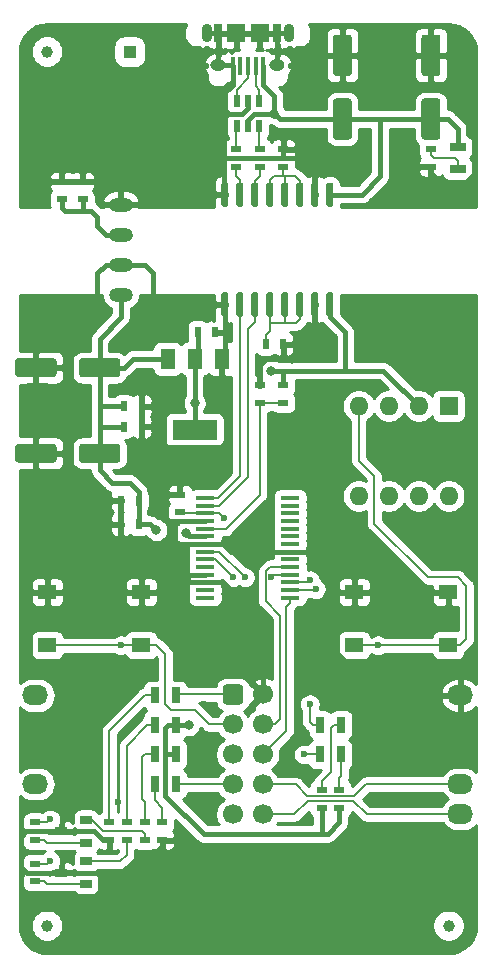
<source format=gtl>
%TF.GenerationSoftware,KiCad,Pcbnew,(5.1.10)-1*%
%TF.CreationDate,2022-01-11T09:06:52+01:00*%
%TF.ProjectId,EspOptoProg,4573704f-7074-46f5-9072-6f672e6b6963,rev?*%
%TF.SameCoordinates,Original*%
%TF.FileFunction,Copper,L1,Top*%
%TF.FilePolarity,Positive*%
%FSLAX46Y46*%
G04 Gerber Fmt 4.6, Leading zero omitted, Abs format (unit mm)*
G04 Created by KiCad (PCBNEW (5.1.10)-1) date 2022-01-11 09:06:52*
%MOMM*%
%LPD*%
G01*
G04 APERTURE LIST*
%TA.AperFunction,ComponentPad*%
%ADD10O,2.000000X1.200000*%
%TD*%
%TA.AperFunction,SMDPad,CuDef*%
%ADD11R,0.600000X0.950000*%
%TD*%
%TA.AperFunction,SMDPad,CuDef*%
%ADD12R,0.950000X0.600000*%
%TD*%
%TA.AperFunction,SMDPad,CuDef*%
%ADD13C,1.000000*%
%TD*%
%TA.AperFunction,SMDPad,CuDef*%
%ADD14R,1.650000X0.400000*%
%TD*%
%TA.AperFunction,ComponentPad*%
%ADD15O,1.600000X1.600000*%
%TD*%
%TA.AperFunction,ComponentPad*%
%ADD16R,1.600000X1.600000*%
%TD*%
%TA.AperFunction,ComponentPad*%
%ADD17C,1.700000*%
%TD*%
%TA.AperFunction,ComponentPad*%
%ADD18O,2.200000X1.700000*%
%TD*%
%TA.AperFunction,SMDPad,CuDef*%
%ADD19R,1.000760X0.700000*%
%TD*%
%TA.AperFunction,SMDPad,CuDef*%
%ADD20R,1.000000X1.000000*%
%TD*%
%TA.AperFunction,SMDPad,CuDef*%
%ADD21R,0.800000X1.400000*%
%TD*%
%TA.AperFunction,SMDPad,CuDef*%
%ADD22R,3.799840X1.800860*%
%TD*%
%TA.AperFunction,SMDPad,CuDef*%
%ADD23R,1.300480X1.800860*%
%TD*%
%TA.AperFunction,SMDPad,CuDef*%
%ADD24R,0.700000X1.500000*%
%TD*%
%TA.AperFunction,SMDPad,CuDef*%
%ADD25R,1.500000X1.500000*%
%TD*%
%TA.AperFunction,ComponentPad*%
%ADD26O,0.900000X1.550000*%
%TD*%
%TA.AperFunction,ComponentPad*%
%ADD27O,1.300000X1.000000*%
%TD*%
%TA.AperFunction,SMDPad,CuDef*%
%ADD28R,0.450000X1.600000*%
%TD*%
%TA.AperFunction,SMDPad,CuDef*%
%ADD29R,1.550000X1.300000*%
%TD*%
%TA.AperFunction,SMDPad,CuDef*%
%ADD30R,1.400000X0.800000*%
%TD*%
%TA.AperFunction,SMDPad,CuDef*%
%ADD31R,0.599440X1.000760*%
%TD*%
%TA.AperFunction,ViaPad*%
%ADD32C,0.800000*%
%TD*%
%TA.AperFunction,ViaPad*%
%ADD33C,0.600000*%
%TD*%
%TA.AperFunction,Conductor*%
%ADD34C,0.400000*%
%TD*%
%TA.AperFunction,Conductor*%
%ADD35C,0.200000*%
%TD*%
%TA.AperFunction,Conductor*%
%ADD36C,0.249000*%
%TD*%
%TA.AperFunction,Conductor*%
%ADD37C,0.100000*%
%TD*%
G04 APERTURE END LIST*
D10*
%TO.P,U50,4*%
%TO.N,VCC*%
X9250000Y56440000D03*
%TO.P,U50,3*%
%TO.N,GND*%
X9250000Y58980000D03*
%TO.P,U50,2*%
%TO.N,VUSB*%
X9250000Y61520000D03*
%TO.P,U50,1*%
%TO.N,GND2*%
X9250000Y64060000D03*
%TD*%
D11*
%TO.P,C21,1*%
%TO.N,Net-(C21-Pad1)*%
X21500000Y52250000D03*
%TO.P,C21,2*%
%TO.N,GND*%
X23000000Y52250000D03*
%TD*%
D12*
%TO.P,C20,1*%
%TO.N,Net-(C20-Pad1)*%
X23000000Y67250000D03*
%TO.P,C20,2*%
%TO.N,GND2*%
X23000000Y68750000D03*
%TD*%
%TO.P,U20,16*%
%TO.N,VCC*%
%TA.AperFunction,SMDPad,CuDef*%
G36*
G01*
X26795000Y56625000D02*
X27095000Y56625000D01*
G75*
G02*
X27245000Y56475000I0J-150000D01*
G01*
X27245000Y54725000D01*
G75*
G02*
X27095000Y54575000I-150000J0D01*
G01*
X26795000Y54575000D01*
G75*
G02*
X26645000Y54725000I0J150000D01*
G01*
X26645000Y56475000D01*
G75*
G02*
X26795000Y56625000I150000J0D01*
G01*
G37*
%TD.AperFunction*%
%TO.P,U20,15*%
%TO.N,GND*%
%TA.AperFunction,SMDPad,CuDef*%
G36*
G01*
X25525000Y56625000D02*
X25825000Y56625000D01*
G75*
G02*
X25975000Y56475000I0J-150000D01*
G01*
X25975000Y54725000D01*
G75*
G02*
X25825000Y54575000I-150000J0D01*
G01*
X25525000Y54575000D01*
G75*
G02*
X25375000Y54725000I0J150000D01*
G01*
X25375000Y56475000D01*
G75*
G02*
X25525000Y56625000I150000J0D01*
G01*
G37*
%TD.AperFunction*%
%TO.P,U20,14*%
%TO.N,Net-(C21-Pad1)*%
%TA.AperFunction,SMDPad,CuDef*%
G36*
G01*
X24255000Y56625000D02*
X24555000Y56625000D01*
G75*
G02*
X24705000Y56475000I0J-150000D01*
G01*
X24705000Y54725000D01*
G75*
G02*
X24555000Y54575000I-150000J0D01*
G01*
X24255000Y54575000D01*
G75*
G02*
X24105000Y54725000I0J150000D01*
G01*
X24105000Y56475000D01*
G75*
G02*
X24255000Y56625000I150000J0D01*
G01*
G37*
%TD.AperFunction*%
%TO.P,U20,13*%
%TA.AperFunction,SMDPad,CuDef*%
G36*
G01*
X22985000Y56625000D02*
X23285000Y56625000D01*
G75*
G02*
X23435000Y56475000I0J-150000D01*
G01*
X23435000Y54725000D01*
G75*
G02*
X23285000Y54575000I-150000J0D01*
G01*
X22985000Y54575000D01*
G75*
G02*
X22835000Y54725000I0J150000D01*
G01*
X22835000Y56475000D01*
G75*
G02*
X22985000Y56625000I150000J0D01*
G01*
G37*
%TD.AperFunction*%
%TO.P,U20,12*%
%TA.AperFunction,SMDPad,CuDef*%
G36*
G01*
X21715000Y56625000D02*
X22015000Y56625000D01*
G75*
G02*
X22165000Y56475000I0J-150000D01*
G01*
X22165000Y54725000D01*
G75*
G02*
X22015000Y54575000I-150000J0D01*
G01*
X21715000Y54575000D01*
G75*
G02*
X21565000Y54725000I0J150000D01*
G01*
X21565000Y56475000D01*
G75*
G02*
X21715000Y56625000I150000J0D01*
G01*
G37*
%TD.AperFunction*%
%TO.P,U20,11*%
%TO.N,Net-(U20-Pad11)*%
%TA.AperFunction,SMDPad,CuDef*%
G36*
G01*
X20445000Y56625000D02*
X20745000Y56625000D01*
G75*
G02*
X20895000Y56475000I0J-150000D01*
G01*
X20895000Y54725000D01*
G75*
G02*
X20745000Y54575000I-150000J0D01*
G01*
X20445000Y54575000D01*
G75*
G02*
X20295000Y54725000I0J150000D01*
G01*
X20295000Y56475000D01*
G75*
G02*
X20445000Y56625000I150000J0D01*
G01*
G37*
%TD.AperFunction*%
%TO.P,U20,10*%
%TO.N,Net-(U20-Pad10)*%
%TA.AperFunction,SMDPad,CuDef*%
G36*
G01*
X19175000Y56625000D02*
X19475000Y56625000D01*
G75*
G02*
X19625000Y56475000I0J-150000D01*
G01*
X19625000Y54725000D01*
G75*
G02*
X19475000Y54575000I-150000J0D01*
G01*
X19175000Y54575000D01*
G75*
G02*
X19025000Y54725000I0J150000D01*
G01*
X19025000Y56475000D01*
G75*
G02*
X19175000Y56625000I150000J0D01*
G01*
G37*
%TD.AperFunction*%
%TO.P,U20,9*%
%TO.N,GND*%
%TA.AperFunction,SMDPad,CuDef*%
G36*
G01*
X17905000Y56625000D02*
X18205000Y56625000D01*
G75*
G02*
X18355000Y56475000I0J-150000D01*
G01*
X18355000Y54725000D01*
G75*
G02*
X18205000Y54575000I-150000J0D01*
G01*
X17905000Y54575000D01*
G75*
G02*
X17755000Y54725000I0J150000D01*
G01*
X17755000Y56475000D01*
G75*
G02*
X17905000Y56625000I150000J0D01*
G01*
G37*
%TD.AperFunction*%
%TO.P,U20,8*%
%TO.N,GND2*%
%TA.AperFunction,SMDPad,CuDef*%
G36*
G01*
X17905000Y65925000D02*
X18205000Y65925000D01*
G75*
G02*
X18355000Y65775000I0J-150000D01*
G01*
X18355000Y64025000D01*
G75*
G02*
X18205000Y63875000I-150000J0D01*
G01*
X17905000Y63875000D01*
G75*
G02*
X17755000Y64025000I0J150000D01*
G01*
X17755000Y65775000D01*
G75*
G02*
X17905000Y65925000I150000J0D01*
G01*
G37*
%TD.AperFunction*%
%TO.P,U20,7*%
%TO.N,Net-(R11-Pad2)*%
%TA.AperFunction,SMDPad,CuDef*%
G36*
G01*
X19175000Y65925000D02*
X19475000Y65925000D01*
G75*
G02*
X19625000Y65775000I0J-150000D01*
G01*
X19625000Y64025000D01*
G75*
G02*
X19475000Y63875000I-150000J0D01*
G01*
X19175000Y63875000D01*
G75*
G02*
X19025000Y64025000I0J150000D01*
G01*
X19025000Y65775000D01*
G75*
G02*
X19175000Y65925000I150000J0D01*
G01*
G37*
%TD.AperFunction*%
%TO.P,U20,6*%
%TO.N,Net-(R10-Pad2)*%
%TA.AperFunction,SMDPad,CuDef*%
G36*
G01*
X20445000Y65925000D02*
X20745000Y65925000D01*
G75*
G02*
X20895000Y65775000I0J-150000D01*
G01*
X20895000Y64025000D01*
G75*
G02*
X20745000Y63875000I-150000J0D01*
G01*
X20445000Y63875000D01*
G75*
G02*
X20295000Y64025000I0J150000D01*
G01*
X20295000Y65775000D01*
G75*
G02*
X20445000Y65925000I150000J0D01*
G01*
G37*
%TD.AperFunction*%
%TO.P,U20,5*%
%TO.N,Net-(C20-Pad1)*%
%TA.AperFunction,SMDPad,CuDef*%
G36*
G01*
X21715000Y65925000D02*
X22015000Y65925000D01*
G75*
G02*
X22165000Y65775000I0J-150000D01*
G01*
X22165000Y64025000D01*
G75*
G02*
X22015000Y63875000I-150000J0D01*
G01*
X21715000Y63875000D01*
G75*
G02*
X21565000Y64025000I0J150000D01*
G01*
X21565000Y65775000D01*
G75*
G02*
X21715000Y65925000I150000J0D01*
G01*
G37*
%TD.AperFunction*%
%TO.P,U20,4*%
%TA.AperFunction,SMDPad,CuDef*%
G36*
G01*
X22985000Y65925000D02*
X23285000Y65925000D01*
G75*
G02*
X23435000Y65775000I0J-150000D01*
G01*
X23435000Y64025000D01*
G75*
G02*
X23285000Y63875000I-150000J0D01*
G01*
X22985000Y63875000D01*
G75*
G02*
X22835000Y64025000I0J150000D01*
G01*
X22835000Y65775000D01*
G75*
G02*
X22985000Y65925000I150000J0D01*
G01*
G37*
%TD.AperFunction*%
%TO.P,U20,3*%
%TA.AperFunction,SMDPad,CuDef*%
G36*
G01*
X24255000Y65925000D02*
X24555000Y65925000D01*
G75*
G02*
X24705000Y65775000I0J-150000D01*
G01*
X24705000Y64025000D01*
G75*
G02*
X24555000Y63875000I-150000J0D01*
G01*
X24255000Y63875000D01*
G75*
G02*
X24105000Y64025000I0J150000D01*
G01*
X24105000Y65775000D01*
G75*
G02*
X24255000Y65925000I150000J0D01*
G01*
G37*
%TD.AperFunction*%
%TO.P,U20,2*%
%TO.N,GND2*%
%TA.AperFunction,SMDPad,CuDef*%
G36*
G01*
X25525000Y65925000D02*
X25825000Y65925000D01*
G75*
G02*
X25975000Y65775000I0J-150000D01*
G01*
X25975000Y64025000D01*
G75*
G02*
X25825000Y63875000I-150000J0D01*
G01*
X25525000Y63875000D01*
G75*
G02*
X25375000Y64025000I0J150000D01*
G01*
X25375000Y65775000D01*
G75*
G02*
X25525000Y65925000I150000J0D01*
G01*
G37*
%TD.AperFunction*%
%TO.P,U20,1*%
%TO.N,VUSB*%
%TA.AperFunction,SMDPad,CuDef*%
G36*
G01*
X26795000Y65925000D02*
X27095000Y65925000D01*
G75*
G02*
X27245000Y65775000I0J-150000D01*
G01*
X27245000Y64025000D01*
G75*
G02*
X27095000Y63875000I-150000J0D01*
G01*
X26795000Y63875000D01*
G75*
G02*
X26645000Y64025000I0J150000D01*
G01*
X26645000Y65775000D01*
G75*
G02*
X26795000Y65925000I150000J0D01*
G01*
G37*
%TD.AperFunction*%
%TD*%
D13*
%TO.P,FID3,0*%
%TO.N,N/C*%
X37000000Y3000000D03*
%TD*%
%TO.P,FID2,0*%
%TO.N,N/C*%
X3000000Y3000000D03*
%TD*%
%TO.P,FID1,0*%
%TO.N,N/C*%
X3000000Y77000000D03*
%TD*%
D14*
%TO.P,U30,17*%
%TO.N,Net-(C30-Pad1)*%
X16400000Y37925000D03*
%TO.P,U30,16*%
%TO.N,Net-(U20-Pad11)*%
X16400000Y38575000D03*
%TO.P,U30,15*%
%TO.N,Net-(U20-Pad10)*%
X16400000Y39225000D03*
%TO.P,U30,14*%
%TO.N,N/C*%
X23600000Y39225000D03*
%TO.P,U30,13*%
X23600000Y38575000D03*
%TO.P,U30,12*%
X23600000Y37925000D03*
%TO.P,U30,3*%
%TO.N,Net-(J30-Pad6)*%
X23600000Y32075000D03*
%TO.P,U30,2*%
%TO.N,Net-(J30-Pad5)*%
X23600000Y31425000D03*
%TO.P,U30,1*%
%TO.N,Net-(J40-Pad6)*%
X23600000Y30775000D03*
%TO.P,U30,28*%
%TO.N,N/C*%
X16400000Y30775000D03*
%TO.P,U30,27*%
X16400000Y31425000D03*
%TO.P,U30,26*%
%TO.N,GND*%
X16400000Y32075000D03*
%TO.P,U30,24*%
%TO.N,N/C*%
X16400000Y33375000D03*
%TO.P,U30,11*%
X23600000Y37275000D03*
%TO.P,U30,23*%
%TO.N,Net-(D30-Pad1)*%
X16400000Y34025000D03*
%TO.P,U30,22*%
%TO.N,Net-(D31-Pad1)*%
X16400000Y34675000D03*
%TO.P,U30,21*%
%TO.N,GND*%
X16400000Y35325000D03*
%TO.P,U30,20*%
%TO.N,VCC*%
X16400000Y35975000D03*
%TO.P,U30,19*%
%TO.N,Net-(R30-Pad2)*%
X16400000Y36625000D03*
%TO.P,U30,18*%
%TO.N,GND*%
X16400000Y37275000D03*
%TO.P,U30,6*%
%TO.N,N/C*%
X23600000Y34025000D03*
%TO.P,U30,5*%
%TO.N,Net-(J40-Pad4)*%
X23600000Y33375000D03*
%TO.P,U30,4*%
%TO.N,Net-(C30-Pad1)*%
X23600000Y32725000D03*
%TO.P,U30,25*%
%TO.N,GND*%
X16400000Y32725000D03*
%TO.P,U30,10*%
%TO.N,N/C*%
X23600000Y36625000D03*
%TO.P,U30,9*%
X23600000Y35975000D03*
%TO.P,U30,8*%
X23600000Y35325000D03*
%TO.P,U30,7*%
%TO.N,GND*%
X23600000Y34675000D03*
%TD*%
%TO.P,C53,2*%
%TO.N,GND2*%
%TA.AperFunction,SMDPad,CuDef*%
G36*
G01*
X36050000Y74950000D02*
X34950000Y74950000D01*
G75*
G02*
X34700000Y75200000I0J250000D01*
G01*
X34700000Y78200000D01*
G75*
G02*
X34950000Y78450000I250000J0D01*
G01*
X36050000Y78450000D01*
G75*
G02*
X36300000Y78200000I0J-250000D01*
G01*
X36300000Y75200000D01*
G75*
G02*
X36050000Y74950000I-250000J0D01*
G01*
G37*
%TD.AperFunction*%
%TO.P,C53,1*%
%TO.N,VUSB*%
%TA.AperFunction,SMDPad,CuDef*%
G36*
G01*
X36050000Y69550000D02*
X34950000Y69550000D01*
G75*
G02*
X34700000Y69800000I0J250000D01*
G01*
X34700000Y72800000D01*
G75*
G02*
X34950000Y73050000I250000J0D01*
G01*
X36050000Y73050000D01*
G75*
G02*
X36300000Y72800000I0J-250000D01*
G01*
X36300000Y69800000D01*
G75*
G02*
X36050000Y69550000I-250000J0D01*
G01*
G37*
%TD.AperFunction*%
%TD*%
D15*
%TO.P,J30,8*%
%TO.N,Net-(D72-Pad2)*%
X37000000Y39380000D03*
%TO.P,J30,4*%
%TO.N,Net-(J30-Pad4)*%
X29380000Y47000000D03*
%TO.P,J30,7*%
%TO.N,Net-(D71-Pad2)*%
X34460000Y39380000D03*
%TO.P,J30,3*%
%TO.N,Net-(J30-Pad3)*%
X31920000Y47000000D03*
%TO.P,J30,6*%
%TO.N,Net-(J30-Pad6)*%
X31920000Y39380000D03*
%TO.P,J30,2*%
%TO.N,VCC*%
X34460000Y47000000D03*
%TO.P,J30,5*%
%TO.N,Net-(J30-Pad5)*%
X29380000Y39380000D03*
D16*
%TO.P,J30,1*%
%TO.N,3V3*%
X37000000Y47000000D03*
%TD*%
D17*
%TO.P,J40,10*%
%TO.N,Net-(J40-Pad10)*%
X21270000Y12420000D03*
%TO.P,J40,8*%
%TO.N,Net-(J40-Pad8)*%
X21270000Y14960000D03*
%TO.P,J40,6*%
%TO.N,Net-(J40-Pad6)*%
X21270000Y17500000D03*
%TO.P,J40,4*%
%TO.N,Net-(J40-Pad4)*%
X21270000Y20040000D03*
%TO.P,J40,2*%
%TO.N,GND*%
X21270000Y22580000D03*
%TO.P,J40,9*%
%TO.N,N/C*%
X18730000Y12420000D03*
%TO.P,J40,7*%
%TO.N,Net-(D71-Pad2)*%
X18730000Y14960000D03*
%TO.P,J40,5*%
%TO.N,Net-(J30-Pad4)*%
X18730000Y17500000D03*
%TO.P,J40,3*%
%TO.N,Net-(J30-Pad3)*%
X18730000Y20040000D03*
%TO.P,J40,1*%
%TO.N,Net-(D72-Pad2)*%
%TA.AperFunction,ComponentPad*%
G36*
G01*
X17880000Y21980000D02*
X17880000Y23180000D01*
G75*
G02*
X18130000Y23430000I250000J0D01*
G01*
X19330000Y23430000D01*
G75*
G02*
X19580000Y23180000I0J-250000D01*
G01*
X19580000Y21980000D01*
G75*
G02*
X19330000Y21730000I-250000J0D01*
G01*
X18130000Y21730000D01*
G75*
G02*
X17880000Y21980000I0J250000D01*
G01*
G37*
%TD.AperFunction*%
%TD*%
D11*
%TO.P,C57,1*%
%TO.N,VCC*%
X10750000Y39000000D03*
%TO.P,C57,2*%
%TO.N,GND*%
X9250000Y39000000D03*
%TD*%
%TO.P,C56,1*%
%TO.N,VCC*%
X10750000Y37000000D03*
%TO.P,C56,2*%
%TO.N,GND*%
X9250000Y37000000D03*
%TD*%
%TO.P,C55,2*%
%TO.N,GND*%
%TA.AperFunction,SMDPad,CuDef*%
G36*
G01*
X3800000Y43550000D02*
X3800000Y42450000D01*
G75*
G02*
X3550000Y42200000I-250000J0D01*
G01*
X550000Y42200000D01*
G75*
G02*
X300000Y42450000I0J250000D01*
G01*
X300000Y43550000D01*
G75*
G02*
X550000Y43800000I250000J0D01*
G01*
X3550000Y43800000D01*
G75*
G02*
X3800000Y43550000I0J-250000D01*
G01*
G37*
%TD.AperFunction*%
%TO.P,C55,1*%
%TO.N,VCC*%
%TA.AperFunction,SMDPad,CuDef*%
G36*
G01*
X9200000Y43550000D02*
X9200000Y42450000D01*
G75*
G02*
X8950000Y42200000I-250000J0D01*
G01*
X5950000Y42200000D01*
G75*
G02*
X5700000Y42450000I0J250000D01*
G01*
X5700000Y43550000D01*
G75*
G02*
X5950000Y43800000I250000J0D01*
G01*
X8950000Y43800000D01*
G75*
G02*
X9200000Y43550000I0J-250000D01*
G01*
G37*
%TD.AperFunction*%
%TD*%
%TO.P,C54,2*%
%TO.N,GND*%
%TA.AperFunction,SMDPad,CuDef*%
G36*
G01*
X3800000Y50800000D02*
X3800000Y49700000D01*
G75*
G02*
X3550000Y49450000I-250000J0D01*
G01*
X550000Y49450000D01*
G75*
G02*
X300000Y49700000I0J250000D01*
G01*
X300000Y50800000D01*
G75*
G02*
X550000Y51050000I250000J0D01*
G01*
X3550000Y51050000D01*
G75*
G02*
X3800000Y50800000I0J-250000D01*
G01*
G37*
%TD.AperFunction*%
%TO.P,C54,1*%
%TO.N,VCC*%
%TA.AperFunction,SMDPad,CuDef*%
G36*
G01*
X9200000Y50800000D02*
X9200000Y49700000D01*
G75*
G02*
X8950000Y49450000I-250000J0D01*
G01*
X5950000Y49450000D01*
G75*
G02*
X5700000Y49700000I0J250000D01*
G01*
X5700000Y50800000D01*
G75*
G02*
X5950000Y51050000I250000J0D01*
G01*
X8950000Y51050000D01*
G75*
G02*
X9200000Y50800000I0J-250000D01*
G01*
G37*
%TD.AperFunction*%
%TD*%
%TO.P,C52,2*%
%TO.N,GND2*%
%TA.AperFunction,SMDPad,CuDef*%
G36*
G01*
X28550000Y74950000D02*
X27450000Y74950000D01*
G75*
G02*
X27200000Y75200000I0J250000D01*
G01*
X27200000Y78200000D01*
G75*
G02*
X27450000Y78450000I250000J0D01*
G01*
X28550000Y78450000D01*
G75*
G02*
X28800000Y78200000I0J-250000D01*
G01*
X28800000Y75200000D01*
G75*
G02*
X28550000Y74950000I-250000J0D01*
G01*
G37*
%TD.AperFunction*%
%TO.P,C52,1*%
%TO.N,VUSB*%
%TA.AperFunction,SMDPad,CuDef*%
G36*
G01*
X28550000Y69550000D02*
X27450000Y69550000D01*
G75*
G02*
X27200000Y69800000I0J250000D01*
G01*
X27200000Y72800000D01*
G75*
G02*
X27450000Y73050000I250000J0D01*
G01*
X28550000Y73050000D01*
G75*
G02*
X28800000Y72800000I0J-250000D01*
G01*
X28800000Y69800000D01*
G75*
G02*
X28550000Y69550000I-250000J0D01*
G01*
G37*
%TD.AperFunction*%
%TD*%
D18*
%TO.P,TP45,1*%
%TO.N,VCC*%
X2000000Y15000000D03*
%TD*%
%TO.P,TP44,1*%
%TO.N,3V3*%
X2000000Y22500000D03*
%TD*%
D19*
%TO.P,T71,3*%
%TO.N,Net-(R76-Pad1)*%
X6306640Y8452500D03*
%TO.P,T71,2*%
%TO.N,GND*%
X4193360Y7500000D03*
%TO.P,T71,1*%
%TO.N,Net-(R75-Pad2)*%
X6306640Y6547500D03*
%TD*%
%TO.P,T70,3*%
%TO.N,Net-(R74-Pad1)*%
X6306640Y11952500D03*
%TO.P,T70,2*%
%TO.N,GND*%
X4193360Y11000000D03*
%TO.P,T70,1*%
%TO.N,Net-(R73-Pad2)*%
X6306640Y10047500D03*
%TD*%
D20*
%TO.P,SKIP1,0*%
%TO.N,N/C*%
X10000000Y77000000D03*
%TD*%
D12*
%TO.P,R76,2*%
%TO.N,Net-(D74-Pad1)*%
X9750000Y11750000D03*
%TO.P,R76,1*%
%TO.N,Net-(R76-Pad1)*%
X9750000Y10250000D03*
%TD*%
%TO.P,R75,2*%
%TO.N,Net-(R75-Pad2)*%
X2000000Y6750000D03*
%TO.P,R75,1*%
%TO.N,Net-(J30-Pad3)*%
X2000000Y8250000D03*
%TD*%
%TO.P,R74,2*%
%TO.N,Net-(D73-Pad1)*%
X11250000Y11750000D03*
%TO.P,R74,1*%
%TO.N,Net-(R74-Pad1)*%
X11250000Y10250000D03*
%TD*%
%TO.P,R73,2*%
%TO.N,Net-(R73-Pad2)*%
X2000000Y10250000D03*
%TO.P,R73,1*%
%TO.N,Net-(J30-Pad4)*%
X2000000Y11750000D03*
%TD*%
D21*
%TO.P,D74,2*%
%TO.N,3V3*%
X13900000Y20000000D03*
%TO.P,D74,1*%
%TO.N,Net-(D74-Pad1)*%
X12100000Y20000000D03*
%TD*%
%TO.P,D73,2*%
%TO.N,3V3*%
X13900000Y17500000D03*
%TO.P,D73,1*%
%TO.N,Net-(D73-Pad1)*%
X12100000Y17500000D03*
%TD*%
D18*
%TO.P,TP43,1*%
%TO.N,Net-(J40-Pad10)*%
X38000000Y12500000D03*
%TD*%
%TO.P,TP42,1*%
%TO.N,Net-(J40-Pad8)*%
X38000000Y15000000D03*
%TD*%
%TO.P,TP41,1*%
%TO.N,GND*%
X38000000Y22500000D03*
%TD*%
D22*
%TO.P,U60,4*%
%TO.N,3V3*%
X15500000Y45000260D03*
D23*
%TO.P,U60,3*%
%TO.N,VCC*%
X13198760Y50999740D03*
%TO.P,U60,2*%
%TO.N,3V3*%
X15500000Y50999740D03*
%TO.P,U60,1*%
%TO.N,GND*%
X17801240Y50999740D03*
%TD*%
D12*
%TO.P,R72,2*%
%TO.N,Net-(D72-Pad1)*%
X8250000Y11750000D03*
%TO.P,R72,1*%
%TO.N,GND*%
X8250000Y10250000D03*
%TD*%
%TO.P,R71,2*%
%TO.N,Net-(D71-Pad1)*%
X12750000Y11750000D03*
%TO.P,R71,1*%
%TO.N,GND*%
X12750000Y10250000D03*
%TD*%
%TO.P,R70,2*%
%TO.N,Net-(D70-Pad1)*%
X35500000Y68750000D03*
%TO.P,R70,1*%
%TO.N,GND2*%
X35500000Y67250000D03*
%TD*%
%TO.P,R33,2*%
%TO.N,3V3*%
X26250000Y13000000D03*
%TO.P,R33,1*%
%TO.N,Net-(D31-Pad2)*%
X26250000Y14500000D03*
%TD*%
%TO.P,R32,2*%
%TO.N,3V3*%
X27750000Y13000000D03*
%TO.P,R32,1*%
%TO.N,Net-(D30-Pad2)*%
X27750000Y14500000D03*
%TD*%
%TO.P,R31,2*%
%TO.N,GND*%
X21000000Y48750000D03*
%TO.P,R31,1*%
%TO.N,Net-(R30-Pad2)*%
X21000000Y47250000D03*
%TD*%
%TO.P,R30,2*%
%TO.N,Net-(R30-Pad2)*%
X23000000Y47250000D03*
%TO.P,R30,1*%
%TO.N,VCC*%
X23000000Y48750000D03*
%TD*%
%TO.P,R11,2*%
%TO.N,Net-(R11-Pad2)*%
X19000000Y67250000D03*
%TO.P,R11,1*%
%TO.N,Net-(D10-Pad4)*%
X19000000Y68750000D03*
%TD*%
%TO.P,R10,2*%
%TO.N,Net-(R10-Pad2)*%
X21000000Y67250000D03*
%TO.P,R10,1*%
%TO.N,Net-(D10-Pad6)*%
X21000000Y68750000D03*
%TD*%
D24*
%TO.P,K10,6*%
%TO.N,GND2*%
X22500000Y78550000D03*
X17500000Y78550000D03*
D25*
X21000000Y78550000D03*
X19000000Y78550000D03*
D26*
X16500000Y78550000D03*
D27*
X22500000Y75850000D03*
X17500000Y75850000D03*
D26*
X23500000Y78550000D03*
D28*
%TO.P,K10,5*%
X18700000Y75750000D03*
%TO.P,K10,4*%
%TO.N,N/C*%
X19350000Y75750000D03*
%TO.P,K10,3*%
%TO.N,Net-(D10-Pad3)*%
X20000000Y75750000D03*
%TO.P,K10,2*%
%TO.N,Net-(D10-Pad1)*%
X20650000Y75750000D03*
%TO.P,K10,1*%
%TO.N,VUSB*%
X21300000Y75750000D03*
%TD*%
D29*
%TO.P,J32,2*%
%TO.N,GND*%
X29020000Y31250000D03*
%TO.P,J32,1*%
%TO.N,Net-(J30-Pad4)*%
X29020000Y26750000D03*
X36980000Y26750000D03*
%TO.P,J32,2*%
%TO.N,GND*%
X36980000Y31250000D03*
%TD*%
%TO.P,J31,2*%
%TO.N,GND*%
X3020000Y31250000D03*
%TO.P,J31,1*%
%TO.N,Net-(J30-Pad3)*%
X3020000Y26750000D03*
X10980000Y26750000D03*
%TO.P,J31,2*%
%TO.N,GND*%
X10980000Y31250000D03*
%TD*%
D21*
%TO.P,D72,2*%
%TO.N,Net-(D72-Pad2)*%
X13900000Y22500000D03*
%TO.P,D72,1*%
%TO.N,Net-(D72-Pad1)*%
X12100000Y22500000D03*
%TD*%
%TO.P,D71,2*%
%TO.N,Net-(D71-Pad2)*%
X13900000Y15000000D03*
%TO.P,D71,1*%
%TO.N,Net-(D71-Pad1)*%
X12100000Y15000000D03*
%TD*%
D30*
%TO.P,D70,2*%
%TO.N,VUSB*%
X37750000Y68900000D03*
%TO.P,D70,1*%
%TO.N,Net-(D70-Pad1)*%
X37750000Y67100000D03*
%TD*%
D21*
%TO.P,D31,2*%
%TO.N,Net-(D31-Pad2)*%
X27900000Y20000000D03*
%TO.P,D31,1*%
%TO.N,Net-(D31-Pad1)*%
X26100000Y20000000D03*
%TD*%
%TO.P,D30,2*%
%TO.N,Net-(D30-Pad2)*%
X27900000Y17500000D03*
%TO.P,D30,1*%
%TO.N,Net-(D30-Pad1)*%
X26100000Y17500000D03*
%TD*%
D31*
%TO.P,D10,5*%
%TO.N,VUSB*%
X20000000Y70693360D03*
%TO.P,D10,6*%
%TO.N,Net-(D10-Pad6)*%
X20952500Y70693360D03*
%TO.P,D10,4*%
%TO.N,Net-(D10-Pad4)*%
X19047500Y70693360D03*
%TO.P,D10,2*%
%TO.N,GND2*%
X20000000Y72806640D03*
%TO.P,D10,3*%
%TO.N,Net-(D10-Pad3)*%
X19047500Y72806640D03*
%TO.P,D10,1*%
%TO.N,Net-(D10-Pad1)*%
X20952500Y72806640D03*
%TD*%
D11*
%TO.P,C62,1*%
%TO.N,3V3*%
X15750000Y53250000D03*
%TO.P,C62,2*%
%TO.N,GND*%
X17250000Y53250000D03*
%TD*%
%TO.P,C61,1*%
%TO.N,VCC*%
X9500000Y47000000D03*
%TO.P,C61,2*%
%TO.N,GND*%
X11000000Y47000000D03*
%TD*%
%TO.P,C60,1*%
%TO.N,VCC*%
X9500000Y45250000D03*
%TO.P,C60,2*%
%TO.N,GND*%
X11000000Y45250000D03*
%TD*%
D12*
%TO.P,C51,1*%
%TO.N,VUSB*%
X6000000Y64500000D03*
%TO.P,C51,2*%
%TO.N,GND2*%
X6000000Y66000000D03*
%TD*%
%TO.P,C50,1*%
%TO.N,VUSB*%
X4250000Y64500000D03*
%TO.P,C50,2*%
%TO.N,GND2*%
X4250000Y66000000D03*
%TD*%
%TO.P,C30,1*%
%TO.N,Net-(C30-Pad1)*%
X14250000Y38000000D03*
%TO.P,C30,2*%
%TO.N,GND*%
X14250000Y39500000D03*
%TD*%
D32*
%TO.N,GND*%
X17750000Y49000000D03*
X11250000Y8250000D03*
D33*
X6750000Y22750000D03*
X5500000Y39000000D03*
X26250000Y36750000D03*
X16250000Y21750000D03*
X16250000Y16250000D03*
X9000000Y13500000D03*
X34000000Y13750000D03*
D32*
X23750000Y51000000D03*
D33*
X16500000Y13500000D03*
X25000000Y11750000D03*
D32*
%TO.N,3V3*%
X15500000Y47250000D03*
X15000000Y20000000D03*
%TO.N,VUSB*%
X22250000Y71750000D03*
D33*
%TO.N,Net-(C30-Pad1)*%
X22000000Y32500000D03*
X18000000Y37500000D03*
D32*
%TO.N,VCC*%
X12250000Y36500000D03*
X14750000Y36250000D03*
X22000000Y50000000D03*
D33*
%TO.N,Net-(D30-Pad1)*%
X18750000Y32500000D03*
X24750000Y17500000D03*
%TO.N,Net-(D31-Pad1)*%
X19750000Y32500000D03*
X25250000Y21750000D03*
%TO.N,Net-(J30-Pad4)*%
X3250000Y12000000D03*
X31000000Y26750000D03*
%TO.N,Net-(J30-Pad3)*%
X3250000Y8500000D03*
X9250000Y26750000D03*
%TO.N,Net-(J30-Pad6)*%
X25250000Y32250000D03*
%TO.N,Net-(J30-Pad5)*%
X25750000Y31500000D03*
%TD*%
D34*
%TO.N,GND*%
X18055000Y51253500D02*
X17801240Y50999740D01*
X18000000Y53250000D02*
X18055000Y53305000D01*
X17250000Y53250000D02*
X18000000Y53250000D01*
X18055000Y53305000D02*
X18055000Y51253500D01*
X18055000Y55600000D02*
X18055000Y53305000D01*
X2050000Y50250000D02*
X2050000Y43000000D01*
X11000000Y45250000D02*
X11000000Y47000000D01*
X17801240Y48948760D02*
X17750000Y49000000D01*
X17801240Y48801240D02*
X17801240Y48948760D01*
X17801240Y50999740D02*
X17801240Y48801240D01*
X17801240Y48801240D02*
X17801240Y47198760D01*
X18375000Y44125000D02*
X17750000Y43500000D01*
X18375000Y46625000D02*
X18375000Y44125000D01*
X17801240Y47198760D02*
X18375000Y46625000D01*
X11750000Y43500000D02*
X11000000Y44250000D01*
X11000000Y44250000D02*
X11000000Y45250000D01*
X17750000Y43500000D02*
X14250000Y43500000D01*
X12750000Y43500000D02*
X11750000Y43500000D01*
X13225000Y37275000D02*
X12750000Y37750000D01*
X14250000Y43500000D02*
X12750000Y43500000D01*
X12750000Y39500000D02*
X12750000Y43500000D01*
X14250000Y39500000D02*
X12750000Y39500000D01*
X12750000Y37750000D02*
X12750000Y39500000D01*
X16400000Y32075000D02*
X13825000Y32075000D01*
X13000000Y31250000D02*
X10980000Y31250000D01*
X13825000Y32075000D02*
X13000000Y31250000D01*
X13825000Y37225000D02*
X13775000Y37275000D01*
X13775000Y37275000D02*
X13225000Y37275000D01*
X16400000Y37275000D02*
X13775000Y37275000D01*
X16400000Y35325000D02*
X13825000Y35325000D01*
X13825000Y35325000D02*
X13825000Y37225000D01*
X13925000Y32725000D02*
X13825000Y32825000D01*
X16400000Y32725000D02*
X13925000Y32725000D01*
X13825000Y32825000D02*
X13825000Y35325000D01*
X13825000Y32075000D02*
X13825000Y32825000D01*
X36980000Y31250000D02*
X29020000Y31250000D01*
X21270000Y22580000D02*
X21270000Y28730000D01*
X17925000Y32075000D02*
X16400000Y32075000D01*
X21270000Y28730000D02*
X17925000Y32075000D01*
X23600000Y34675000D02*
X18575000Y34675000D01*
X17925000Y35325000D02*
X16400000Y35325000D01*
X18575000Y34675000D02*
X17925000Y35325000D01*
X2050000Y38950000D02*
X2050000Y43000000D01*
X9250000Y39000000D02*
X9250000Y37000000D01*
X9250000Y37000000D02*
X9250000Y35400000D01*
X9250000Y35400000D02*
X9325000Y35325000D01*
X9325000Y35325000D02*
X5675000Y35325000D01*
X13825000Y35325000D02*
X9325000Y35325000D01*
X3020000Y37980000D02*
X3000000Y38000000D01*
X3000000Y38000000D02*
X2050000Y38950000D01*
X3075000Y35325000D02*
X3020000Y35270000D01*
X3020000Y35270000D02*
X3020000Y37980000D01*
X5675000Y35325000D02*
X3075000Y35325000D01*
X3020000Y31250000D02*
X3020000Y35270000D01*
X4193360Y7500000D02*
X10500000Y7500000D01*
X10500000Y7500000D02*
X11250000Y8250000D01*
X4193360Y11000000D02*
X1250000Y11000000D01*
X1250000Y11000000D02*
X750000Y10500000D01*
X750000Y10500000D02*
X750000Y8000000D01*
X4143361Y7450001D02*
X4193360Y7500000D01*
X1299999Y7450001D02*
X4143361Y7450001D01*
X750000Y8000000D02*
X1299999Y7450001D01*
X8250000Y10250000D02*
X7750000Y10250000D01*
X7000000Y11000000D02*
X4193360Y11000000D01*
X7750000Y10250000D02*
X7000000Y11000000D01*
X27000000Y32750000D02*
X25075000Y34675000D01*
X23600000Y34675000D02*
X25075000Y34675000D01*
X27000000Y31250000D02*
X29020000Y31250000D01*
X27000000Y31250000D02*
X27000000Y32750000D01*
X31124998Y22500000D02*
X38000000Y22500000D01*
X27000000Y26624998D02*
X31124998Y22500000D01*
X27000000Y31250000D02*
X27000000Y26624998D01*
X10000000Y58980000D02*
X8730000Y58980000D01*
X13650000Y55600000D02*
X18055000Y55600000D01*
X12650000Y55600000D02*
X13650000Y55600000D01*
X12000000Y56250000D02*
X12650000Y55600000D01*
X12000000Y58250000D02*
X12000000Y56250000D01*
X11270000Y58980000D02*
X12000000Y58250000D01*
X10000000Y58980000D02*
X11270000Y58980000D01*
X11250000Y8250000D02*
X12750000Y9750000D01*
X12750000Y9750000D02*
X12750000Y10250000D01*
X25675000Y52925000D02*
X25675000Y55600000D01*
X23750000Y51000000D02*
X25675000Y52925000D01*
X23000000Y52250000D02*
X23000000Y51000000D01*
X23000000Y51000000D02*
X23750000Y51000000D01*
X21000000Y50500000D02*
X21500000Y51000000D01*
X21500000Y51000000D02*
X23000000Y51000000D01*
X21000000Y48750000D02*
X21000000Y50500000D01*
X2050000Y51550000D02*
X2050000Y50250000D01*
X2750000Y52250000D02*
X2050000Y51550000D01*
X4250000Y52250000D02*
X2750000Y52250000D01*
X7250000Y55250000D02*
X4250000Y52250000D01*
X7250000Y58250000D02*
X7250000Y55250000D01*
X7980000Y58980000D02*
X7250000Y58250000D01*
X9250000Y58980000D02*
X7980000Y58980000D01*
%TO.N,3V3*%
X15750000Y51249740D02*
X15500000Y50999740D01*
X15750000Y53250000D02*
X15750000Y51249740D01*
X15500000Y50999740D02*
X15500000Y47250000D01*
X15500000Y47250000D02*
X15500000Y45000260D01*
X13900000Y20000000D02*
X15000000Y20000000D01*
%TO.N,VUSB*%
X20000000Y71260962D02*
X20489038Y71750000D01*
X20489038Y71750000D02*
X22250000Y71750000D01*
X20000000Y70693360D02*
X20000000Y71260962D01*
X22250000Y71750000D02*
X22700000Y71300000D01*
X22250000Y71750000D02*
X22250000Y73250000D01*
X21300000Y74200000D02*
X21300000Y75750000D01*
X22250000Y73250000D02*
X21300000Y74200000D01*
X22950000Y71300000D02*
X28000000Y71300000D01*
X22700000Y71300000D02*
X22950000Y71300000D01*
X31200000Y71300000D02*
X28000000Y71300000D01*
X35500000Y71300000D02*
X31200000Y71300000D01*
X36950000Y71300000D02*
X35500000Y71300000D01*
X37750000Y70500000D02*
X36950000Y71300000D01*
X37750000Y68900000D02*
X37750000Y70500000D01*
X8730000Y61520000D02*
X10000000Y61520000D01*
X31200000Y66450000D02*
X31200000Y71300000D01*
X29650000Y64900000D02*
X31200000Y66450000D01*
X26945000Y64900000D02*
X29650000Y64900000D01*
D35*
%TO.N,Net-(C30-Pad1)*%
X14325000Y37925000D02*
X14250000Y38000000D01*
X16400000Y37925000D02*
X14325000Y37925000D01*
X16400000Y37925000D02*
X17325000Y37925000D01*
X22525000Y32725000D02*
X23600000Y32725000D01*
X22225000Y32725000D02*
X22000000Y32500000D01*
X22525000Y32725000D02*
X22225000Y32725000D01*
X17575000Y37925000D02*
X16400000Y37925000D01*
X18000000Y37500000D02*
X17575000Y37925000D01*
D34*
%TO.N,GND2*%
X19000000Y78550000D02*
X17500000Y78550000D01*
X19000000Y78550000D02*
X21000000Y78550000D01*
X21000000Y78550000D02*
X22500000Y78550000D01*
X22500000Y78550000D02*
X23500000Y78550000D01*
X17500000Y78550000D02*
X16500000Y78550000D01*
X17500000Y78550000D02*
X17500000Y75850000D01*
X18600000Y75850000D02*
X18700000Y75750000D01*
X17500000Y75850000D02*
X18600000Y75850000D01*
X28000000Y76700000D02*
X35500000Y76700000D01*
X18700000Y74200000D02*
X18700000Y75750000D01*
X18000000Y73500000D02*
X18700000Y74200000D01*
X18000000Y72334038D02*
X18000000Y73500000D01*
X18000000Y64955000D02*
X18055000Y64900000D01*
X18000000Y68000000D02*
X18000000Y64955000D01*
X18000000Y71750000D02*
X18000000Y72334038D01*
X18000000Y71750000D02*
X19500000Y71750000D01*
X20000000Y72250000D02*
X20000000Y72806640D01*
X19500000Y71750000D02*
X20000000Y72250000D01*
X39250000Y74500000D02*
X37050000Y76700000D01*
X37050000Y76700000D02*
X35500000Y76700000D01*
X35500000Y66750000D02*
X36250000Y66000000D01*
X35500000Y67250000D02*
X35500000Y66750000D01*
X39220002Y66750000D02*
X39250000Y66750000D01*
X38470002Y66000000D02*
X39220002Y66750000D01*
X36250000Y66000000D02*
X38470002Y66000000D01*
X39250000Y66750000D02*
X39250000Y74500000D01*
X22500000Y77000000D02*
X24750000Y77000000D01*
X22500000Y78550000D02*
X22500000Y77000000D01*
X22500000Y77000000D02*
X22500000Y75850000D01*
X25050000Y76700000D02*
X28000000Y76700000D01*
X24750000Y77000000D02*
X25050000Y76700000D01*
X18000000Y70000000D02*
X18000000Y71750000D01*
X18000000Y68000000D02*
X18000000Y70000000D01*
X9250000Y64060000D02*
X9250000Y65500000D01*
X13750000Y70000000D02*
X18000000Y70000000D01*
X25675000Y67325000D02*
X25000000Y68000000D01*
X25675000Y64900000D02*
X25675000Y67325000D01*
%TO.N,VCC*%
X13198760Y50999740D02*
X10249740Y50999740D01*
X9500000Y50250000D02*
X7450000Y50250000D01*
X10249740Y50999740D02*
X9500000Y50250000D01*
X7500000Y47000000D02*
X7450000Y47050000D01*
X9500000Y47000000D02*
X7500000Y47000000D01*
X7450000Y47050000D02*
X7450000Y50250000D01*
X7500000Y45250000D02*
X7450000Y45300000D01*
X9500000Y45250000D02*
X7500000Y45250000D01*
X7450000Y45300000D02*
X7450000Y47050000D01*
X7450000Y43000000D02*
X7450000Y45300000D01*
X28250000Y51254998D02*
X28250000Y53250000D01*
X26945000Y54555000D02*
X26945000Y55600000D01*
X28250000Y53250000D02*
X26945000Y54555000D01*
%TO.N,3V3*%
X13900000Y20000000D02*
X13250000Y20000000D01*
X13250000Y20000000D02*
X13000000Y19750000D01*
X13000000Y19750000D02*
X13000000Y18000000D01*
X13000000Y17500000D02*
X13900000Y17500000D01*
X13000000Y18000000D02*
X13000000Y17500000D01*
X16250000Y10750000D02*
X13000000Y14000000D01*
X13000000Y14000000D02*
X13000000Y17500000D01*
X27750000Y11750000D02*
X26750000Y10750000D01*
X27750000Y13000000D02*
X27750000Y11750000D01*
X26250000Y13000000D02*
X26250000Y10750000D01*
X26250000Y10750000D02*
X16250000Y10750000D01*
X26750000Y10750000D02*
X26250000Y10750000D01*
%TO.N,VUSB*%
X9250000Y61520000D02*
X8730000Y61520000D01*
X4250000Y63750000D02*
X4250000Y64500000D01*
X4500000Y63500000D02*
X4250000Y63750000D01*
X6000000Y64500000D02*
X6000000Y63500000D01*
X6000000Y63500000D02*
X4500000Y63500000D01*
X6750000Y63500000D02*
X6000000Y63500000D01*
X9250000Y61520000D02*
X7980000Y61520000D01*
X7250000Y62250000D02*
X7250000Y63000000D01*
X7980000Y61520000D02*
X7250000Y62250000D01*
X7250000Y63000000D02*
X6750000Y63500000D01*
%TO.N,GND2*%
X23000000Y68000000D02*
X23000000Y68750000D01*
X25000000Y68000000D02*
X23000000Y68000000D01*
X23000000Y68000000D02*
X18000000Y68000000D01*
X4250000Y66000000D02*
X4250000Y66750000D01*
X4250000Y66750000D02*
X4500000Y67000000D01*
X10750000Y67000000D02*
X13750000Y70000000D01*
X9250000Y65500000D02*
X9250000Y67000000D01*
X9250000Y67000000D02*
X10750000Y67000000D01*
X4500000Y67000000D02*
X9250000Y67000000D01*
%TO.N,VCC*%
X10750000Y37000000D02*
X10750000Y39000000D01*
X7450000Y43000000D02*
X7450000Y41550000D01*
X7450000Y41550000D02*
X8500000Y40500000D01*
X8500000Y40500000D02*
X10000000Y40500000D01*
X10750000Y39750000D02*
X10750000Y39000000D01*
X10000000Y40500000D02*
X10750000Y39750000D01*
X11750000Y37000000D02*
X12250000Y36500000D01*
X10750000Y37000000D02*
X11750000Y37000000D01*
X15025000Y35975000D02*
X16400000Y35975000D01*
X14750000Y36250000D02*
X15025000Y35975000D01*
X28250000Y50750000D02*
X28250000Y51254998D01*
X23000000Y50000000D02*
X22000000Y50000000D01*
X23000000Y50000000D02*
X23000000Y48750000D01*
X9250000Y56440000D02*
X9250000Y54500000D01*
X7450000Y52700000D02*
X7450000Y50250000D01*
X9250000Y54500000D02*
X7450000Y52700000D01*
X31460000Y50000000D02*
X31730000Y49730000D01*
X34460000Y47000000D02*
X31730000Y49730000D01*
X28250000Y50750000D02*
X28250000Y50000000D01*
X28250000Y50000000D02*
X31460000Y50000000D01*
X23000000Y50000000D02*
X28250000Y50000000D01*
D35*
%TO.N,Net-(D10-Pad6)*%
X20952500Y68797500D02*
X21000000Y68750000D01*
X20952500Y70693360D02*
X20952500Y68797500D01*
%TO.N,Net-(D10-Pad4)*%
X19000000Y70645860D02*
X19047500Y70693360D01*
X19000000Y68750000D02*
X19000000Y70645860D01*
%TO.N,Net-(D10-Pad3)*%
X20000000Y75750000D02*
X20000000Y74750000D01*
X19047500Y73797500D02*
X19047500Y72806640D01*
X20000000Y74750000D02*
X19047500Y73797500D01*
%TO.N,Net-(D10-Pad1)*%
X20650000Y75750000D02*
X20650000Y74100000D01*
X20952500Y73797500D02*
X20952500Y72806640D01*
X20650000Y74100000D02*
X20952500Y73797500D01*
%TO.N,Net-(D30-Pad2)*%
X27750000Y14500000D02*
X27750000Y15500000D01*
X27900000Y15650000D02*
X27900000Y17500000D01*
X27750000Y15500000D02*
X27900000Y15650000D01*
%TO.N,Net-(D30-Pad1)*%
X16400000Y34025000D02*
X17225000Y34025000D01*
X17225000Y34025000D02*
X18750000Y32500000D01*
X26100000Y17500000D02*
X24750000Y17500000D01*
%TO.N,Net-(D31-Pad2)*%
X26250000Y14500000D02*
X26250000Y15250000D01*
X26250000Y15250000D02*
X27000000Y16000000D01*
X27000000Y16000000D02*
X27000000Y19750000D01*
X27250000Y20000000D02*
X27900000Y20000000D01*
X27000000Y19750000D02*
X27250000Y20000000D01*
%TO.N,Net-(D31-Pad1)*%
X16400000Y34675000D02*
X17575000Y34675000D01*
X17575000Y34675000D02*
X19750000Y32500000D01*
X25250000Y21750000D02*
X25250000Y20250000D01*
X25500000Y20000000D02*
X26100000Y20000000D01*
X25250000Y20250000D02*
X25500000Y20000000D01*
%TO.N,Net-(D70-Pad1)*%
X37750000Y67750000D02*
X37750000Y67100000D01*
X37500000Y68000000D02*
X37750000Y67750000D01*
X35750000Y68000000D02*
X37500000Y68000000D01*
X35500000Y68250000D02*
X35750000Y68000000D01*
X35500000Y68750000D02*
X35500000Y68250000D01*
%TO.N,Net-(D71-Pad2)*%
X13940000Y14960000D02*
X13900000Y15000000D01*
X18730000Y14960000D02*
X13940000Y14960000D01*
%TO.N,Net-(D71-Pad1)*%
X12100000Y15000000D02*
X12100000Y13650000D01*
X12750000Y13000000D02*
X12750000Y11750000D01*
X12100000Y13650000D02*
X12750000Y13000000D01*
%TO.N,Net-(D72-Pad2)*%
X13980000Y22580000D02*
X13900000Y22500000D01*
X18730000Y22580000D02*
X13980000Y22580000D01*
%TO.N,Net-(D72-Pad1)*%
X8250000Y11750000D02*
X8250000Y19500000D01*
X11250000Y22500000D02*
X12100000Y22500000D01*
X8250000Y19500000D02*
X11250000Y22500000D01*
%TO.N,Net-(J30-Pad4)*%
X38000000Y26750000D02*
X36980000Y26750000D01*
X38500000Y27250000D02*
X38000000Y26750000D01*
X38500000Y31750000D02*
X38500000Y27250000D01*
X37750000Y32500000D02*
X38500000Y31750000D01*
X30700000Y37050000D02*
X35250000Y32500000D01*
X30700000Y41050000D02*
X30700000Y37050000D01*
X35250000Y32500000D02*
X37750000Y32500000D01*
X29380000Y42370000D02*
X30700000Y41050000D01*
X29380000Y47000000D02*
X29380000Y42370000D01*
X3000000Y11750000D02*
X3250000Y12000000D01*
X2000000Y11750000D02*
X3000000Y11750000D01*
X31000000Y26750000D02*
X29020000Y26750000D01*
X36980000Y26750000D02*
X31000000Y26750000D01*
%TO.N,Net-(J30-Pad3)*%
X18730000Y20040000D02*
X16710000Y20040000D01*
X16710000Y20040000D02*
X15500000Y21250000D01*
X15500000Y21250000D02*
X13500000Y21250000D01*
X13500000Y21250000D02*
X13000000Y21750000D01*
X13000000Y21750000D02*
X13000000Y26000000D01*
X12250000Y26750000D02*
X10980000Y26750000D01*
X13000000Y26000000D02*
X12250000Y26750000D01*
X3000000Y8250000D02*
X3250000Y8500000D01*
X2000000Y8250000D02*
X3000000Y8250000D01*
X3020000Y26750000D02*
X9250000Y26750000D01*
X9250000Y26750000D02*
X10980000Y26750000D01*
%TO.N,Net-(J30-Pad6)*%
X25075000Y32075000D02*
X25250000Y32250000D01*
X23600000Y32075000D02*
X25075000Y32075000D01*
%TO.N,Net-(J30-Pad5)*%
X25675000Y31425000D02*
X25750000Y31500000D01*
X23600000Y31425000D02*
X25675000Y31425000D01*
%TO.N,Net-(J40-Pad10)*%
X28899999Y13600001D02*
X30080000Y12420000D01*
X37920000Y12420000D02*
X38000000Y12500000D01*
X25100001Y13600001D02*
X28899999Y13600001D01*
X23920000Y12420000D02*
X25100001Y13600001D01*
X30080000Y12420000D02*
X37920000Y12420000D01*
X21270000Y12420000D02*
X23920000Y12420000D01*
%TO.N,Net-(J40-Pad8)*%
X21270000Y14960000D02*
X24040000Y14960000D01*
X24040000Y14960000D02*
X25000000Y14000000D01*
X29000000Y14000000D02*
X30000000Y15000000D01*
X25000000Y14000000D02*
X29000000Y14000000D01*
X38000000Y15000000D02*
X30000000Y15000000D01*
%TO.N,Net-(J40-Pad6)*%
X23600000Y30350000D02*
X23600000Y30775000D01*
X23250000Y30000000D02*
X23600000Y30350000D01*
X23250000Y19480000D02*
X23250000Y30000000D01*
X21270000Y17500000D02*
X23250000Y19480000D01*
%TO.N,Net-(J40-Pad4)*%
X21875000Y33375000D02*
X23600000Y33375000D01*
X21500000Y33000000D02*
X21875000Y33375000D01*
X21500000Y30500000D02*
X21500000Y33000000D01*
X22750000Y29250000D02*
X21500000Y30500000D01*
X22750000Y20500000D02*
X22750000Y29250000D01*
X22290000Y20040000D02*
X22750000Y20500000D01*
X21270000Y20040000D02*
X22290000Y20040000D01*
%TO.N,Net-(R10-Pad2)*%
X20595000Y64900000D02*
X20595000Y66095000D01*
X21000000Y66500000D02*
X21000000Y67250000D01*
X20595000Y66095000D02*
X21000000Y66500000D01*
%TO.N,Net-(R11-Pad2)*%
X19325000Y64900000D02*
X19325000Y66175000D01*
X19000000Y66500000D02*
X19000000Y67250000D01*
X19325000Y66175000D02*
X19000000Y66500000D01*
%TO.N,Net-(R30-Pad2)*%
X22000000Y47250000D02*
X23000000Y47250000D01*
X22000000Y47250000D02*
X21000000Y47250000D01*
X16400000Y36625000D02*
X18125000Y36625000D01*
X21000000Y39500000D02*
X21000000Y47250000D01*
X18125000Y36625000D02*
X21000000Y39500000D01*
%TO.N,Net-(U20-Pad11)*%
X20595000Y54095000D02*
X20595000Y55600000D01*
X20000000Y53500000D02*
X20595000Y54095000D01*
X20000000Y41000000D02*
X20000000Y53500000D01*
X17575000Y38575000D02*
X20000000Y41000000D01*
X16400000Y38575000D02*
X17575000Y38575000D01*
%TO.N,Net-(U20-Pad10)*%
X17475000Y39225000D02*
X16400000Y39225000D01*
X19325000Y41075000D02*
X17475000Y39225000D01*
X19325000Y55600000D02*
X19325000Y41075000D01*
%TO.N,Net-(D73-Pad1)*%
X11250000Y13500000D02*
X11250000Y11750000D01*
X11000000Y13750000D02*
X11250000Y13500000D01*
X11000000Y17250000D02*
X11000000Y13750000D01*
X11250000Y17500000D02*
X11000000Y17250000D01*
X12100000Y17500000D02*
X11250000Y17500000D01*
%TO.N,Net-(D74-Pad1)*%
X9750000Y11750000D02*
X9750000Y18250000D01*
X11500000Y20000000D02*
X12100000Y20000000D01*
X9750000Y18250000D02*
X11500000Y20000000D01*
%TO.N,Net-(R73-Pad2)*%
X6306640Y10047500D02*
X2952500Y10047500D01*
X2750000Y10250000D02*
X2000000Y10250000D01*
X2952500Y10047500D02*
X2750000Y10250000D01*
%TO.N,Net-(R74-Pad1)*%
X6797500Y11952500D02*
X6306640Y11952500D01*
X7750000Y11000000D02*
X6797500Y11952500D01*
X11000000Y11000000D02*
X11250000Y10750000D01*
X11000000Y11000000D02*
X7750000Y11000000D01*
X11250000Y10750000D02*
X11250000Y10250000D01*
%TO.N,Net-(R75-Pad2)*%
X6306640Y6547500D02*
X2952500Y6547500D01*
X2750000Y6750000D02*
X2000000Y6750000D01*
X2952500Y6547500D02*
X2750000Y6750000D01*
%TO.N,Net-(R76-Pad1)*%
X9750000Y10250000D02*
X9750000Y9000000D01*
X9202500Y8452500D02*
X6306640Y8452500D01*
X9750000Y9000000D02*
X9202500Y8452500D01*
%TO.N,Net-(C20-Pad1)*%
X21865000Y66115000D02*
X21865000Y64900000D01*
X22250000Y66500000D02*
X21865000Y66115000D01*
X24405000Y66095000D02*
X24000000Y66500000D01*
X24405000Y64900000D02*
X24405000Y66095000D01*
X23135000Y66385000D02*
X23250000Y66500000D01*
X23135000Y64900000D02*
X23135000Y66385000D01*
X24000000Y66500000D02*
X23250000Y66500000D01*
X23000000Y67250000D02*
X23000000Y66500000D01*
X23000000Y66500000D02*
X22250000Y66500000D01*
X23250000Y66500000D02*
X23000000Y66500000D01*
%TO.N,Net-(C21-Pad1)*%
X21865000Y55600000D02*
X21865000Y54385000D01*
X23135000Y55600000D02*
X23135000Y54115000D01*
X23135000Y54115000D02*
X23250000Y54000000D01*
X22250000Y54000000D02*
X23250000Y54000000D01*
X24405000Y54345000D02*
X24405000Y55600000D01*
X24060000Y54000000D02*
X24405000Y54345000D01*
X23250000Y54000000D02*
X24060000Y54000000D01*
X21500000Y53000000D02*
X21500000Y52250000D01*
X21865000Y53365000D02*
X21500000Y53000000D01*
X21980000Y54000000D02*
X21865000Y54115000D01*
X21865000Y54115000D02*
X21865000Y53365000D01*
X22250000Y54000000D02*
X21980000Y54000000D01*
X21865000Y54385000D02*
X21865000Y54115000D01*
%TD*%
D36*
%TO.N,GND2*%
X14638644Y79005678D02*
X14627892Y78974289D01*
X14625500Y78950000D01*
X14625500Y78150000D01*
X14626494Y78134299D01*
X14631930Y78110506D01*
X14641904Y78088231D01*
X14841904Y77738231D01*
X14861965Y77711965D01*
X15111965Y77461965D01*
X15130832Y77446482D01*
X15152356Y77434977D01*
X15175711Y77427892D01*
X15200000Y77425500D01*
X15779609Y77425500D01*
X15829310Y77377532D01*
X16007530Y77262971D01*
X16209749Y77191483D01*
X16375000Y77315929D01*
X16375000Y77425500D01*
X16625000Y77425500D01*
X16625000Y77315929D01*
X16790251Y77191483D01*
X16895909Y77228835D01*
X16910242Y77221174D01*
X17027773Y77185521D01*
X17150000Y77173483D01*
X17219125Y77176500D01*
X17375000Y77332375D01*
X17375000Y77599376D01*
X17443949Y77698704D01*
X17488029Y77800000D01*
X17623483Y77800000D01*
X17625000Y77784597D01*
X17625000Y77332375D01*
X17780875Y77176500D01*
X17850000Y77173483D01*
X17972227Y77185521D01*
X18050000Y77209113D01*
X18127773Y77185521D01*
X18250000Y77173483D01*
X18719125Y77176500D01*
X18875000Y77332375D01*
X18875000Y78425000D01*
X17625000Y78425000D01*
X17625000Y78035884D01*
X17623483Y77800000D01*
X17488029Y77800000D01*
X17528487Y77892972D01*
X17573500Y78100000D01*
X17573500Y78425000D01*
X17355000Y78425000D01*
X17355000Y78675000D01*
X17573500Y78675000D01*
X17573500Y78695000D01*
X17625000Y78695000D01*
X17625000Y78675000D01*
X18875000Y78675000D01*
X18875000Y78695000D01*
X19125000Y78695000D01*
X19125000Y78675000D01*
X20875000Y78675000D01*
X20875000Y78695000D01*
X21125000Y78695000D01*
X21125000Y78675000D01*
X22375000Y78675000D01*
X22375000Y78695000D01*
X22426500Y78695000D01*
X22426500Y78675000D01*
X22645000Y78675000D01*
X22645000Y78425000D01*
X22426500Y78425000D01*
X22426500Y78100000D01*
X22471513Y77892972D01*
X22556051Y77698704D01*
X22625000Y77599376D01*
X22625000Y77332375D01*
X22780875Y77176500D01*
X22850000Y77173483D01*
X22972227Y77185521D01*
X23089758Y77221174D01*
X23104091Y77228835D01*
X23209749Y77191483D01*
X23375000Y77315929D01*
X23375000Y77425500D01*
X23625000Y77425500D01*
X23625000Y77315929D01*
X23790251Y77191483D01*
X23992470Y77262971D01*
X24170690Y77377532D01*
X24220391Y77425500D01*
X24747220Y77425500D01*
X24771381Y77427867D01*
X24794744Y77434927D01*
X24816280Y77446410D01*
X25116280Y77646410D01*
X25128793Y77655946D01*
X25145574Y77673667D01*
X25158576Y77694322D01*
X25358576Y78094322D01*
X25369328Y78125711D01*
X25371720Y78150000D01*
X25371720Y78450000D01*
X26573483Y78450000D01*
X26576500Y76980875D01*
X26732375Y76825000D01*
X27875000Y76825000D01*
X27875000Y78917625D01*
X28125000Y78917625D01*
X28125000Y76825000D01*
X29267625Y76825000D01*
X29423500Y76980875D01*
X29426517Y78450000D01*
X34073483Y78450000D01*
X34076500Y76980875D01*
X34232375Y76825000D01*
X35375000Y76825000D01*
X35375000Y78917625D01*
X35625000Y78917625D01*
X35625000Y76825000D01*
X36767625Y76825000D01*
X36923500Y76980875D01*
X36926517Y78450000D01*
X36914479Y78572227D01*
X36878826Y78689758D01*
X36820930Y78798074D01*
X36743014Y78893014D01*
X36648074Y78970930D01*
X36539758Y79028826D01*
X36422227Y79064479D01*
X36300000Y79076517D01*
X35780875Y79073500D01*
X35625000Y78917625D01*
X35375000Y78917625D01*
X35219125Y79073500D01*
X34700000Y79076517D01*
X34577773Y79064479D01*
X34460242Y79028826D01*
X34351926Y78970930D01*
X34256986Y78893014D01*
X34179070Y78798074D01*
X34121174Y78689758D01*
X34085521Y78572227D01*
X34073483Y78450000D01*
X29426517Y78450000D01*
X29414479Y78572227D01*
X29378826Y78689758D01*
X29320930Y78798074D01*
X29243014Y78893014D01*
X29148074Y78970930D01*
X29039758Y79028826D01*
X28922227Y79064479D01*
X28800000Y79076517D01*
X28280875Y79073500D01*
X28125000Y78917625D01*
X27875000Y78917625D01*
X27719125Y79073500D01*
X27200000Y79076517D01*
X27077773Y79064479D01*
X26960242Y79028826D01*
X26851926Y78970930D01*
X26756986Y78893014D01*
X26679070Y78798074D01*
X26621174Y78689758D01*
X26585521Y78572227D01*
X26573483Y78450000D01*
X25371720Y78450000D01*
X25371720Y78950000D01*
X25370726Y78965701D01*
X25365290Y78989494D01*
X25355316Y79011769D01*
X25175470Y79326500D01*
X36967056Y79326500D01*
X37451259Y79279023D01*
X37885328Y79147970D01*
X38285679Y78935101D01*
X38637059Y78648522D01*
X38926077Y78299160D01*
X39141737Y77900304D01*
X39275818Y77467160D01*
X39326500Y76984949D01*
X39326500Y63874500D01*
X27856693Y63874500D01*
X27871516Y64025000D01*
X27871516Y64076500D01*
X29609553Y64076500D01*
X29650000Y64072516D01*
X29690447Y64076500D01*
X29690450Y64076500D01*
X29811434Y64088416D01*
X29966664Y64135504D01*
X30109725Y64211972D01*
X30235120Y64314880D01*
X30260917Y64346314D01*
X31753693Y65839089D01*
X31785120Y65864880D01*
X31888028Y65990275D01*
X31964496Y66133336D01*
X32011584Y66288566D01*
X32023500Y66409550D01*
X32023500Y66409552D01*
X32027484Y66449999D01*
X32023500Y66490447D01*
X32023500Y66950000D01*
X34398483Y66950000D01*
X34410521Y66827773D01*
X34446174Y66710242D01*
X34504070Y66601926D01*
X34581986Y66506986D01*
X34676926Y66429070D01*
X34785242Y66371174D01*
X34902773Y66335521D01*
X35025000Y66323483D01*
X35219125Y66326500D01*
X35375000Y66482375D01*
X35375000Y67125000D01*
X34557375Y67125000D01*
X34401500Y66969125D01*
X34398483Y66950000D01*
X32023500Y66950000D01*
X32023500Y70476500D01*
X34073484Y70476500D01*
X34073484Y69800000D01*
X34090326Y69629000D01*
X34140205Y69464572D01*
X34221204Y69313034D01*
X34330210Y69180210D01*
X34405243Y69118632D01*
X34398484Y69050000D01*
X34398484Y68450000D01*
X34410522Y68327773D01*
X34446175Y68210243D01*
X34504071Y68101926D01*
X34581986Y68006986D01*
X34590498Y68000000D01*
X34581986Y67993014D01*
X34504070Y67898074D01*
X34446174Y67789758D01*
X34410521Y67672227D01*
X34398483Y67550000D01*
X34401500Y67530875D01*
X34557375Y67375000D01*
X35375000Y67375000D01*
X35375000Y67380075D01*
X35471789Y67328340D01*
X35608169Y67286969D01*
X35645000Y67283342D01*
X35645000Y67125000D01*
X35625000Y67125000D01*
X35625000Y66482375D01*
X35780875Y66326500D01*
X35975000Y66323483D01*
X36097227Y66335521D01*
X36214758Y66371174D01*
X36323074Y66429070D01*
X36418014Y66506986D01*
X36446475Y66541666D01*
X36471175Y66460243D01*
X36529071Y66351926D01*
X36606986Y66256986D01*
X36701926Y66179071D01*
X36810243Y66121175D01*
X36927773Y66085522D01*
X37050000Y66073484D01*
X38450000Y66073484D01*
X38572227Y66085522D01*
X38689757Y66121175D01*
X38798074Y66179071D01*
X38893014Y66256986D01*
X38970929Y66351926D01*
X39028825Y66460243D01*
X39064478Y66577773D01*
X39076516Y66700000D01*
X39076516Y67500000D01*
X39064478Y67622227D01*
X39028825Y67739757D01*
X38970929Y67848074D01*
X38893014Y67943014D01*
X38823576Y68000000D01*
X38893014Y68056986D01*
X38970929Y68151926D01*
X39028825Y68260243D01*
X39064478Y68377773D01*
X39076516Y68500000D01*
X39076516Y69300000D01*
X39064478Y69422227D01*
X39028825Y69539757D01*
X38970929Y69648074D01*
X38893014Y69743014D01*
X38798074Y69820929D01*
X38689757Y69878825D01*
X38573500Y69914092D01*
X38573500Y70459550D01*
X38577484Y70500000D01*
X38561584Y70661435D01*
X38547300Y70708523D01*
X38514496Y70816664D01*
X38438028Y70959725D01*
X38335120Y71085120D01*
X38303697Y71110908D01*
X37560916Y71853687D01*
X37535120Y71885120D01*
X37409725Y71988028D01*
X37266664Y72064496D01*
X37111434Y72111584D01*
X36990450Y72123500D01*
X36990447Y72123500D01*
X36950000Y72127484D01*
X36926516Y72125171D01*
X36926516Y72800000D01*
X36909674Y72971000D01*
X36859795Y73135428D01*
X36778796Y73286966D01*
X36669790Y73419790D01*
X36536966Y73528796D01*
X36385428Y73609795D01*
X36221000Y73659674D01*
X36050000Y73676516D01*
X34950000Y73676516D01*
X34779000Y73659674D01*
X34614572Y73609795D01*
X34463034Y73528796D01*
X34330210Y73419790D01*
X34221204Y73286966D01*
X34140205Y73135428D01*
X34090326Y72971000D01*
X34073484Y72800000D01*
X34073484Y72123500D01*
X31240450Y72123500D01*
X31200000Y72127484D01*
X31159550Y72123500D01*
X29426516Y72123500D01*
X29426516Y72800000D01*
X29409674Y72971000D01*
X29359795Y73135428D01*
X29278796Y73286966D01*
X29169790Y73419790D01*
X29036966Y73528796D01*
X28885428Y73609795D01*
X28721000Y73659674D01*
X28550000Y73676516D01*
X27450000Y73676516D01*
X27279000Y73659674D01*
X27114572Y73609795D01*
X26963034Y73528796D01*
X26830210Y73419790D01*
X26721204Y73286966D01*
X26640205Y73135428D01*
X26590326Y72971000D01*
X26573484Y72800000D01*
X26573484Y72123500D01*
X23203119Y72123500D01*
X23157014Y72234809D01*
X23073500Y72359796D01*
X23073500Y73209550D01*
X23077484Y73250000D01*
X23061584Y73411435D01*
X23031086Y73511972D01*
X23014496Y73566664D01*
X22938028Y73709725D01*
X22835120Y73835120D01*
X22803691Y73860912D01*
X22639104Y74025500D01*
X22745616Y74025500D01*
X22770032Y74027918D01*
X23020032Y74077918D01*
X23043260Y74084977D01*
X23064784Y74096482D01*
X23083651Y74111965D01*
X23233651Y74261965D01*
X23245216Y74275300D01*
X23395216Y74475300D01*
X23412069Y74505967D01*
X23418422Y74529532D01*
X23468422Y74829532D01*
X23470116Y74850000D01*
X23470116Y74950000D01*
X26573483Y74950000D01*
X26585521Y74827773D01*
X26621174Y74710242D01*
X26679070Y74601926D01*
X26756986Y74506986D01*
X26851926Y74429070D01*
X26960242Y74371174D01*
X27077773Y74335521D01*
X27200000Y74323483D01*
X27719125Y74326500D01*
X27875000Y74482375D01*
X27875000Y76575000D01*
X28125000Y76575000D01*
X28125000Y74482375D01*
X28280875Y74326500D01*
X28800000Y74323483D01*
X28922227Y74335521D01*
X29039758Y74371174D01*
X29148074Y74429070D01*
X29243014Y74506986D01*
X29320930Y74601926D01*
X29378826Y74710242D01*
X29414479Y74827773D01*
X29426517Y74950000D01*
X34073483Y74950000D01*
X34085521Y74827773D01*
X34121174Y74710242D01*
X34179070Y74601926D01*
X34256986Y74506986D01*
X34351926Y74429070D01*
X34460242Y74371174D01*
X34577773Y74335521D01*
X34700000Y74323483D01*
X35219125Y74326500D01*
X35375000Y74482375D01*
X35375000Y76575000D01*
X35625000Y76575000D01*
X35625000Y74482375D01*
X35780875Y74326500D01*
X36300000Y74323483D01*
X36422227Y74335521D01*
X36539758Y74371174D01*
X36648074Y74429070D01*
X36743014Y74506986D01*
X36820930Y74601926D01*
X36878826Y74710242D01*
X36914479Y74827773D01*
X36926517Y74950000D01*
X36923500Y76419125D01*
X36767625Y76575000D01*
X35625000Y76575000D01*
X35375000Y76575000D01*
X34232375Y76575000D01*
X34076500Y76419125D01*
X34073483Y74950000D01*
X29426517Y74950000D01*
X29423500Y76419125D01*
X29267625Y76575000D01*
X28125000Y76575000D01*
X27875000Y76575000D01*
X26732375Y76575000D01*
X26576500Y76419125D01*
X26573483Y74950000D01*
X23470116Y74950000D01*
X23470116Y75087605D01*
X23545359Y75168582D01*
X23661093Y75356351D01*
X23733224Y75551876D01*
X23609517Y75725000D01*
X23470116Y75725000D01*
X23470116Y75975000D01*
X23609517Y75975000D01*
X23733224Y76148124D01*
X23661093Y76343649D01*
X23545359Y76531418D01*
X23395217Y76693001D01*
X23216436Y76822188D01*
X23015888Y76914014D01*
X22801279Y76964951D01*
X22625000Y76819014D01*
X22625000Y76674500D01*
X22375000Y76674500D01*
X22375000Y76819014D01*
X22198721Y76964951D01*
X22024902Y76923695D01*
X21968014Y76993014D01*
X21873074Y77070929D01*
X21764757Y77128825D01*
X21647227Y77164478D01*
X21542228Y77174819D01*
X21750000Y77173483D01*
X21872227Y77185521D01*
X21950000Y77209113D01*
X22027773Y77185521D01*
X22150000Y77173483D01*
X22219125Y77176500D01*
X22375000Y77332375D01*
X22375000Y77784597D01*
X22376517Y77800000D01*
X22375000Y78035884D01*
X22375000Y78425000D01*
X21125000Y78425000D01*
X21125000Y77332375D01*
X21280859Y77176516D01*
X21075000Y77176516D01*
X20975000Y77166667D01*
X20875000Y77176516D01*
X20719141Y77176516D01*
X20875000Y77332375D01*
X20875000Y78425000D01*
X19125000Y78425000D01*
X19125000Y77332375D01*
X19280859Y77176516D01*
X19125000Y77176516D01*
X19022006Y77166372D01*
X18956375Y77173500D01*
X18923221Y77140346D01*
X18885243Y77128825D01*
X18776926Y77070929D01*
X18681986Y76993014D01*
X18604071Y76898074D01*
X18599500Y76889522D01*
X18599500Y77017625D01*
X18443625Y77173500D01*
X18344115Y77162693D01*
X18227099Y77125386D01*
X18119611Y77065967D01*
X18025779Y76986720D01*
X17975459Y76923610D01*
X17801279Y76964951D01*
X17625000Y76819014D01*
X17625000Y76674500D01*
X17375000Y76674500D01*
X17375000Y76819014D01*
X17198721Y76964951D01*
X16984112Y76914014D01*
X16783564Y76822188D01*
X16604783Y76693001D01*
X16454641Y76531418D01*
X16338907Y76343649D01*
X16266776Y76148124D01*
X16390483Y75975000D01*
X16525500Y75975000D01*
X16525500Y75725000D01*
X16390483Y75725000D01*
X16266776Y75551876D01*
X16338907Y75356351D01*
X16454641Y75168582D01*
X16525500Y75092323D01*
X16525500Y74850000D01*
X16527194Y74829532D01*
X16577194Y74529532D01*
X16587741Y74496166D01*
X16600400Y74475300D01*
X16750400Y74275300D01*
X16761965Y74261965D01*
X16911965Y74111965D01*
X16930723Y74096554D01*
X16952236Y74085027D01*
X16975584Y74077918D01*
X17225584Y74027918D01*
X17250000Y74025500D01*
X17750000Y74025500D01*
X17774416Y74027918D01*
X18024416Y74077918D01*
X18047644Y74084977D01*
X18069168Y74096482D01*
X18088035Y74111965D01*
X18238035Y74261965D01*
X18249600Y74275300D01*
X18305370Y74349660D01*
X18344115Y74337307D01*
X18443625Y74326500D01*
X18574998Y74457873D01*
X18574998Y74348181D01*
X18561037Y74334220D01*
X18533433Y74311566D01*
X18443022Y74201399D01*
X18375840Y74075710D01*
X18334469Y73939330D01*
X18324000Y73833036D01*
X18320500Y73797500D01*
X18323649Y73765531D01*
X18304766Y73750034D01*
X18226851Y73655094D01*
X18168955Y73546777D01*
X18133302Y73429247D01*
X18121264Y73307020D01*
X18121264Y72306260D01*
X18133302Y72184033D01*
X18168955Y72066503D01*
X18226851Y71958186D01*
X18304766Y71863246D01*
X18399706Y71785331D01*
X18465806Y71750000D01*
X18399706Y71714669D01*
X18304766Y71636754D01*
X18226851Y71541814D01*
X18168955Y71433497D01*
X18133302Y71315967D01*
X18121264Y71193740D01*
X18121264Y70192980D01*
X18133302Y70070753D01*
X18168955Y69953223D01*
X18226851Y69844906D01*
X18276501Y69784408D01*
X18276500Y69624152D01*
X18176926Y69570929D01*
X18081986Y69493014D01*
X18004071Y69398074D01*
X17946175Y69289757D01*
X17910522Y69172227D01*
X17898484Y69050000D01*
X17898484Y68450000D01*
X17910522Y68327773D01*
X17946175Y68210243D01*
X18004071Y68101926D01*
X18081986Y68006986D01*
X18090498Y68000000D01*
X18081986Y67993014D01*
X18004071Y67898074D01*
X17946175Y67789757D01*
X17910522Y67672227D01*
X17898484Y67550000D01*
X17898484Y66950000D01*
X17910522Y66827773D01*
X17946175Y66710243D01*
X18004071Y66601926D01*
X18047916Y66548500D01*
X17929998Y66548500D01*
X17929998Y66392627D01*
X17774125Y66548500D01*
X17755000Y66551517D01*
X17632773Y66539479D01*
X17515242Y66503826D01*
X17406926Y66445930D01*
X17311986Y66368014D01*
X17234070Y66273074D01*
X17176174Y66164758D01*
X17140521Y66047227D01*
X17128483Y65925000D01*
X17131500Y65180875D01*
X17287375Y65025000D01*
X17930000Y65025000D01*
X17930000Y65045000D01*
X18180000Y65045000D01*
X18180000Y65025000D01*
X18200000Y65025000D01*
X18200000Y64775000D01*
X18180000Y64775000D01*
X18180000Y64755000D01*
X17930000Y64755000D01*
X17930000Y64775000D01*
X17287375Y64775000D01*
X17131500Y64619125D01*
X17128483Y63875000D01*
X17128532Y63874500D01*
X10749453Y63874500D01*
X10710282Y63935000D01*
X9375000Y63935000D01*
X9375000Y63915000D01*
X9125000Y63915000D01*
X9125000Y63935000D01*
X7789718Y63935000D01*
X7750547Y63874500D01*
X7540104Y63874500D01*
X7360916Y64053687D01*
X7335120Y64085120D01*
X7209725Y64188028D01*
X7101516Y64245867D01*
X7101516Y64373857D01*
X7667441Y64373857D01*
X7789718Y64185000D01*
X9125000Y64185000D01*
X9125000Y65283500D01*
X9375000Y65283500D01*
X9375000Y64185000D01*
X10710282Y64185000D01*
X10832559Y64373857D01*
X10828203Y64412730D01*
X10736750Y64635808D01*
X10603534Y64836758D01*
X10433674Y65007858D01*
X10233698Y65142532D01*
X10011291Y65235605D01*
X9775000Y65283500D01*
X9375000Y65283500D01*
X9125000Y65283500D01*
X8725000Y65283500D01*
X8488709Y65235605D01*
X8266302Y65142532D01*
X8066326Y65007858D01*
X7896466Y64836758D01*
X7763250Y64635808D01*
X7671797Y64412730D01*
X7667441Y64373857D01*
X7101516Y64373857D01*
X7101516Y64800000D01*
X7089478Y64922227D01*
X7053825Y65039757D01*
X6995929Y65148074D01*
X6918014Y65243014D01*
X6909502Y65250000D01*
X6918014Y65256986D01*
X6995930Y65351926D01*
X7053826Y65460242D01*
X7089479Y65577773D01*
X7101517Y65700000D01*
X7098500Y65719125D01*
X6942625Y65875000D01*
X6125000Y65875000D01*
X6125000Y65855000D01*
X5875000Y65855000D01*
X5875000Y65875000D01*
X4375000Y65875000D01*
X4375000Y65855000D01*
X4125000Y65855000D01*
X4125000Y65875000D01*
X3307375Y65875000D01*
X3151500Y65719125D01*
X3148483Y65700000D01*
X3160521Y65577773D01*
X3196174Y65460242D01*
X3254070Y65351926D01*
X3331986Y65256986D01*
X3340498Y65250000D01*
X3331986Y65243014D01*
X3254071Y65148074D01*
X3196175Y65039757D01*
X3160522Y64922227D01*
X3148484Y64800000D01*
X3148484Y64200000D01*
X3160522Y64077773D01*
X3196175Y63960243D01*
X3242005Y63874500D01*
X673500Y63874500D01*
X673500Y66300000D01*
X3148483Y66300000D01*
X3151500Y66280875D01*
X3307375Y66125000D01*
X4125000Y66125000D01*
X4125000Y66767625D01*
X4375000Y66767625D01*
X4375000Y66125000D01*
X5875000Y66125000D01*
X5875000Y66767625D01*
X6125000Y66767625D01*
X6125000Y66125000D01*
X6942625Y66125000D01*
X7098500Y66280875D01*
X7101517Y66300000D01*
X7089479Y66422227D01*
X7053826Y66539758D01*
X6995930Y66648074D01*
X6918014Y66743014D01*
X6823074Y66820930D01*
X6714758Y66878826D01*
X6597227Y66914479D01*
X6475000Y66926517D01*
X6280875Y66923500D01*
X6125000Y66767625D01*
X5875000Y66767625D01*
X5719125Y66923500D01*
X5525000Y66926517D01*
X5402773Y66914479D01*
X5285242Y66878826D01*
X5176926Y66820930D01*
X5125000Y66778315D01*
X5073074Y66820930D01*
X4964758Y66878826D01*
X4847227Y66914479D01*
X4725000Y66926517D01*
X4530875Y66923500D01*
X4375000Y66767625D01*
X4125000Y66767625D01*
X3969125Y66923500D01*
X3775000Y66926517D01*
X3652773Y66914479D01*
X3535242Y66878826D01*
X3426926Y66820930D01*
X3331986Y66743014D01*
X3254070Y66648074D01*
X3196174Y66539758D01*
X3160521Y66422227D01*
X3148483Y66300000D01*
X673500Y66300000D01*
X673500Y76967056D01*
X690004Y77135376D01*
X1625500Y77135376D01*
X1625500Y76864624D01*
X1678321Y76599073D01*
X1781934Y76348930D01*
X1932356Y76123807D01*
X2123807Y75932356D01*
X2348930Y75781934D01*
X2599073Y75678321D01*
X2864624Y75625500D01*
X3135376Y75625500D01*
X3400927Y75678321D01*
X3651070Y75781934D01*
X3876193Y75932356D01*
X4067644Y76123807D01*
X4218066Y76348930D01*
X4321679Y76599073D01*
X4374500Y76864624D01*
X4374500Y77135376D01*
X4321679Y77400927D01*
X4280642Y77500000D01*
X8621269Y77500000D01*
X8621269Y76500000D01*
X8638154Y76328568D01*
X8688158Y76163724D01*
X8769362Y76011803D01*
X8878643Y75878643D01*
X9011803Y75769362D01*
X9163724Y75688158D01*
X9328568Y75638154D01*
X9500000Y75621269D01*
X10500000Y75621269D01*
X10671432Y75638154D01*
X10836276Y75688158D01*
X10988197Y75769362D01*
X11121357Y75878643D01*
X11230638Y76011803D01*
X11311842Y76163724D01*
X11361846Y76328568D01*
X11378731Y76500000D01*
X11378731Y77500000D01*
X11361846Y77671432D01*
X11311842Y77836276D01*
X11230638Y77988197D01*
X11121357Y78121357D01*
X10988197Y78230638D01*
X10836276Y78311842D01*
X10671432Y78361846D01*
X10500000Y78378731D01*
X9500000Y78378731D01*
X9328568Y78361846D01*
X9163724Y78311842D01*
X9011803Y78230638D01*
X8878643Y78121357D01*
X8769362Y77988197D01*
X8688158Y77836276D01*
X8638154Y77671432D01*
X8621269Y77500000D01*
X4280642Y77500000D01*
X4218066Y77651070D01*
X4067644Y77876193D01*
X3876193Y78067644D01*
X3651070Y78218066D01*
X3400927Y78321679D01*
X3135376Y78374500D01*
X2864624Y78374500D01*
X2599073Y78321679D01*
X2348930Y78218066D01*
X2123807Y78067644D01*
X1932356Y77876193D01*
X1781934Y77651070D01*
X1678321Y77400927D01*
X1625500Y77135376D01*
X690004Y77135376D01*
X720977Y77451259D01*
X852030Y77885328D01*
X1064899Y78285679D01*
X1351478Y78637059D01*
X1700840Y78926077D01*
X2099696Y79141737D01*
X2532840Y79275818D01*
X3015051Y79326500D01*
X14799055Y79326500D01*
X14638644Y79005678D01*
%TA.AperFunction,Conductor*%
D37*
G36*
X14638644Y79005678D02*
G01*
X14627892Y78974289D01*
X14625500Y78950000D01*
X14625500Y78150000D01*
X14626494Y78134299D01*
X14631930Y78110506D01*
X14641904Y78088231D01*
X14841904Y77738231D01*
X14861965Y77711965D01*
X15111965Y77461965D01*
X15130832Y77446482D01*
X15152356Y77434977D01*
X15175711Y77427892D01*
X15200000Y77425500D01*
X15779609Y77425500D01*
X15829310Y77377532D01*
X16007530Y77262971D01*
X16209749Y77191483D01*
X16375000Y77315929D01*
X16375000Y77425500D01*
X16625000Y77425500D01*
X16625000Y77315929D01*
X16790251Y77191483D01*
X16895909Y77228835D01*
X16910242Y77221174D01*
X17027773Y77185521D01*
X17150000Y77173483D01*
X17219125Y77176500D01*
X17375000Y77332375D01*
X17375000Y77599376D01*
X17443949Y77698704D01*
X17488029Y77800000D01*
X17623483Y77800000D01*
X17625000Y77784597D01*
X17625000Y77332375D01*
X17780875Y77176500D01*
X17850000Y77173483D01*
X17972227Y77185521D01*
X18050000Y77209113D01*
X18127773Y77185521D01*
X18250000Y77173483D01*
X18719125Y77176500D01*
X18875000Y77332375D01*
X18875000Y78425000D01*
X17625000Y78425000D01*
X17625000Y78035884D01*
X17623483Y77800000D01*
X17488029Y77800000D01*
X17528487Y77892972D01*
X17573500Y78100000D01*
X17573500Y78425000D01*
X17355000Y78425000D01*
X17355000Y78675000D01*
X17573500Y78675000D01*
X17573500Y78695000D01*
X17625000Y78695000D01*
X17625000Y78675000D01*
X18875000Y78675000D01*
X18875000Y78695000D01*
X19125000Y78695000D01*
X19125000Y78675000D01*
X20875000Y78675000D01*
X20875000Y78695000D01*
X21125000Y78695000D01*
X21125000Y78675000D01*
X22375000Y78675000D01*
X22375000Y78695000D01*
X22426500Y78695000D01*
X22426500Y78675000D01*
X22645000Y78675000D01*
X22645000Y78425000D01*
X22426500Y78425000D01*
X22426500Y78100000D01*
X22471513Y77892972D01*
X22556051Y77698704D01*
X22625000Y77599376D01*
X22625000Y77332375D01*
X22780875Y77176500D01*
X22850000Y77173483D01*
X22972227Y77185521D01*
X23089758Y77221174D01*
X23104091Y77228835D01*
X23209749Y77191483D01*
X23375000Y77315929D01*
X23375000Y77425500D01*
X23625000Y77425500D01*
X23625000Y77315929D01*
X23790251Y77191483D01*
X23992470Y77262971D01*
X24170690Y77377532D01*
X24220391Y77425500D01*
X24747220Y77425500D01*
X24771381Y77427867D01*
X24794744Y77434927D01*
X24816280Y77446410D01*
X25116280Y77646410D01*
X25128793Y77655946D01*
X25145574Y77673667D01*
X25158576Y77694322D01*
X25358576Y78094322D01*
X25369328Y78125711D01*
X25371720Y78150000D01*
X25371720Y78450000D01*
X26573483Y78450000D01*
X26576500Y76980875D01*
X26732375Y76825000D01*
X27875000Y76825000D01*
X27875000Y78917625D01*
X28125000Y78917625D01*
X28125000Y76825000D01*
X29267625Y76825000D01*
X29423500Y76980875D01*
X29426517Y78450000D01*
X34073483Y78450000D01*
X34076500Y76980875D01*
X34232375Y76825000D01*
X35375000Y76825000D01*
X35375000Y78917625D01*
X35625000Y78917625D01*
X35625000Y76825000D01*
X36767625Y76825000D01*
X36923500Y76980875D01*
X36926517Y78450000D01*
X36914479Y78572227D01*
X36878826Y78689758D01*
X36820930Y78798074D01*
X36743014Y78893014D01*
X36648074Y78970930D01*
X36539758Y79028826D01*
X36422227Y79064479D01*
X36300000Y79076517D01*
X35780875Y79073500D01*
X35625000Y78917625D01*
X35375000Y78917625D01*
X35219125Y79073500D01*
X34700000Y79076517D01*
X34577773Y79064479D01*
X34460242Y79028826D01*
X34351926Y78970930D01*
X34256986Y78893014D01*
X34179070Y78798074D01*
X34121174Y78689758D01*
X34085521Y78572227D01*
X34073483Y78450000D01*
X29426517Y78450000D01*
X29414479Y78572227D01*
X29378826Y78689758D01*
X29320930Y78798074D01*
X29243014Y78893014D01*
X29148074Y78970930D01*
X29039758Y79028826D01*
X28922227Y79064479D01*
X28800000Y79076517D01*
X28280875Y79073500D01*
X28125000Y78917625D01*
X27875000Y78917625D01*
X27719125Y79073500D01*
X27200000Y79076517D01*
X27077773Y79064479D01*
X26960242Y79028826D01*
X26851926Y78970930D01*
X26756986Y78893014D01*
X26679070Y78798074D01*
X26621174Y78689758D01*
X26585521Y78572227D01*
X26573483Y78450000D01*
X25371720Y78450000D01*
X25371720Y78950000D01*
X25370726Y78965701D01*
X25365290Y78989494D01*
X25355316Y79011769D01*
X25175470Y79326500D01*
X36967056Y79326500D01*
X37451259Y79279023D01*
X37885328Y79147970D01*
X38285679Y78935101D01*
X38637059Y78648522D01*
X38926077Y78299160D01*
X39141737Y77900304D01*
X39275818Y77467160D01*
X39326500Y76984949D01*
X39326500Y63874500D01*
X27856693Y63874500D01*
X27871516Y64025000D01*
X27871516Y64076500D01*
X29609553Y64076500D01*
X29650000Y64072516D01*
X29690447Y64076500D01*
X29690450Y64076500D01*
X29811434Y64088416D01*
X29966664Y64135504D01*
X30109725Y64211972D01*
X30235120Y64314880D01*
X30260917Y64346314D01*
X31753693Y65839089D01*
X31785120Y65864880D01*
X31888028Y65990275D01*
X31964496Y66133336D01*
X32011584Y66288566D01*
X32023500Y66409550D01*
X32023500Y66409552D01*
X32027484Y66449999D01*
X32023500Y66490447D01*
X32023500Y66950000D01*
X34398483Y66950000D01*
X34410521Y66827773D01*
X34446174Y66710242D01*
X34504070Y66601926D01*
X34581986Y66506986D01*
X34676926Y66429070D01*
X34785242Y66371174D01*
X34902773Y66335521D01*
X35025000Y66323483D01*
X35219125Y66326500D01*
X35375000Y66482375D01*
X35375000Y67125000D01*
X34557375Y67125000D01*
X34401500Y66969125D01*
X34398483Y66950000D01*
X32023500Y66950000D01*
X32023500Y70476500D01*
X34073484Y70476500D01*
X34073484Y69800000D01*
X34090326Y69629000D01*
X34140205Y69464572D01*
X34221204Y69313034D01*
X34330210Y69180210D01*
X34405243Y69118632D01*
X34398484Y69050000D01*
X34398484Y68450000D01*
X34410522Y68327773D01*
X34446175Y68210243D01*
X34504071Y68101926D01*
X34581986Y68006986D01*
X34590498Y68000000D01*
X34581986Y67993014D01*
X34504070Y67898074D01*
X34446174Y67789758D01*
X34410521Y67672227D01*
X34398483Y67550000D01*
X34401500Y67530875D01*
X34557375Y67375000D01*
X35375000Y67375000D01*
X35375000Y67380075D01*
X35471789Y67328340D01*
X35608169Y67286969D01*
X35645000Y67283342D01*
X35645000Y67125000D01*
X35625000Y67125000D01*
X35625000Y66482375D01*
X35780875Y66326500D01*
X35975000Y66323483D01*
X36097227Y66335521D01*
X36214758Y66371174D01*
X36323074Y66429070D01*
X36418014Y66506986D01*
X36446475Y66541666D01*
X36471175Y66460243D01*
X36529071Y66351926D01*
X36606986Y66256986D01*
X36701926Y66179071D01*
X36810243Y66121175D01*
X36927773Y66085522D01*
X37050000Y66073484D01*
X38450000Y66073484D01*
X38572227Y66085522D01*
X38689757Y66121175D01*
X38798074Y66179071D01*
X38893014Y66256986D01*
X38970929Y66351926D01*
X39028825Y66460243D01*
X39064478Y66577773D01*
X39076516Y66700000D01*
X39076516Y67500000D01*
X39064478Y67622227D01*
X39028825Y67739757D01*
X38970929Y67848074D01*
X38893014Y67943014D01*
X38823576Y68000000D01*
X38893014Y68056986D01*
X38970929Y68151926D01*
X39028825Y68260243D01*
X39064478Y68377773D01*
X39076516Y68500000D01*
X39076516Y69300000D01*
X39064478Y69422227D01*
X39028825Y69539757D01*
X38970929Y69648074D01*
X38893014Y69743014D01*
X38798074Y69820929D01*
X38689757Y69878825D01*
X38573500Y69914092D01*
X38573500Y70459550D01*
X38577484Y70500000D01*
X38561584Y70661435D01*
X38547300Y70708523D01*
X38514496Y70816664D01*
X38438028Y70959725D01*
X38335120Y71085120D01*
X38303697Y71110908D01*
X37560916Y71853687D01*
X37535120Y71885120D01*
X37409725Y71988028D01*
X37266664Y72064496D01*
X37111434Y72111584D01*
X36990450Y72123500D01*
X36990447Y72123500D01*
X36950000Y72127484D01*
X36926516Y72125171D01*
X36926516Y72800000D01*
X36909674Y72971000D01*
X36859795Y73135428D01*
X36778796Y73286966D01*
X36669790Y73419790D01*
X36536966Y73528796D01*
X36385428Y73609795D01*
X36221000Y73659674D01*
X36050000Y73676516D01*
X34950000Y73676516D01*
X34779000Y73659674D01*
X34614572Y73609795D01*
X34463034Y73528796D01*
X34330210Y73419790D01*
X34221204Y73286966D01*
X34140205Y73135428D01*
X34090326Y72971000D01*
X34073484Y72800000D01*
X34073484Y72123500D01*
X31240450Y72123500D01*
X31200000Y72127484D01*
X31159550Y72123500D01*
X29426516Y72123500D01*
X29426516Y72800000D01*
X29409674Y72971000D01*
X29359795Y73135428D01*
X29278796Y73286966D01*
X29169790Y73419790D01*
X29036966Y73528796D01*
X28885428Y73609795D01*
X28721000Y73659674D01*
X28550000Y73676516D01*
X27450000Y73676516D01*
X27279000Y73659674D01*
X27114572Y73609795D01*
X26963034Y73528796D01*
X26830210Y73419790D01*
X26721204Y73286966D01*
X26640205Y73135428D01*
X26590326Y72971000D01*
X26573484Y72800000D01*
X26573484Y72123500D01*
X23203119Y72123500D01*
X23157014Y72234809D01*
X23073500Y72359796D01*
X23073500Y73209550D01*
X23077484Y73250000D01*
X23061584Y73411435D01*
X23031086Y73511972D01*
X23014496Y73566664D01*
X22938028Y73709725D01*
X22835120Y73835120D01*
X22803691Y73860912D01*
X22639104Y74025500D01*
X22745616Y74025500D01*
X22770032Y74027918D01*
X23020032Y74077918D01*
X23043260Y74084977D01*
X23064784Y74096482D01*
X23083651Y74111965D01*
X23233651Y74261965D01*
X23245216Y74275300D01*
X23395216Y74475300D01*
X23412069Y74505967D01*
X23418422Y74529532D01*
X23468422Y74829532D01*
X23470116Y74850000D01*
X23470116Y74950000D01*
X26573483Y74950000D01*
X26585521Y74827773D01*
X26621174Y74710242D01*
X26679070Y74601926D01*
X26756986Y74506986D01*
X26851926Y74429070D01*
X26960242Y74371174D01*
X27077773Y74335521D01*
X27200000Y74323483D01*
X27719125Y74326500D01*
X27875000Y74482375D01*
X27875000Y76575000D01*
X28125000Y76575000D01*
X28125000Y74482375D01*
X28280875Y74326500D01*
X28800000Y74323483D01*
X28922227Y74335521D01*
X29039758Y74371174D01*
X29148074Y74429070D01*
X29243014Y74506986D01*
X29320930Y74601926D01*
X29378826Y74710242D01*
X29414479Y74827773D01*
X29426517Y74950000D01*
X34073483Y74950000D01*
X34085521Y74827773D01*
X34121174Y74710242D01*
X34179070Y74601926D01*
X34256986Y74506986D01*
X34351926Y74429070D01*
X34460242Y74371174D01*
X34577773Y74335521D01*
X34700000Y74323483D01*
X35219125Y74326500D01*
X35375000Y74482375D01*
X35375000Y76575000D01*
X35625000Y76575000D01*
X35625000Y74482375D01*
X35780875Y74326500D01*
X36300000Y74323483D01*
X36422227Y74335521D01*
X36539758Y74371174D01*
X36648074Y74429070D01*
X36743014Y74506986D01*
X36820930Y74601926D01*
X36878826Y74710242D01*
X36914479Y74827773D01*
X36926517Y74950000D01*
X36923500Y76419125D01*
X36767625Y76575000D01*
X35625000Y76575000D01*
X35375000Y76575000D01*
X34232375Y76575000D01*
X34076500Y76419125D01*
X34073483Y74950000D01*
X29426517Y74950000D01*
X29423500Y76419125D01*
X29267625Y76575000D01*
X28125000Y76575000D01*
X27875000Y76575000D01*
X26732375Y76575000D01*
X26576500Y76419125D01*
X26573483Y74950000D01*
X23470116Y74950000D01*
X23470116Y75087605D01*
X23545359Y75168582D01*
X23661093Y75356351D01*
X23733224Y75551876D01*
X23609517Y75725000D01*
X23470116Y75725000D01*
X23470116Y75975000D01*
X23609517Y75975000D01*
X23733224Y76148124D01*
X23661093Y76343649D01*
X23545359Y76531418D01*
X23395217Y76693001D01*
X23216436Y76822188D01*
X23015888Y76914014D01*
X22801279Y76964951D01*
X22625000Y76819014D01*
X22625000Y76674500D01*
X22375000Y76674500D01*
X22375000Y76819014D01*
X22198721Y76964951D01*
X22024902Y76923695D01*
X21968014Y76993014D01*
X21873074Y77070929D01*
X21764757Y77128825D01*
X21647227Y77164478D01*
X21542228Y77174819D01*
X21750000Y77173483D01*
X21872227Y77185521D01*
X21950000Y77209113D01*
X22027773Y77185521D01*
X22150000Y77173483D01*
X22219125Y77176500D01*
X22375000Y77332375D01*
X22375000Y77784597D01*
X22376517Y77800000D01*
X22375000Y78035884D01*
X22375000Y78425000D01*
X21125000Y78425000D01*
X21125000Y77332375D01*
X21280859Y77176516D01*
X21075000Y77176516D01*
X20975000Y77166667D01*
X20875000Y77176516D01*
X20719141Y77176516D01*
X20875000Y77332375D01*
X20875000Y78425000D01*
X19125000Y78425000D01*
X19125000Y77332375D01*
X19280859Y77176516D01*
X19125000Y77176516D01*
X19022006Y77166372D01*
X18956375Y77173500D01*
X18923221Y77140346D01*
X18885243Y77128825D01*
X18776926Y77070929D01*
X18681986Y76993014D01*
X18604071Y76898074D01*
X18599500Y76889522D01*
X18599500Y77017625D01*
X18443625Y77173500D01*
X18344115Y77162693D01*
X18227099Y77125386D01*
X18119611Y77065967D01*
X18025779Y76986720D01*
X17975459Y76923610D01*
X17801279Y76964951D01*
X17625000Y76819014D01*
X17625000Y76674500D01*
X17375000Y76674500D01*
X17375000Y76819014D01*
X17198721Y76964951D01*
X16984112Y76914014D01*
X16783564Y76822188D01*
X16604783Y76693001D01*
X16454641Y76531418D01*
X16338907Y76343649D01*
X16266776Y76148124D01*
X16390483Y75975000D01*
X16525500Y75975000D01*
X16525500Y75725000D01*
X16390483Y75725000D01*
X16266776Y75551876D01*
X16338907Y75356351D01*
X16454641Y75168582D01*
X16525500Y75092323D01*
X16525500Y74850000D01*
X16527194Y74829532D01*
X16577194Y74529532D01*
X16587741Y74496166D01*
X16600400Y74475300D01*
X16750400Y74275300D01*
X16761965Y74261965D01*
X16911965Y74111965D01*
X16930723Y74096554D01*
X16952236Y74085027D01*
X16975584Y74077918D01*
X17225584Y74027918D01*
X17250000Y74025500D01*
X17750000Y74025500D01*
X17774416Y74027918D01*
X18024416Y74077918D01*
X18047644Y74084977D01*
X18069168Y74096482D01*
X18088035Y74111965D01*
X18238035Y74261965D01*
X18249600Y74275300D01*
X18305370Y74349660D01*
X18344115Y74337307D01*
X18443625Y74326500D01*
X18574998Y74457873D01*
X18574998Y74348181D01*
X18561037Y74334220D01*
X18533433Y74311566D01*
X18443022Y74201399D01*
X18375840Y74075710D01*
X18334469Y73939330D01*
X18324000Y73833036D01*
X18320500Y73797500D01*
X18323649Y73765531D01*
X18304766Y73750034D01*
X18226851Y73655094D01*
X18168955Y73546777D01*
X18133302Y73429247D01*
X18121264Y73307020D01*
X18121264Y72306260D01*
X18133302Y72184033D01*
X18168955Y72066503D01*
X18226851Y71958186D01*
X18304766Y71863246D01*
X18399706Y71785331D01*
X18465806Y71750000D01*
X18399706Y71714669D01*
X18304766Y71636754D01*
X18226851Y71541814D01*
X18168955Y71433497D01*
X18133302Y71315967D01*
X18121264Y71193740D01*
X18121264Y70192980D01*
X18133302Y70070753D01*
X18168955Y69953223D01*
X18226851Y69844906D01*
X18276501Y69784408D01*
X18276500Y69624152D01*
X18176926Y69570929D01*
X18081986Y69493014D01*
X18004071Y69398074D01*
X17946175Y69289757D01*
X17910522Y69172227D01*
X17898484Y69050000D01*
X17898484Y68450000D01*
X17910522Y68327773D01*
X17946175Y68210243D01*
X18004071Y68101926D01*
X18081986Y68006986D01*
X18090498Y68000000D01*
X18081986Y67993014D01*
X18004071Y67898074D01*
X17946175Y67789757D01*
X17910522Y67672227D01*
X17898484Y67550000D01*
X17898484Y66950000D01*
X17910522Y66827773D01*
X17946175Y66710243D01*
X18004071Y66601926D01*
X18047916Y66548500D01*
X17929998Y66548500D01*
X17929998Y66392627D01*
X17774125Y66548500D01*
X17755000Y66551517D01*
X17632773Y66539479D01*
X17515242Y66503826D01*
X17406926Y66445930D01*
X17311986Y66368014D01*
X17234070Y66273074D01*
X17176174Y66164758D01*
X17140521Y66047227D01*
X17128483Y65925000D01*
X17131500Y65180875D01*
X17287375Y65025000D01*
X17930000Y65025000D01*
X17930000Y65045000D01*
X18180000Y65045000D01*
X18180000Y65025000D01*
X18200000Y65025000D01*
X18200000Y64775000D01*
X18180000Y64775000D01*
X18180000Y64755000D01*
X17930000Y64755000D01*
X17930000Y64775000D01*
X17287375Y64775000D01*
X17131500Y64619125D01*
X17128483Y63875000D01*
X17128532Y63874500D01*
X10749453Y63874500D01*
X10710282Y63935000D01*
X9375000Y63935000D01*
X9375000Y63915000D01*
X9125000Y63915000D01*
X9125000Y63935000D01*
X7789718Y63935000D01*
X7750547Y63874500D01*
X7540104Y63874500D01*
X7360916Y64053687D01*
X7335120Y64085120D01*
X7209725Y64188028D01*
X7101516Y64245867D01*
X7101516Y64373857D01*
X7667441Y64373857D01*
X7789718Y64185000D01*
X9125000Y64185000D01*
X9125000Y65283500D01*
X9375000Y65283500D01*
X9375000Y64185000D01*
X10710282Y64185000D01*
X10832559Y64373857D01*
X10828203Y64412730D01*
X10736750Y64635808D01*
X10603534Y64836758D01*
X10433674Y65007858D01*
X10233698Y65142532D01*
X10011291Y65235605D01*
X9775000Y65283500D01*
X9375000Y65283500D01*
X9125000Y65283500D01*
X8725000Y65283500D01*
X8488709Y65235605D01*
X8266302Y65142532D01*
X8066326Y65007858D01*
X7896466Y64836758D01*
X7763250Y64635808D01*
X7671797Y64412730D01*
X7667441Y64373857D01*
X7101516Y64373857D01*
X7101516Y64800000D01*
X7089478Y64922227D01*
X7053825Y65039757D01*
X6995929Y65148074D01*
X6918014Y65243014D01*
X6909502Y65250000D01*
X6918014Y65256986D01*
X6995930Y65351926D01*
X7053826Y65460242D01*
X7089479Y65577773D01*
X7101517Y65700000D01*
X7098500Y65719125D01*
X6942625Y65875000D01*
X6125000Y65875000D01*
X6125000Y65855000D01*
X5875000Y65855000D01*
X5875000Y65875000D01*
X4375000Y65875000D01*
X4375000Y65855000D01*
X4125000Y65855000D01*
X4125000Y65875000D01*
X3307375Y65875000D01*
X3151500Y65719125D01*
X3148483Y65700000D01*
X3160521Y65577773D01*
X3196174Y65460242D01*
X3254070Y65351926D01*
X3331986Y65256986D01*
X3340498Y65250000D01*
X3331986Y65243014D01*
X3254071Y65148074D01*
X3196175Y65039757D01*
X3160522Y64922227D01*
X3148484Y64800000D01*
X3148484Y64200000D01*
X3160522Y64077773D01*
X3196175Y63960243D01*
X3242005Y63874500D01*
X673500Y63874500D01*
X673500Y66300000D01*
X3148483Y66300000D01*
X3151500Y66280875D01*
X3307375Y66125000D01*
X4125000Y66125000D01*
X4125000Y66767625D01*
X4375000Y66767625D01*
X4375000Y66125000D01*
X5875000Y66125000D01*
X5875000Y66767625D01*
X6125000Y66767625D01*
X6125000Y66125000D01*
X6942625Y66125000D01*
X7098500Y66280875D01*
X7101517Y66300000D01*
X7089479Y66422227D01*
X7053826Y66539758D01*
X6995930Y66648074D01*
X6918014Y66743014D01*
X6823074Y66820930D01*
X6714758Y66878826D01*
X6597227Y66914479D01*
X6475000Y66926517D01*
X6280875Y66923500D01*
X6125000Y66767625D01*
X5875000Y66767625D01*
X5719125Y66923500D01*
X5525000Y66926517D01*
X5402773Y66914479D01*
X5285242Y66878826D01*
X5176926Y66820930D01*
X5125000Y66778315D01*
X5073074Y66820930D01*
X4964758Y66878826D01*
X4847227Y66914479D01*
X4725000Y66926517D01*
X4530875Y66923500D01*
X4375000Y66767625D01*
X4125000Y66767625D01*
X3969125Y66923500D01*
X3775000Y66926517D01*
X3652773Y66914479D01*
X3535242Y66878826D01*
X3426926Y66820930D01*
X3331986Y66743014D01*
X3254070Y66648074D01*
X3196174Y66539758D01*
X3160521Y66422227D01*
X3148483Y66300000D01*
X673500Y66300000D01*
X673500Y76967056D01*
X690004Y77135376D01*
X1625500Y77135376D01*
X1625500Y76864624D01*
X1678321Y76599073D01*
X1781934Y76348930D01*
X1932356Y76123807D01*
X2123807Y75932356D01*
X2348930Y75781934D01*
X2599073Y75678321D01*
X2864624Y75625500D01*
X3135376Y75625500D01*
X3400927Y75678321D01*
X3651070Y75781934D01*
X3876193Y75932356D01*
X4067644Y76123807D01*
X4218066Y76348930D01*
X4321679Y76599073D01*
X4374500Y76864624D01*
X4374500Y77135376D01*
X4321679Y77400927D01*
X4280642Y77500000D01*
X8621269Y77500000D01*
X8621269Y76500000D01*
X8638154Y76328568D01*
X8688158Y76163724D01*
X8769362Y76011803D01*
X8878643Y75878643D01*
X9011803Y75769362D01*
X9163724Y75688158D01*
X9328568Y75638154D01*
X9500000Y75621269D01*
X10500000Y75621269D01*
X10671432Y75638154D01*
X10836276Y75688158D01*
X10988197Y75769362D01*
X11121357Y75878643D01*
X11230638Y76011803D01*
X11311842Y76163724D01*
X11361846Y76328568D01*
X11378731Y76500000D01*
X11378731Y77500000D01*
X11361846Y77671432D01*
X11311842Y77836276D01*
X11230638Y77988197D01*
X11121357Y78121357D01*
X10988197Y78230638D01*
X10836276Y78311842D01*
X10671432Y78361846D01*
X10500000Y78378731D01*
X9500000Y78378731D01*
X9328568Y78361846D01*
X9163724Y78311842D01*
X9011803Y78230638D01*
X8878643Y78121357D01*
X8769362Y77988197D01*
X8688158Y77836276D01*
X8638154Y77671432D01*
X8621269Y77500000D01*
X4280642Y77500000D01*
X4218066Y77651070D01*
X4067644Y77876193D01*
X3876193Y78067644D01*
X3651070Y78218066D01*
X3400927Y78321679D01*
X3135376Y78374500D01*
X2864624Y78374500D01*
X2599073Y78321679D01*
X2348930Y78218066D01*
X2123807Y78067644D01*
X1932356Y77876193D01*
X1781934Y77651070D01*
X1678321Y77400927D01*
X1625500Y77135376D01*
X690004Y77135376D01*
X720977Y77451259D01*
X852030Y77885328D01*
X1064899Y78285679D01*
X1351478Y78637059D01*
X1700840Y78926077D01*
X2099696Y79141737D01*
X2532840Y79275818D01*
X3015051Y79326500D01*
X14799055Y79326500D01*
X14638644Y79005678D01*
G37*
%TD.AperFunction*%
D36*
X21951456Y70765833D02*
X22096789Y70736924D01*
X22114880Y70714880D01*
X22240275Y70611972D01*
X22383336Y70535504D01*
X22538566Y70488416D01*
X22659550Y70476500D01*
X22659552Y70476500D01*
X22699999Y70472516D01*
X22740447Y70476500D01*
X26573484Y70476500D01*
X26573484Y69800000D01*
X26590326Y69629000D01*
X26640205Y69464572D01*
X26721204Y69313034D01*
X26830210Y69180210D01*
X26963034Y69071204D01*
X27114572Y68990205D01*
X27279000Y68940326D01*
X27450000Y68923484D01*
X28550000Y68923484D01*
X28721000Y68940326D01*
X28885428Y68990205D01*
X29036966Y69071204D01*
X29169790Y69180210D01*
X29278796Y69313034D01*
X29359795Y69464572D01*
X29409674Y69629000D01*
X29426516Y69800000D01*
X29426516Y70476500D01*
X30376501Y70476500D01*
X30376500Y66791104D01*
X29308897Y65723500D01*
X27871516Y65723500D01*
X27871516Y65775000D01*
X27856595Y65926491D01*
X27812407Y66072160D01*
X27740649Y66206409D01*
X27644080Y66324080D01*
X27526409Y66420649D01*
X27392160Y66492407D01*
X27246491Y66536595D01*
X27095000Y66551516D01*
X26795000Y66551516D01*
X26643509Y66536595D01*
X26497840Y66492407D01*
X26363591Y66420649D01*
X26358735Y66416664D01*
X26323074Y66445930D01*
X26214758Y66503826D01*
X26097227Y66539479D01*
X25975000Y66551517D01*
X25955875Y66548500D01*
X25800000Y66392625D01*
X25800000Y65025000D01*
X25820000Y65025000D01*
X25820000Y64775000D01*
X25800000Y64775000D01*
X25800000Y64755000D01*
X25550000Y64755000D01*
X25550000Y64775000D01*
X25530000Y64775000D01*
X25530000Y65025000D01*
X25550000Y65025000D01*
X25550000Y66392625D01*
X25394125Y66548500D01*
X25375000Y66551517D01*
X25252773Y66539479D01*
X25135242Y66503826D01*
X25035377Y66450447D01*
X25009478Y66498900D01*
X24919067Y66609067D01*
X24891458Y66631725D01*
X24536725Y66986458D01*
X24514067Y67014067D01*
X24403900Y67104478D01*
X24278211Y67171660D01*
X24141831Y67213031D01*
X24101516Y67217002D01*
X24101516Y67550000D01*
X24089478Y67672227D01*
X24053825Y67789757D01*
X23995929Y67898074D01*
X23918014Y67993014D01*
X23909502Y68000000D01*
X23918014Y68006986D01*
X23995930Y68101926D01*
X24053826Y68210242D01*
X24089479Y68327773D01*
X24101517Y68450000D01*
X24098500Y68469125D01*
X23942625Y68625000D01*
X23125000Y68625000D01*
X23125000Y68605000D01*
X22875000Y68605000D01*
X22875000Y68625000D01*
X22855000Y68625000D01*
X22855000Y68875000D01*
X22875000Y68875000D01*
X22875000Y69517625D01*
X23125000Y69517625D01*
X23125000Y68875000D01*
X23942625Y68875000D01*
X24098500Y69030875D01*
X24101517Y69050000D01*
X24089479Y69172227D01*
X24053826Y69289758D01*
X23995930Y69398074D01*
X23918014Y69493014D01*
X23823074Y69570930D01*
X23714758Y69628826D01*
X23597227Y69664479D01*
X23475000Y69676517D01*
X23280875Y69673500D01*
X23125000Y69517625D01*
X22875000Y69517625D01*
X22719125Y69673500D01*
X22525000Y69676517D01*
X22402773Y69664479D01*
X22285242Y69628826D01*
X22176926Y69570930D01*
X22081986Y69493014D01*
X22004070Y69398074D01*
X21999999Y69390459D01*
X21995929Y69398074D01*
X21918014Y69493014D01*
X21823074Y69570929D01*
X21714757Y69628825D01*
X21676000Y69640582D01*
X21676000Y69734181D01*
X21695234Y69749966D01*
X21773149Y69844906D01*
X21831045Y69953223D01*
X21866698Y70070753D01*
X21878736Y70192980D01*
X21878736Y70795954D01*
X21951456Y70765833D01*
%TA.AperFunction,Conductor*%
D37*
G36*
X21951456Y70765833D02*
G01*
X22096789Y70736924D01*
X22114880Y70714880D01*
X22240275Y70611972D01*
X22383336Y70535504D01*
X22538566Y70488416D01*
X22659550Y70476500D01*
X22659552Y70476500D01*
X22699999Y70472516D01*
X22740447Y70476500D01*
X26573484Y70476500D01*
X26573484Y69800000D01*
X26590326Y69629000D01*
X26640205Y69464572D01*
X26721204Y69313034D01*
X26830210Y69180210D01*
X26963034Y69071204D01*
X27114572Y68990205D01*
X27279000Y68940326D01*
X27450000Y68923484D01*
X28550000Y68923484D01*
X28721000Y68940326D01*
X28885428Y68990205D01*
X29036966Y69071204D01*
X29169790Y69180210D01*
X29278796Y69313034D01*
X29359795Y69464572D01*
X29409674Y69629000D01*
X29426516Y69800000D01*
X29426516Y70476500D01*
X30376501Y70476500D01*
X30376500Y66791104D01*
X29308897Y65723500D01*
X27871516Y65723500D01*
X27871516Y65775000D01*
X27856595Y65926491D01*
X27812407Y66072160D01*
X27740649Y66206409D01*
X27644080Y66324080D01*
X27526409Y66420649D01*
X27392160Y66492407D01*
X27246491Y66536595D01*
X27095000Y66551516D01*
X26795000Y66551516D01*
X26643509Y66536595D01*
X26497840Y66492407D01*
X26363591Y66420649D01*
X26358735Y66416664D01*
X26323074Y66445930D01*
X26214758Y66503826D01*
X26097227Y66539479D01*
X25975000Y66551517D01*
X25955875Y66548500D01*
X25800000Y66392625D01*
X25800000Y65025000D01*
X25820000Y65025000D01*
X25820000Y64775000D01*
X25800000Y64775000D01*
X25800000Y64755000D01*
X25550000Y64755000D01*
X25550000Y64775000D01*
X25530000Y64775000D01*
X25530000Y65025000D01*
X25550000Y65025000D01*
X25550000Y66392625D01*
X25394125Y66548500D01*
X25375000Y66551517D01*
X25252773Y66539479D01*
X25135242Y66503826D01*
X25035377Y66450447D01*
X25009478Y66498900D01*
X24919067Y66609067D01*
X24891458Y66631725D01*
X24536725Y66986458D01*
X24514067Y67014067D01*
X24403900Y67104478D01*
X24278211Y67171660D01*
X24141831Y67213031D01*
X24101516Y67217002D01*
X24101516Y67550000D01*
X24089478Y67672227D01*
X24053825Y67789757D01*
X23995929Y67898074D01*
X23918014Y67993014D01*
X23909502Y68000000D01*
X23918014Y68006986D01*
X23995930Y68101926D01*
X24053826Y68210242D01*
X24089479Y68327773D01*
X24101517Y68450000D01*
X24098500Y68469125D01*
X23942625Y68625000D01*
X23125000Y68625000D01*
X23125000Y68605000D01*
X22875000Y68605000D01*
X22875000Y68625000D01*
X22855000Y68625000D01*
X22855000Y68875000D01*
X22875000Y68875000D01*
X22875000Y69517625D01*
X23125000Y69517625D01*
X23125000Y68875000D01*
X23942625Y68875000D01*
X24098500Y69030875D01*
X24101517Y69050000D01*
X24089479Y69172227D01*
X24053826Y69289758D01*
X23995930Y69398074D01*
X23918014Y69493014D01*
X23823074Y69570930D01*
X23714758Y69628826D01*
X23597227Y69664479D01*
X23475000Y69676517D01*
X23280875Y69673500D01*
X23125000Y69517625D01*
X22875000Y69517625D01*
X22719125Y69673500D01*
X22525000Y69676517D01*
X22402773Y69664479D01*
X22285242Y69628826D01*
X22176926Y69570930D01*
X22081986Y69493014D01*
X22004070Y69398074D01*
X21999999Y69390459D01*
X21995929Y69398074D01*
X21918014Y69493014D01*
X21823074Y69570929D01*
X21714757Y69628825D01*
X21676000Y69640582D01*
X21676000Y69734181D01*
X21695234Y69749966D01*
X21773149Y69844906D01*
X21831045Y69953223D01*
X21866698Y70070753D01*
X21878736Y70192980D01*
X21878736Y70795954D01*
X21951456Y70765833D01*
G37*
%TD.AperFunction*%
D36*
X20026264Y72661640D02*
X19973736Y72661640D01*
X19973736Y72951640D01*
X20026264Y72951640D01*
X20026264Y72661640D01*
%TA.AperFunction,Conductor*%
D37*
G36*
X20026264Y72661640D02*
G01*
X19973736Y72661640D01*
X19973736Y72951640D01*
X20026264Y72951640D01*
X20026264Y72661640D01*
G37*
%TD.AperFunction*%
%TD*%
D36*
%TO.N,GND*%
X7644204Y56200152D02*
X7714165Y55969522D01*
X7827775Y55756971D01*
X7980669Y55570669D01*
X8166971Y55417775D01*
X8379522Y55304165D01*
X8426501Y55289914D01*
X8426501Y54841106D01*
X6896313Y53310917D01*
X6864880Y53285120D01*
X6761972Y53159724D01*
X6685504Y53016663D01*
X6638416Y52861433D01*
X6631082Y52786970D01*
X6622516Y52700000D01*
X6626500Y52659552D01*
X6626500Y51676516D01*
X5950000Y51676516D01*
X5779000Y51659674D01*
X5614572Y51609795D01*
X5463034Y51528796D01*
X5330210Y51419790D01*
X5221204Y51286966D01*
X5140205Y51135428D01*
X5090326Y50971000D01*
X5073484Y50800000D01*
X5073484Y49700000D01*
X5090326Y49529000D01*
X5140205Y49364572D01*
X5221204Y49213034D01*
X5330210Y49080210D01*
X5463034Y48971204D01*
X5614572Y48890205D01*
X5779000Y48840326D01*
X5950000Y48823484D01*
X6626501Y48823484D01*
X6626500Y47090450D01*
X6622516Y47050000D01*
X6626500Y47009553D01*
X6626500Y47009551D01*
X6626501Y47009541D01*
X6626500Y45340450D01*
X6622516Y45300000D01*
X6626500Y45259553D01*
X6626500Y45259551D01*
X6626501Y45259541D01*
X6626501Y44426516D01*
X5950000Y44426516D01*
X5779000Y44409674D01*
X5614572Y44359795D01*
X5463034Y44278796D01*
X5330210Y44169790D01*
X5221204Y44036966D01*
X5140205Y43885428D01*
X5090326Y43721000D01*
X5073484Y43550000D01*
X5073484Y42450000D01*
X5090326Y42279000D01*
X5140205Y42114572D01*
X5221204Y41963034D01*
X5330210Y41830210D01*
X5463034Y41721204D01*
X5614572Y41640205D01*
X5779000Y41590326D01*
X5950000Y41573484D01*
X6624829Y41573484D01*
X6622516Y41550000D01*
X6638417Y41388566D01*
X6685505Y41233335D01*
X6761973Y41090275D01*
X6864881Y40964880D01*
X6896309Y40939088D01*
X7889092Y39946303D01*
X7914880Y39914880D01*
X8040275Y39811972D01*
X8183336Y39735504D01*
X8338566Y39688416D01*
X8362469Y39686062D01*
X8335521Y39597227D01*
X8323483Y39475000D01*
X8326500Y39280875D01*
X8482375Y39125000D01*
X9125000Y39125000D01*
X9125000Y39145000D01*
X9375000Y39145000D01*
X9375000Y39125000D01*
X9395000Y39125000D01*
X9395000Y38875000D01*
X9375000Y38875000D01*
X9375000Y38057375D01*
X9432375Y38000000D01*
X9375000Y37942625D01*
X9375000Y37125000D01*
X9395000Y37125000D01*
X9395000Y36875000D01*
X9375000Y36875000D01*
X9375000Y36057375D01*
X9530875Y35901500D01*
X9550000Y35898483D01*
X9672227Y35910521D01*
X9789758Y35946174D01*
X9898074Y36004070D01*
X9993014Y36081986D01*
X10000000Y36090498D01*
X10006986Y36081986D01*
X10101926Y36004071D01*
X10210243Y35946175D01*
X10327773Y35910522D01*
X10450000Y35898484D01*
X11050000Y35898484D01*
X11172227Y35910522D01*
X11289757Y35946175D01*
X11362958Y35985301D01*
X11454996Y35847557D01*
X11597557Y35704996D01*
X11765191Y35592986D01*
X11951456Y35515833D01*
X12149194Y35476500D01*
X12350806Y35476500D01*
X12548544Y35515833D01*
X12734809Y35592986D01*
X12902443Y35704996D01*
X13045004Y35847557D01*
X13157014Y36015191D01*
X13234167Y36201456D01*
X13273500Y36399194D01*
X13273500Y36600806D01*
X13234167Y36798544D01*
X13157014Y36984809D01*
X13045004Y37152443D01*
X12902443Y37295004D01*
X12734809Y37407014D01*
X12548544Y37484167D01*
X12401109Y37513494D01*
X12360916Y37553687D01*
X12335120Y37585120D01*
X12209725Y37688028D01*
X12066664Y37764496D01*
X11911434Y37811584D01*
X11790450Y37823500D01*
X11790447Y37823500D01*
X11750000Y37827484D01*
X11709553Y37823500D01*
X11573500Y37823500D01*
X11573500Y38181736D01*
X11628825Y38285243D01*
X11664478Y38402773D01*
X11676516Y38525000D01*
X11676516Y39475000D01*
X11664478Y39597227D01*
X11628825Y39714757D01*
X11583263Y39800000D01*
X13148483Y39800000D01*
X13151500Y39780875D01*
X13307375Y39625000D01*
X14125000Y39625000D01*
X14125000Y40267625D01*
X13969125Y40423500D01*
X13775000Y40426517D01*
X13652773Y40414479D01*
X13535242Y40378826D01*
X13426926Y40320930D01*
X13331986Y40243014D01*
X13254070Y40148074D01*
X13196174Y40039758D01*
X13160521Y39922227D01*
X13148483Y39800000D01*
X11583263Y39800000D01*
X11570929Y39823074D01*
X11570199Y39823963D01*
X11561584Y39911434D01*
X11514496Y40066664D01*
X11438028Y40209725D01*
X11335120Y40335120D01*
X11303698Y40360907D01*
X10610916Y41053687D01*
X10585120Y41085120D01*
X10459725Y41188028D01*
X10316664Y41264496D01*
X10161434Y41311584D01*
X10040450Y41323500D01*
X10040447Y41323500D01*
X10000000Y41327484D01*
X9959553Y41323500D01*
X8841105Y41323500D01*
X8591120Y41573484D01*
X8950000Y41573484D01*
X9121000Y41590326D01*
X9285428Y41640205D01*
X9436966Y41721204D01*
X9569790Y41830210D01*
X9678796Y41963034D01*
X9759795Y42114572D01*
X9809674Y42279000D01*
X9826516Y42450000D01*
X9826516Y43550000D01*
X9809674Y43721000D01*
X9759795Y43885428D01*
X9678796Y44036966D01*
X9587275Y44148484D01*
X9800000Y44148484D01*
X9922227Y44160522D01*
X10039757Y44196175D01*
X10148074Y44254071D01*
X10243014Y44331986D01*
X10250000Y44340498D01*
X10256986Y44331986D01*
X10351926Y44254070D01*
X10460242Y44196174D01*
X10577773Y44160521D01*
X10700000Y44148483D01*
X10719125Y44151500D01*
X10875000Y44307375D01*
X10875000Y45125000D01*
X11125000Y45125000D01*
X11125000Y44307375D01*
X11280875Y44151500D01*
X11300000Y44148483D01*
X11422227Y44160521D01*
X11539758Y44196174D01*
X11648074Y44254070D01*
X11743014Y44331986D01*
X11820930Y44426926D01*
X11878826Y44535242D01*
X11914479Y44652773D01*
X11926517Y44775000D01*
X11923500Y44969125D01*
X11767625Y45125000D01*
X11125000Y45125000D01*
X10875000Y45125000D01*
X10855000Y45125000D01*
X10855000Y45375000D01*
X10875000Y45375000D01*
X10875000Y46875000D01*
X11125000Y46875000D01*
X11125000Y45375000D01*
X11767625Y45375000D01*
X11923500Y45530875D01*
X11926517Y45725000D01*
X11914479Y45847227D01*
X11878826Y45964758D01*
X11820930Y46073074D01*
X11778315Y46125000D01*
X11820930Y46176926D01*
X11878826Y46285242D01*
X11914479Y46402773D01*
X11926517Y46525000D01*
X11923500Y46719125D01*
X11767625Y46875000D01*
X11125000Y46875000D01*
X10875000Y46875000D01*
X10855000Y46875000D01*
X10855000Y47125000D01*
X10875000Y47125000D01*
X10875000Y47942625D01*
X11125000Y47942625D01*
X11125000Y47125000D01*
X11767625Y47125000D01*
X11923500Y47280875D01*
X11926517Y47475000D01*
X11914479Y47597227D01*
X11878826Y47714758D01*
X11820930Y47823074D01*
X11743014Y47918014D01*
X11648074Y47995930D01*
X11539758Y48053826D01*
X11422227Y48089479D01*
X11300000Y48101517D01*
X11280875Y48098500D01*
X11125000Y47942625D01*
X10875000Y47942625D01*
X10719125Y48098500D01*
X10700000Y48101517D01*
X10577773Y48089479D01*
X10460242Y48053826D01*
X10351926Y47995930D01*
X10256986Y47918014D01*
X10250000Y47909502D01*
X10243014Y47918014D01*
X10148074Y47995929D01*
X10039757Y48053825D01*
X9922227Y48089478D01*
X9800000Y48101516D01*
X9200000Y48101516D01*
X9077773Y48089478D01*
X8960243Y48053825D01*
X8851926Y47995929D01*
X8756986Y47918014D01*
X8679421Y47823500D01*
X8273500Y47823500D01*
X8273500Y48823484D01*
X8950000Y48823484D01*
X9121000Y48840326D01*
X9285428Y48890205D01*
X9436966Y48971204D01*
X9569790Y49080210D01*
X9678796Y49213034D01*
X9759795Y49364572D01*
X9794434Y49478761D01*
X9816664Y49485504D01*
X9959725Y49561972D01*
X10085120Y49664880D01*
X10110916Y49696313D01*
X10590844Y50176240D01*
X11922004Y50176240D01*
X11922004Y50099310D01*
X11934042Y49977083D01*
X11969695Y49859553D01*
X12027591Y49751236D01*
X12105506Y49656296D01*
X12200446Y49578381D01*
X12308763Y49520485D01*
X12426293Y49484832D01*
X12548520Y49472794D01*
X13849000Y49472794D01*
X13971227Y49484832D01*
X14088757Y49520485D01*
X14197074Y49578381D01*
X14292014Y49656296D01*
X14349380Y49726197D01*
X14406746Y49656296D01*
X14501686Y49578381D01*
X14610003Y49520485D01*
X14676500Y49500313D01*
X14676501Y47859797D01*
X14592986Y47734809D01*
X14515833Y47548544D01*
X14476500Y47350806D01*
X14476500Y47149194D01*
X14515833Y46951456D01*
X14592986Y46765191D01*
X14676500Y46640204D01*
X14676500Y46527206D01*
X13600080Y46527206D01*
X13477853Y46515168D01*
X13360323Y46479515D01*
X13252006Y46421619D01*
X13157066Y46343704D01*
X13079151Y46248764D01*
X13021255Y46140447D01*
X12985602Y46022917D01*
X12973564Y45900690D01*
X12973564Y44099830D01*
X12985602Y43977603D01*
X13021255Y43860073D01*
X13079151Y43751756D01*
X13157066Y43656816D01*
X13252006Y43578901D01*
X13360323Y43521005D01*
X13477853Y43485352D01*
X13600080Y43473314D01*
X17399920Y43473314D01*
X17522147Y43485352D01*
X17639677Y43521005D01*
X17747994Y43578901D01*
X17842934Y43656816D01*
X17920849Y43751756D01*
X17978745Y43860073D01*
X18014398Y43977603D01*
X18026436Y44099830D01*
X18026436Y45900690D01*
X18014398Y46022917D01*
X17978745Y46140447D01*
X17920849Y46248764D01*
X17842934Y46343704D01*
X17747994Y46421619D01*
X17639677Y46479515D01*
X17522147Y46515168D01*
X17399920Y46527206D01*
X16323500Y46527206D01*
X16323500Y46640204D01*
X16407014Y46765191D01*
X16484167Y46951456D01*
X16523500Y47149194D01*
X16523500Y47350806D01*
X16484167Y47548544D01*
X16407014Y47734809D01*
X16323500Y47859796D01*
X16323500Y49500313D01*
X16389997Y49520485D01*
X16498314Y49578381D01*
X16593254Y49656296D01*
X16650620Y49726196D01*
X16707986Y49656296D01*
X16802926Y49578380D01*
X16911242Y49520484D01*
X17028773Y49484831D01*
X17151000Y49472793D01*
X17520365Y49475810D01*
X17676240Y49631685D01*
X17676240Y50874740D01*
X17656240Y50874740D01*
X17656240Y51124740D01*
X17676240Y51124740D01*
X17676240Y51144740D01*
X17926240Y51144740D01*
X17926240Y51124740D01*
X17946240Y51124740D01*
X17946240Y50874740D01*
X17926240Y50874740D01*
X17926240Y49631685D01*
X18082115Y49475810D01*
X18451480Y49472793D01*
X18573707Y49484831D01*
X18601500Y49493262D01*
X18601501Y41374685D01*
X17273551Y40046734D01*
X17225000Y40051516D01*
X15575000Y40051516D01*
X15452773Y40039478D01*
X15335243Y40003825D01*
X15317589Y39994389D01*
X15303826Y40039758D01*
X15245930Y40148074D01*
X15168014Y40243014D01*
X15073074Y40320930D01*
X14964758Y40378826D01*
X14847227Y40414479D01*
X14725000Y40426517D01*
X14530875Y40423500D01*
X14375000Y40267625D01*
X14375000Y39625000D01*
X14395000Y39625000D01*
X14395000Y39375000D01*
X14375000Y39375000D01*
X14375000Y39355000D01*
X14125000Y39355000D01*
X14125000Y39375000D01*
X13307375Y39375000D01*
X13151500Y39219125D01*
X13148483Y39200000D01*
X13160521Y39077773D01*
X13196174Y38960242D01*
X13254070Y38851926D01*
X13331986Y38756986D01*
X13340498Y38750000D01*
X13331986Y38743014D01*
X13254071Y38648074D01*
X13196175Y38539757D01*
X13160522Y38422227D01*
X13148484Y38300000D01*
X13148484Y37700000D01*
X13160522Y37577773D01*
X13196175Y37460243D01*
X13254071Y37351926D01*
X13331986Y37256986D01*
X13426926Y37179071D01*
X13535243Y37121175D01*
X13652773Y37085522D01*
X13775000Y37073484D01*
X14140180Y37073484D01*
X14097557Y37045004D01*
X13954996Y36902443D01*
X13842986Y36734809D01*
X13765833Y36548544D01*
X13726500Y36350806D01*
X13726500Y36149194D01*
X13765833Y35951456D01*
X13842986Y35765191D01*
X13954996Y35597557D01*
X14097557Y35454996D01*
X14265191Y35342986D01*
X14451456Y35265833D01*
X14649194Y35226500D01*
X14678410Y35226500D01*
X14708336Y35210504D01*
X14827437Y35174376D01*
X14863565Y35163416D01*
X15007149Y35149274D01*
X14951500Y35093625D01*
X14961574Y35000693D01*
X14960522Y34997227D01*
X14948484Y34875000D01*
X14948484Y34475000D01*
X14960522Y34352773D01*
X14961363Y34350000D01*
X14960522Y34347227D01*
X14948484Y34225000D01*
X14948484Y33825000D01*
X14960522Y33702773D01*
X14961363Y33700000D01*
X14960522Y33697227D01*
X14948484Y33575000D01*
X14948484Y33175000D01*
X14960522Y33052773D01*
X14961574Y33049307D01*
X14951500Y32956375D01*
X15023208Y32884667D01*
X15054071Y32826926D01*
X15131986Y32731986D01*
X15139902Y32725490D01*
X15138141Y32724085D01*
X15058923Y32630229D01*
X15022911Y32565036D01*
X14951500Y32493625D01*
X14961649Y32400000D01*
X14951500Y32306375D01*
X15022911Y32234964D01*
X15058923Y32169771D01*
X15138141Y32075915D01*
X15139902Y32074510D01*
X15131986Y32068014D01*
X15054071Y31973074D01*
X15023208Y31915333D01*
X14951500Y31843625D01*
X14961574Y31750693D01*
X14960522Y31747227D01*
X14948484Y31625000D01*
X14948484Y31225000D01*
X14960522Y31102773D01*
X14961363Y31100000D01*
X14960522Y31097227D01*
X14948484Y30975000D01*
X14948484Y30575000D01*
X14960522Y30452773D01*
X14996175Y30335243D01*
X15054071Y30226926D01*
X15131986Y30131986D01*
X15226926Y30054071D01*
X15335243Y29996175D01*
X15452773Y29960522D01*
X15575000Y29948484D01*
X17225000Y29948484D01*
X17347227Y29960522D01*
X17464757Y29996175D01*
X17573074Y30054071D01*
X17668014Y30131986D01*
X17745929Y30226926D01*
X17803825Y30335243D01*
X17839478Y30452773D01*
X17851516Y30575000D01*
X17851516Y30975000D01*
X17839478Y31097227D01*
X17838637Y31100000D01*
X17839478Y31102773D01*
X17851516Y31225000D01*
X17851516Y31625000D01*
X17839478Y31747227D01*
X17838426Y31750693D01*
X17848500Y31843625D01*
X17776792Y31915333D01*
X17745929Y31973074D01*
X17668014Y32068014D01*
X17660098Y32074510D01*
X17661859Y32075915D01*
X17741077Y32169771D01*
X17777089Y32234964D01*
X17847184Y32305059D01*
X17861990Y32230625D01*
X17931605Y32062559D01*
X18032671Y31911303D01*
X18161303Y31782671D01*
X18312559Y31681605D01*
X18480625Y31611990D01*
X18659043Y31576500D01*
X18840957Y31576500D01*
X19019375Y31611990D01*
X19187441Y31681605D01*
X19250000Y31723406D01*
X19312559Y31681605D01*
X19480625Y31611990D01*
X19659043Y31576500D01*
X19840957Y31576500D01*
X20019375Y31611990D01*
X20187441Y31681605D01*
X20338697Y31782671D01*
X20467329Y31911303D01*
X20568395Y32062559D01*
X20638010Y32230625D01*
X20673500Y32409043D01*
X20673500Y32590957D01*
X20638010Y32769375D01*
X20568395Y32937441D01*
X20467329Y33088697D01*
X20338697Y33217329D01*
X20187441Y33318395D01*
X20019375Y33388010D01*
X19851851Y33421333D01*
X18111725Y35161458D01*
X18089067Y35189067D01*
X17978900Y35279478D01*
X17853211Y35346660D01*
X17848500Y35348089D01*
X17848500Y35450002D01*
X17758263Y35450002D01*
X17776792Y35484667D01*
X17848500Y35556375D01*
X17838426Y35649307D01*
X17839478Y35652773D01*
X17851516Y35775000D01*
X17851516Y35901500D01*
X18089466Y35901500D01*
X18125000Y35898000D01*
X18160534Y35901500D01*
X18160536Y35901500D01*
X18266831Y35911969D01*
X18403211Y35953340D01*
X18528900Y36020522D01*
X18639067Y36110933D01*
X18661725Y36138542D01*
X21486468Y38963284D01*
X21514066Y38985933D01*
X21536716Y39013532D01*
X21536719Y39013535D01*
X21604478Y39096100D01*
X21671660Y39221789D01*
X21677123Y39239797D01*
X21713031Y39358169D01*
X21723500Y39464464D01*
X21723500Y39464466D01*
X21727000Y39500000D01*
X21723500Y39535534D01*
X21723500Y46375848D01*
X21823074Y46429071D01*
X21918014Y46506986D01*
X21934029Y46526500D01*
X22065971Y46526500D01*
X22081986Y46506986D01*
X22176926Y46429071D01*
X22285243Y46371175D01*
X22402773Y46335522D01*
X22525000Y46323484D01*
X23475000Y46323484D01*
X23597227Y46335522D01*
X23714757Y46371175D01*
X23823074Y46429071D01*
X23918014Y46506986D01*
X23995929Y46601926D01*
X24053825Y46710243D01*
X24089478Y46827773D01*
X24101516Y46950000D01*
X24101516Y47550000D01*
X24089478Y47672227D01*
X24053825Y47789757D01*
X23995929Y47898074D01*
X23918014Y47993014D01*
X23909502Y48000000D01*
X23918014Y48006986D01*
X23995929Y48101926D01*
X24053825Y48210243D01*
X24089478Y48327773D01*
X24101516Y48450000D01*
X24101516Y49050000D01*
X24089478Y49172227D01*
X24088182Y49176500D01*
X28209550Y49176500D01*
X28250000Y49172516D01*
X28290450Y49176500D01*
X31118896Y49176500D01*
X31176301Y49119095D01*
X31176306Y49119091D01*
X31871897Y48423500D01*
X31779797Y48423500D01*
X31504780Y48368796D01*
X31245720Y48261490D01*
X31012571Y48105705D01*
X30814295Y47907429D01*
X30658510Y47674280D01*
X30650000Y47653735D01*
X30641490Y47674280D01*
X30485705Y47907429D01*
X30287429Y48105705D01*
X30054280Y48261490D01*
X29795220Y48368796D01*
X29520203Y48423500D01*
X29239797Y48423500D01*
X28964780Y48368796D01*
X28705720Y48261490D01*
X28472571Y48105705D01*
X28274295Y47907429D01*
X28118510Y47674280D01*
X28011204Y47415220D01*
X27956500Y47140203D01*
X27956500Y46859797D01*
X28011204Y46584780D01*
X28118510Y46325720D01*
X28274295Y46092571D01*
X28472571Y45894295D01*
X28656500Y45771398D01*
X28656501Y42405544D01*
X28653000Y42370000D01*
X28666970Y42228170D01*
X28708340Y42091790D01*
X28752205Y42009725D01*
X28775523Y41966100D01*
X28865934Y41855933D01*
X28893537Y41833280D01*
X29976500Y40750317D01*
X29976500Y40673707D01*
X29795220Y40748796D01*
X29520203Y40803500D01*
X29239797Y40803500D01*
X28964780Y40748796D01*
X28705720Y40641490D01*
X28472571Y40485705D01*
X28274295Y40287429D01*
X28118510Y40054280D01*
X28011204Y39795220D01*
X27956500Y39520203D01*
X27956500Y39239797D01*
X28011204Y38964780D01*
X28118510Y38705720D01*
X28274295Y38472571D01*
X28472571Y38274295D01*
X28705720Y38118510D01*
X28964780Y38011204D01*
X29239797Y37956500D01*
X29520203Y37956500D01*
X29795220Y38011204D01*
X29976501Y38086293D01*
X29976501Y37085544D01*
X29973000Y37050000D01*
X29981542Y36963281D01*
X29986970Y36908169D01*
X29997032Y36875000D01*
X30028340Y36771790D01*
X30095522Y36646101D01*
X30152642Y36576500D01*
X30185934Y36535933D01*
X30213537Y36513280D01*
X34713275Y32013542D01*
X34735933Y31985933D01*
X34846100Y31895522D01*
X34971789Y31828340D01*
X35108169Y31786969D01*
X35214464Y31776500D01*
X35250000Y31773000D01*
X35285536Y31776500D01*
X35579492Y31776500D01*
X35581500Y31530875D01*
X35737375Y31375000D01*
X36855000Y31375000D01*
X36855000Y31395000D01*
X37105000Y31395000D01*
X37105000Y31375000D01*
X37125000Y31375000D01*
X37125000Y31125000D01*
X37105000Y31125000D01*
X37105000Y30132375D01*
X37260875Y29976500D01*
X37755000Y29973483D01*
X37776500Y29975601D01*
X37776501Y28024398D01*
X37755000Y28026516D01*
X36205000Y28026516D01*
X36082773Y28014478D01*
X35965243Y27978825D01*
X35856926Y27920929D01*
X35761986Y27843014D01*
X35684071Y27748074D01*
X35626175Y27639757D01*
X35590522Y27522227D01*
X35585723Y27473500D01*
X31579461Y27473500D01*
X31437441Y27568395D01*
X31269375Y27638010D01*
X31090957Y27673500D01*
X30909043Y27673500D01*
X30730625Y27638010D01*
X30562559Y27568395D01*
X30420539Y27473500D01*
X30414277Y27473500D01*
X30409478Y27522227D01*
X30373825Y27639757D01*
X30315929Y27748074D01*
X30238014Y27843014D01*
X30143074Y27920929D01*
X30034757Y27978825D01*
X29917227Y28014478D01*
X29795000Y28026516D01*
X28245000Y28026516D01*
X28122773Y28014478D01*
X28005243Y27978825D01*
X27896926Y27920929D01*
X27801986Y27843014D01*
X27724071Y27748074D01*
X27666175Y27639757D01*
X27630522Y27522227D01*
X27618484Y27400000D01*
X27618484Y26100000D01*
X27630522Y25977773D01*
X27666175Y25860243D01*
X27724071Y25751926D01*
X27801986Y25656986D01*
X27896926Y25579071D01*
X28005243Y25521175D01*
X28122773Y25485522D01*
X28245000Y25473484D01*
X29795000Y25473484D01*
X29917227Y25485522D01*
X30034757Y25521175D01*
X30143074Y25579071D01*
X30238014Y25656986D01*
X30315929Y25751926D01*
X30373825Y25860243D01*
X30409478Y25977773D01*
X30414277Y26026500D01*
X30420539Y26026500D01*
X30562559Y25931605D01*
X30730625Y25861990D01*
X30909043Y25826500D01*
X31090957Y25826500D01*
X31269375Y25861990D01*
X31437441Y25931605D01*
X31579461Y26026500D01*
X35585723Y26026500D01*
X35590522Y25977773D01*
X35626175Y25860243D01*
X35684071Y25751926D01*
X35761986Y25656986D01*
X35856926Y25579071D01*
X35965243Y25521175D01*
X36082773Y25485522D01*
X36205000Y25473484D01*
X37755000Y25473484D01*
X37877227Y25485522D01*
X37994757Y25521175D01*
X38103074Y25579071D01*
X38198014Y25656986D01*
X38275929Y25751926D01*
X38333825Y25860243D01*
X38369478Y25977773D01*
X38381516Y26100000D01*
X38381516Y26133558D01*
X38403900Y26145522D01*
X38514067Y26235933D01*
X38536725Y26263542D01*
X38986458Y26713275D01*
X39014067Y26735933D01*
X39104478Y26846100D01*
X39171660Y26971789D01*
X39213031Y27108169D01*
X39223500Y27214464D01*
X39227000Y27250000D01*
X39223500Y27285536D01*
X39223500Y31714467D01*
X39227000Y31750001D01*
X39223359Y31786970D01*
X39213031Y31891831D01*
X39171660Y32028211D01*
X39104478Y32153900D01*
X39085581Y32176926D01*
X39036719Y32236465D01*
X39036716Y32236468D01*
X39014066Y32264067D01*
X38986468Y32286716D01*
X38286724Y32986459D01*
X38264067Y33014067D01*
X38153900Y33104478D01*
X38028211Y33171660D01*
X37891831Y33213031D01*
X37785536Y33223500D01*
X37785534Y33223500D01*
X37750000Y33227000D01*
X37714466Y33223500D01*
X35549683Y33223500D01*
X31423500Y37349683D01*
X31423500Y38044871D01*
X31504780Y38011204D01*
X31779797Y37956500D01*
X32060203Y37956500D01*
X32335220Y38011204D01*
X32594280Y38118510D01*
X32827429Y38274295D01*
X33025705Y38472571D01*
X33181490Y38705720D01*
X33190000Y38726265D01*
X33198510Y38705720D01*
X33354295Y38472571D01*
X33552571Y38274295D01*
X33785720Y38118510D01*
X34044780Y38011204D01*
X34319797Y37956500D01*
X34600203Y37956500D01*
X34875220Y38011204D01*
X35134280Y38118510D01*
X35367429Y38274295D01*
X35565705Y38472571D01*
X35721490Y38705720D01*
X35730000Y38726265D01*
X35738510Y38705720D01*
X35894295Y38472571D01*
X36092571Y38274295D01*
X36325720Y38118510D01*
X36584780Y38011204D01*
X36859797Y37956500D01*
X37140203Y37956500D01*
X37415220Y38011204D01*
X37674280Y38118510D01*
X37907429Y38274295D01*
X38105705Y38472571D01*
X38261490Y38705720D01*
X38368796Y38964780D01*
X38423500Y39239797D01*
X38423500Y39520203D01*
X38368796Y39795220D01*
X38261490Y40054280D01*
X38105705Y40287429D01*
X37907429Y40485705D01*
X37674280Y40641490D01*
X37415220Y40748796D01*
X37140203Y40803500D01*
X36859797Y40803500D01*
X36584780Y40748796D01*
X36325720Y40641490D01*
X36092571Y40485705D01*
X35894295Y40287429D01*
X35738510Y40054280D01*
X35730000Y40033735D01*
X35721490Y40054280D01*
X35565705Y40287429D01*
X35367429Y40485705D01*
X35134280Y40641490D01*
X34875220Y40748796D01*
X34600203Y40803500D01*
X34319797Y40803500D01*
X34044780Y40748796D01*
X33785720Y40641490D01*
X33552571Y40485705D01*
X33354295Y40287429D01*
X33198510Y40054280D01*
X33190000Y40033735D01*
X33181490Y40054280D01*
X33025705Y40287429D01*
X32827429Y40485705D01*
X32594280Y40641490D01*
X32335220Y40748796D01*
X32060203Y40803500D01*
X31779797Y40803500D01*
X31504780Y40748796D01*
X31423500Y40715129D01*
X31423500Y41014466D01*
X31427000Y41050000D01*
X31423033Y41090275D01*
X31413031Y41191831D01*
X31371660Y41328211D01*
X31304478Y41453900D01*
X31214066Y41564067D01*
X31186463Y41586720D01*
X30103500Y42669683D01*
X30103500Y45771398D01*
X30287429Y45894295D01*
X30485705Y46092571D01*
X30641490Y46325720D01*
X30650000Y46346265D01*
X30658510Y46325720D01*
X30814295Y46092571D01*
X31012571Y45894295D01*
X31245720Y45738510D01*
X31504780Y45631204D01*
X31779797Y45576500D01*
X32060203Y45576500D01*
X32335220Y45631204D01*
X32594280Y45738510D01*
X32827429Y45894295D01*
X33025705Y46092571D01*
X33181490Y46325720D01*
X33190000Y46346265D01*
X33198510Y46325720D01*
X33354295Y46092571D01*
X33552571Y45894295D01*
X33785720Y45738510D01*
X34044780Y45631204D01*
X34319797Y45576500D01*
X34600203Y45576500D01*
X34875220Y45631204D01*
X35134280Y45738510D01*
X35367429Y45894295D01*
X35565705Y46092571D01*
X35581706Y46116518D01*
X35585522Y46077773D01*
X35621175Y45960243D01*
X35679071Y45851926D01*
X35756986Y45756986D01*
X35851926Y45679071D01*
X35960243Y45621175D01*
X36077773Y45585522D01*
X36200000Y45573484D01*
X37800000Y45573484D01*
X37922227Y45585522D01*
X38039757Y45621175D01*
X38148074Y45679071D01*
X38243014Y45756986D01*
X38320929Y45851926D01*
X38378825Y45960243D01*
X38414478Y46077773D01*
X38426516Y46200000D01*
X38426516Y47800000D01*
X38414478Y47922227D01*
X38378825Y48039757D01*
X38320929Y48148074D01*
X38243014Y48243014D01*
X38148074Y48320929D01*
X38039757Y48378825D01*
X37922227Y48414478D01*
X37800000Y48426516D01*
X36200000Y48426516D01*
X36077773Y48414478D01*
X35960243Y48378825D01*
X35851926Y48320929D01*
X35756986Y48243014D01*
X35679071Y48148074D01*
X35621175Y48039757D01*
X35585522Y47922227D01*
X35581706Y47883482D01*
X35565705Y47907429D01*
X35367429Y48105705D01*
X35134280Y48261490D01*
X34875220Y48368796D01*
X34600203Y48423500D01*
X34319797Y48423500D01*
X34220796Y48403808D01*
X32340909Y50283694D01*
X32340905Y50283699D01*
X32070916Y50553687D01*
X32045120Y50585120D01*
X31919725Y50688028D01*
X31776664Y50764496D01*
X31621434Y50811584D01*
X31500450Y50823500D01*
X31500447Y50823500D01*
X31460000Y50827484D01*
X31419553Y50823500D01*
X29073500Y50823500D01*
X29073500Y53209550D01*
X29077484Y53250000D01*
X29061584Y53411435D01*
X29014496Y53566663D01*
X29014496Y53566664D01*
X28938028Y53709725D01*
X28835120Y53835120D01*
X28803697Y53860908D01*
X27871516Y54793088D01*
X27871516Y56375500D01*
X39326500Y56375500D01*
X39326501Y23505904D01*
X39172566Y23655724D01*
X38929369Y23813501D01*
X38660064Y23920801D01*
X38375000Y23973500D01*
X38125000Y23973500D01*
X38125000Y22625000D01*
X38145000Y22625000D01*
X38145000Y22375000D01*
X38125000Y22375000D01*
X38125000Y21026500D01*
X38375000Y21026500D01*
X38660064Y21079199D01*
X38929369Y21186499D01*
X39172566Y21344276D01*
X39326501Y21494096D01*
X39326501Y16010971D01*
X39296963Y16046963D01*
X39072593Y16231098D01*
X38816612Y16367923D01*
X38538856Y16452179D01*
X38322382Y16473500D01*
X37677618Y16473500D01*
X37461144Y16452179D01*
X37183388Y16367923D01*
X36927407Y16231098D01*
X36703037Y16046963D01*
X36518902Y15822593D01*
X36465936Y15723500D01*
X30035536Y15723500D01*
X30000000Y15727000D01*
X29964464Y15723500D01*
X29858169Y15713031D01*
X29760820Y15683500D01*
X29721789Y15671660D01*
X29596100Y15604479D01*
X29555149Y15570871D01*
X29485933Y15514067D01*
X29463275Y15486458D01*
X28844819Y14868002D01*
X28839478Y14922227D01*
X28803825Y15039757D01*
X28745929Y15148074D01*
X28668014Y15243014D01*
X28573074Y15320929D01*
X28550830Y15332819D01*
X28571660Y15371789D01*
X28613031Y15508169D01*
X28623500Y15614464D01*
X28623500Y15614465D01*
X28627000Y15649999D01*
X28623500Y15685533D01*
X28623500Y16265936D01*
X28648074Y16279071D01*
X28743014Y16356986D01*
X28820929Y16451926D01*
X28878825Y16560243D01*
X28914478Y16677773D01*
X28926516Y16800000D01*
X28926516Y18200000D01*
X28914478Y18322227D01*
X28878825Y18439757D01*
X28820929Y18548074D01*
X28743014Y18643014D01*
X28648074Y18720929D01*
X28593685Y18750000D01*
X28648074Y18779071D01*
X28743014Y18856986D01*
X28820929Y18951926D01*
X28878825Y19060243D01*
X28914478Y19177773D01*
X28926516Y19300000D01*
X28926516Y20700000D01*
X28914478Y20822227D01*
X28878825Y20939757D01*
X28820929Y21048074D01*
X28743014Y21143014D01*
X28648074Y21220929D01*
X28539757Y21278825D01*
X28422227Y21314478D01*
X28300000Y21326516D01*
X27500000Y21326516D01*
X27377773Y21314478D01*
X27260243Y21278825D01*
X27151926Y21220929D01*
X27056986Y21143014D01*
X27000000Y21073576D01*
X26943014Y21143014D01*
X26848074Y21220929D01*
X26739757Y21278825D01*
X26622227Y21314478D01*
X26500000Y21326516D01*
X26074176Y21326516D01*
X26138010Y21480625D01*
X26173500Y21659043D01*
X26173500Y21840957D01*
X26138010Y22019375D01*
X26085203Y22146864D01*
X36319442Y22146864D01*
X36340829Y22051601D01*
X36455384Y21785301D01*
X36619690Y21546467D01*
X36827434Y21344276D01*
X37070631Y21186499D01*
X37339936Y21079199D01*
X37625000Y21026500D01*
X37875000Y21026500D01*
X37875000Y22375000D01*
X36438318Y22375000D01*
X36319442Y22146864D01*
X26085203Y22146864D01*
X26068395Y22187441D01*
X25967329Y22338697D01*
X25838697Y22467329D01*
X25687441Y22568395D01*
X25519375Y22638010D01*
X25340957Y22673500D01*
X25159043Y22673500D01*
X24980625Y22638010D01*
X24812559Y22568395D01*
X24661303Y22467329D01*
X24532671Y22338697D01*
X24431605Y22187441D01*
X24361990Y22019375D01*
X24326500Y21840957D01*
X24326500Y21659043D01*
X24361990Y21480625D01*
X24431605Y21312559D01*
X24526500Y21170538D01*
X24526501Y20285543D01*
X24523000Y20250000D01*
X24536970Y20108170D01*
X24578340Y19971790D01*
X24639071Y19858170D01*
X24645523Y19846100D01*
X24735934Y19735933D01*
X24763537Y19713280D01*
X24963275Y19513542D01*
X24985933Y19485933D01*
X25073484Y19414082D01*
X25073484Y19300000D01*
X25085522Y19177773D01*
X25121175Y19060243D01*
X25179071Y18951926D01*
X25256986Y18856986D01*
X25351926Y18779071D01*
X25406315Y18750000D01*
X25351926Y18720929D01*
X25256986Y18643014D01*
X25179071Y18548074D01*
X25121175Y18439757D01*
X25095866Y18356326D01*
X25019375Y18388010D01*
X24840957Y18423500D01*
X24659043Y18423500D01*
X24480625Y18388010D01*
X24312559Y18318395D01*
X24161303Y18217329D01*
X24032671Y18088697D01*
X23931605Y17937441D01*
X23861990Y17769375D01*
X23826500Y17590957D01*
X23826500Y17409043D01*
X23861990Y17230625D01*
X23931605Y17062559D01*
X24032671Y16911303D01*
X24161303Y16782671D01*
X24312559Y16681605D01*
X24480625Y16611990D01*
X24659043Y16576500D01*
X24840957Y16576500D01*
X25019375Y16611990D01*
X25095866Y16643674D01*
X25121175Y16560243D01*
X25179071Y16451926D01*
X25256986Y16356986D01*
X25351926Y16279071D01*
X25460243Y16221175D01*
X25577773Y16185522D01*
X25700000Y16173484D01*
X26150300Y16173484D01*
X25763537Y15786720D01*
X25735934Y15764067D01*
X25713281Y15736464D01*
X25645522Y15653899D01*
X25578340Y15528210D01*
X25565516Y15485934D01*
X25536969Y15391831D01*
X25535702Y15378964D01*
X25535243Y15378825D01*
X25426926Y15320929D01*
X25331986Y15243014D01*
X25254071Y15148074D01*
X25196175Y15039757D01*
X25160522Y14922227D01*
X25155181Y14868002D01*
X24576724Y15446459D01*
X24554067Y15474067D01*
X24443900Y15564478D01*
X24318211Y15631660D01*
X24181831Y15673031D01*
X24075536Y15683500D01*
X24075534Y15683500D01*
X24040000Y15687000D01*
X24004466Y15683500D01*
X22558736Y15683500D01*
X22414542Y15899302D01*
X22209302Y16104542D01*
X22021541Y16230000D01*
X22209302Y16355458D01*
X22414542Y16560698D01*
X22575799Y16802036D01*
X22686875Y17070196D01*
X22743500Y17354873D01*
X22743500Y17645127D01*
X22692866Y17899683D01*
X23736463Y18943280D01*
X23764066Y18965933D01*
X23854478Y19076100D01*
X23921660Y19201789D01*
X23963031Y19338169D01*
X23973500Y19444464D01*
X23973500Y19444465D01*
X23977000Y19480000D01*
X23973500Y19515536D01*
X23973500Y22853136D01*
X36319442Y22853136D01*
X36438318Y22625000D01*
X37875000Y22625000D01*
X37875000Y23973500D01*
X37625000Y23973500D01*
X37339936Y23920801D01*
X37070631Y23813501D01*
X36827434Y23655724D01*
X36619690Y23453533D01*
X36455384Y23214699D01*
X36340829Y22948399D01*
X36319442Y22853136D01*
X23973500Y22853136D01*
X23973500Y29700318D01*
X24086458Y29813276D01*
X24114066Y29835933D01*
X24204478Y29946100D01*
X24205752Y29948484D01*
X24425000Y29948484D01*
X24547227Y29960522D01*
X24664757Y29996175D01*
X24773074Y30054071D01*
X24868014Y30131986D01*
X24945929Y30226926D01*
X25003825Y30335243D01*
X25039478Y30452773D01*
X25051516Y30575000D01*
X25051516Y30701500D01*
X25282784Y30701500D01*
X25312559Y30681605D01*
X25480625Y30611990D01*
X25659043Y30576500D01*
X25840957Y30576500D01*
X25959097Y30600000D01*
X27618483Y30600000D01*
X27630521Y30477773D01*
X27666174Y30360242D01*
X27724070Y30251926D01*
X27801986Y30156986D01*
X27896926Y30079070D01*
X28005242Y30021174D01*
X28122773Y29985521D01*
X28245000Y29973483D01*
X28739125Y29976500D01*
X28895000Y30132375D01*
X28895000Y31125000D01*
X29145000Y31125000D01*
X29145000Y30132375D01*
X29300875Y29976500D01*
X29795000Y29973483D01*
X29917227Y29985521D01*
X30034758Y30021174D01*
X30143074Y30079070D01*
X30238014Y30156986D01*
X30315930Y30251926D01*
X30373826Y30360242D01*
X30409479Y30477773D01*
X30421517Y30600000D01*
X35578483Y30600000D01*
X35590521Y30477773D01*
X35626174Y30360242D01*
X35684070Y30251926D01*
X35761986Y30156986D01*
X35856926Y30079070D01*
X35965242Y30021174D01*
X36082773Y29985521D01*
X36205000Y29973483D01*
X36699125Y29976500D01*
X36855000Y30132375D01*
X36855000Y31125000D01*
X35737375Y31125000D01*
X35581500Y30969125D01*
X35578483Y30600000D01*
X30421517Y30600000D01*
X30418500Y30969125D01*
X30262625Y31125000D01*
X29145000Y31125000D01*
X28895000Y31125000D01*
X27777375Y31125000D01*
X27621500Y30969125D01*
X27618483Y30600000D01*
X25959097Y30600000D01*
X26019375Y30611990D01*
X26187441Y30681605D01*
X26338697Y30782671D01*
X26467329Y30911303D01*
X26568395Y31062559D01*
X26638010Y31230625D01*
X26673500Y31409043D01*
X26673500Y31590957D01*
X26638010Y31769375D01*
X26583904Y31900000D01*
X27618483Y31900000D01*
X27621500Y31530875D01*
X27777375Y31375000D01*
X28895000Y31375000D01*
X28895000Y32367625D01*
X29145000Y32367625D01*
X29145000Y31375000D01*
X30262625Y31375000D01*
X30418500Y31530875D01*
X30421517Y31900000D01*
X30409479Y32022227D01*
X30373826Y32139758D01*
X30315930Y32248074D01*
X30238014Y32343014D01*
X30143074Y32420930D01*
X30034758Y32478826D01*
X29917227Y32514479D01*
X29795000Y32526517D01*
X29300875Y32523500D01*
X29145000Y32367625D01*
X28895000Y32367625D01*
X28739125Y32523500D01*
X28245000Y32526517D01*
X28122773Y32514479D01*
X28005242Y32478826D01*
X27896926Y32420930D01*
X27801986Y32343014D01*
X27724070Y32248074D01*
X27666174Y32139758D01*
X27630521Y32022227D01*
X27618483Y31900000D01*
X26583904Y31900000D01*
X26568395Y31937441D01*
X26467329Y32088697D01*
X26338697Y32217329D01*
X26187441Y32318395D01*
X26173500Y32324170D01*
X26173500Y32340957D01*
X26138010Y32519375D01*
X26068395Y32687441D01*
X25967329Y32838697D01*
X25838697Y32967329D01*
X25687441Y33068395D01*
X25519375Y33138010D01*
X25340957Y33173500D01*
X25159043Y33173500D01*
X25049217Y33151654D01*
X25051516Y33175000D01*
X25051516Y33575000D01*
X25039478Y33697227D01*
X25038637Y33700000D01*
X25039478Y33702773D01*
X25051516Y33825000D01*
X25051516Y34225000D01*
X25039478Y34347227D01*
X25038426Y34350693D01*
X25048500Y34443625D01*
X24976792Y34515333D01*
X24945929Y34573074D01*
X24868014Y34668014D01*
X24859502Y34675000D01*
X24868014Y34681986D01*
X24945929Y34776926D01*
X24976792Y34834667D01*
X25048500Y34906375D01*
X25038426Y34999307D01*
X25039478Y35002773D01*
X25051516Y35125000D01*
X25051516Y35525000D01*
X25039478Y35647227D01*
X25038637Y35650000D01*
X25039478Y35652773D01*
X25051516Y35775000D01*
X25051516Y36175000D01*
X25039478Y36297227D01*
X25038637Y36300000D01*
X25039478Y36302773D01*
X25051516Y36425000D01*
X25051516Y36825000D01*
X25039478Y36947227D01*
X25038637Y36950000D01*
X25039478Y36952773D01*
X25051516Y37075000D01*
X25051516Y37475000D01*
X25039478Y37597227D01*
X25038637Y37600000D01*
X25039478Y37602773D01*
X25051516Y37725000D01*
X25051516Y38125000D01*
X25039478Y38247227D01*
X25038637Y38250000D01*
X25039478Y38252773D01*
X25051516Y38375000D01*
X25051516Y38775000D01*
X25039478Y38897227D01*
X25038637Y38900000D01*
X25039478Y38902773D01*
X25051516Y39025000D01*
X25051516Y39425000D01*
X25039478Y39547227D01*
X25003825Y39664757D01*
X24945929Y39773074D01*
X24868014Y39868014D01*
X24773074Y39945929D01*
X24664757Y40003825D01*
X24547227Y40039478D01*
X24425000Y40051516D01*
X22775000Y40051516D01*
X22652773Y40039478D01*
X22535243Y40003825D01*
X22426926Y39945929D01*
X22331986Y39868014D01*
X22254071Y39773074D01*
X22196175Y39664757D01*
X22160522Y39547227D01*
X22148484Y39425000D01*
X22148484Y39025000D01*
X22160522Y38902773D01*
X22161363Y38900000D01*
X22160522Y38897227D01*
X22148484Y38775000D01*
X22148484Y38375000D01*
X22160522Y38252773D01*
X22161363Y38250000D01*
X22160522Y38247227D01*
X22148484Y38125000D01*
X22148484Y37725000D01*
X22160522Y37602773D01*
X22161363Y37600000D01*
X22160522Y37597227D01*
X22148484Y37475000D01*
X22148484Y37075000D01*
X22160522Y36952773D01*
X22161363Y36950000D01*
X22160522Y36947227D01*
X22148484Y36825000D01*
X22148484Y36425000D01*
X22160522Y36302773D01*
X22161363Y36300000D01*
X22160522Y36297227D01*
X22148484Y36175000D01*
X22148484Y35775000D01*
X22160522Y35652773D01*
X22161363Y35650000D01*
X22160522Y35647227D01*
X22148484Y35525000D01*
X22148484Y35125000D01*
X22160522Y35002773D01*
X22161574Y34999307D01*
X22151500Y34906375D01*
X22223208Y34834667D01*
X22254071Y34776926D01*
X22331986Y34681986D01*
X22340498Y34675000D01*
X22331986Y34668014D01*
X22254071Y34573074D01*
X22223208Y34515333D01*
X22151500Y34443625D01*
X22161574Y34350693D01*
X22160522Y34347227D01*
X22148484Y34225000D01*
X22148484Y34098500D01*
X21910533Y34098500D01*
X21874999Y34102000D01*
X21839465Y34098500D01*
X21839464Y34098500D01*
X21733169Y34088031D01*
X21596789Y34046660D01*
X21471100Y33979478D01*
X21360933Y33889067D01*
X21338275Y33861458D01*
X21013537Y33536720D01*
X20985934Y33514067D01*
X20963281Y33486464D01*
X20895522Y33403899D01*
X20828340Y33278210D01*
X20786970Y33141830D01*
X20773000Y33000000D01*
X20776501Y32964456D01*
X20776500Y30535534D01*
X20773000Y30500000D01*
X20776500Y30464466D01*
X20776500Y30464465D01*
X20786969Y30358170D01*
X20828340Y30221790D01*
X20895522Y30096101D01*
X20985933Y29985934D01*
X21013537Y29963280D01*
X22026501Y28950316D01*
X22026500Y23851617D01*
X21774149Y23972157D01*
X21492866Y24043762D01*
X21203018Y24059115D01*
X20915744Y24017627D01*
X20642084Y23920892D01*
X20503942Y23847052D01*
X20425825Y23600952D01*
X21270000Y22756777D01*
X21284142Y22770919D01*
X21460919Y22594142D01*
X21446777Y22580000D01*
X21460919Y22565858D01*
X21284142Y22389081D01*
X21270000Y22403223D01*
X20425825Y21559048D01*
X20503942Y21312948D01*
X20514980Y21307675D01*
X20330698Y21184542D01*
X20125458Y20979302D01*
X20000000Y20791541D01*
X19874542Y20979302D01*
X19677296Y21176548D01*
X19816966Y21251204D01*
X19949790Y21360210D01*
X20058796Y21493034D01*
X20139795Y21644572D01*
X20174641Y21759443D01*
X20249048Y21735825D01*
X21093223Y22580000D01*
X20249048Y23424175D01*
X20174641Y23400557D01*
X20139795Y23515428D01*
X20058796Y23666966D01*
X19949790Y23799790D01*
X19816966Y23908796D01*
X19665428Y23989795D01*
X19501000Y24039674D01*
X19330000Y24056516D01*
X18130000Y24056516D01*
X17959000Y24039674D01*
X17794572Y23989795D01*
X17643034Y23908796D01*
X17510210Y23799790D01*
X17401204Y23666966D01*
X17320205Y23515428D01*
X17270326Y23351000D01*
X17265648Y23303500D01*
X14916322Y23303500D01*
X14914478Y23322227D01*
X14878825Y23439757D01*
X14820929Y23548074D01*
X14743014Y23643014D01*
X14648074Y23720929D01*
X14539757Y23778825D01*
X14422227Y23814478D01*
X14300000Y23826516D01*
X13723500Y23826516D01*
X13723500Y25964467D01*
X13727000Y26000001D01*
X13719284Y26078340D01*
X13713031Y26141831D01*
X13671660Y26278211D01*
X13604478Y26403900D01*
X13514067Y26514067D01*
X13486464Y26536720D01*
X12786724Y27236459D01*
X12764067Y27264067D01*
X12653900Y27354478D01*
X12528211Y27421660D01*
X12391831Y27463031D01*
X12375146Y27464674D01*
X12369478Y27522227D01*
X12333825Y27639757D01*
X12275929Y27748074D01*
X12198014Y27843014D01*
X12103074Y27920929D01*
X11994757Y27978825D01*
X11877227Y28014478D01*
X11755000Y28026516D01*
X10205000Y28026516D01*
X10082773Y28014478D01*
X9965243Y27978825D01*
X9856926Y27920929D01*
X9761986Y27843014D01*
X9684071Y27748074D01*
X9626175Y27639757D01*
X9613783Y27598905D01*
X9519375Y27638010D01*
X9340957Y27673500D01*
X9159043Y27673500D01*
X8980625Y27638010D01*
X8812559Y27568395D01*
X8670539Y27473500D01*
X4414277Y27473500D01*
X4409478Y27522227D01*
X4373825Y27639757D01*
X4315929Y27748074D01*
X4238014Y27843014D01*
X4143074Y27920929D01*
X4034757Y27978825D01*
X3917227Y28014478D01*
X3795000Y28026516D01*
X2245000Y28026516D01*
X2122773Y28014478D01*
X2005243Y27978825D01*
X1896926Y27920929D01*
X1801986Y27843014D01*
X1724071Y27748074D01*
X1666175Y27639757D01*
X1630522Y27522227D01*
X1618484Y27400000D01*
X1618484Y26100000D01*
X1630522Y25977773D01*
X1666175Y25860243D01*
X1724071Y25751926D01*
X1801986Y25656986D01*
X1896926Y25579071D01*
X2005243Y25521175D01*
X2122773Y25485522D01*
X2245000Y25473484D01*
X3795000Y25473484D01*
X3917227Y25485522D01*
X4034757Y25521175D01*
X4143074Y25579071D01*
X4238014Y25656986D01*
X4315929Y25751926D01*
X4373825Y25860243D01*
X4409478Y25977773D01*
X4414277Y26026500D01*
X8670539Y26026500D01*
X8812559Y25931605D01*
X8980625Y25861990D01*
X9159043Y25826500D01*
X9340957Y25826500D01*
X9519375Y25861990D01*
X9613783Y25901095D01*
X9626175Y25860243D01*
X9684071Y25751926D01*
X9761986Y25656986D01*
X9856926Y25579071D01*
X9965243Y25521175D01*
X10082773Y25485522D01*
X10205000Y25473484D01*
X11755000Y25473484D01*
X11877227Y25485522D01*
X11994757Y25521175D01*
X12103074Y25579071D01*
X12198014Y25656986D01*
X12252923Y25723893D01*
X12276501Y25700315D01*
X12276500Y23826516D01*
X11700000Y23826516D01*
X11577773Y23814478D01*
X11460243Y23778825D01*
X11351926Y23720929D01*
X11256986Y23643014D01*
X11179071Y23548074D01*
X11121175Y23439757D01*
X11085522Y23322227D01*
X11073739Y23202587D01*
X10971789Y23171660D01*
X10846100Y23104478D01*
X10735933Y23014067D01*
X10713275Y22986458D01*
X7763537Y20036720D01*
X7735934Y20014067D01*
X7713281Y19986464D01*
X7645522Y19903899D01*
X7578340Y19778210D01*
X7536970Y19641830D01*
X7523000Y19500000D01*
X7526501Y19464456D01*
X7526500Y12624152D01*
X7426926Y12570929D01*
X7387070Y12538220D01*
X7385845Y12542257D01*
X7327949Y12650574D01*
X7250034Y12745514D01*
X7155094Y12823429D01*
X7046777Y12881325D01*
X6929247Y12916978D01*
X6807020Y12929016D01*
X5806260Y12929016D01*
X5684033Y12916978D01*
X5566503Y12881325D01*
X5458186Y12823429D01*
X5363246Y12745514D01*
X5285331Y12650574D01*
X5227435Y12542257D01*
X5191782Y12424727D01*
X5179744Y12302500D01*
X5179744Y11740631D01*
X5136754Y11793014D01*
X5041814Y11870930D01*
X4933498Y11928826D01*
X4815967Y11964479D01*
X4693740Y11976517D01*
X4474235Y11973500D01*
X4318360Y11817625D01*
X4318360Y11125000D01*
X5161365Y11125000D01*
X5287792Y11251427D01*
X5363246Y11159486D01*
X5458186Y11081571D01*
X5566503Y11023675D01*
X5644548Y11000000D01*
X5566503Y10976325D01*
X5458186Y10918429D01*
X5363246Y10840514D01*
X5306198Y10771000D01*
X5265365Y10771000D01*
X5161365Y10875000D01*
X4318360Y10875000D01*
X4318360Y10855000D01*
X4068360Y10855000D01*
X4068360Y10875000D01*
X3225355Y10875000D01*
X3181875Y10831520D01*
X3153900Y10854478D01*
X3028211Y10921660D01*
X2959456Y10942517D01*
X2918014Y10993014D01*
X2909502Y11000000D01*
X2918014Y11006986D01*
X2934029Y11026500D01*
X2964466Y11026500D01*
X3000000Y11023000D01*
X3035534Y11026500D01*
X3035536Y11026500D01*
X3141831Y11036969D01*
X3272145Y11076500D01*
X3340957Y11076500D01*
X3519375Y11111990D01*
X3550784Y11125000D01*
X4068360Y11125000D01*
X4068360Y11562507D01*
X4068395Y11562559D01*
X4138010Y11730625D01*
X4173500Y11909043D01*
X4173500Y12090957D01*
X4138010Y12269375D01*
X4068395Y12437441D01*
X3967329Y12588697D01*
X3838697Y12717329D01*
X3687441Y12818395D01*
X3519375Y12888010D01*
X3340957Y12923500D01*
X3159043Y12923500D01*
X2980625Y12888010D01*
X2812559Y12818395D01*
X2661303Y12717329D01*
X2605839Y12661865D01*
X2597227Y12664478D01*
X2475000Y12676516D01*
X1525000Y12676516D01*
X1402773Y12664478D01*
X1285243Y12628825D01*
X1176926Y12570929D01*
X1081986Y12493014D01*
X1004071Y12398074D01*
X946175Y12289757D01*
X910522Y12172227D01*
X898484Y12050000D01*
X898484Y11450000D01*
X910522Y11327773D01*
X946175Y11210243D01*
X1004071Y11101926D01*
X1081986Y11006986D01*
X1090498Y11000000D01*
X1081986Y10993014D01*
X1004071Y10898074D01*
X946175Y10789757D01*
X910522Y10672227D01*
X898484Y10550000D01*
X898484Y9950000D01*
X910522Y9827773D01*
X946175Y9710243D01*
X1004071Y9601926D01*
X1081986Y9506986D01*
X1176926Y9429071D01*
X1285243Y9371175D01*
X1402773Y9335522D01*
X1525000Y9323484D01*
X2475000Y9323484D01*
X2597227Y9335522D01*
X2702212Y9367369D01*
X2810669Y9334469D01*
X2843547Y9331231D01*
X2812559Y9318395D01*
X2661303Y9217329D01*
X2605839Y9161865D01*
X2597227Y9164478D01*
X2475000Y9176516D01*
X1525000Y9176516D01*
X1402773Y9164478D01*
X1285243Y9128825D01*
X1176926Y9070929D01*
X1081986Y8993014D01*
X1004071Y8898074D01*
X946175Y8789757D01*
X910522Y8672227D01*
X898484Y8550000D01*
X898484Y7950000D01*
X910522Y7827773D01*
X946175Y7710243D01*
X1004071Y7601926D01*
X1081986Y7506986D01*
X1090498Y7500000D01*
X1081986Y7493014D01*
X1004071Y7398074D01*
X946175Y7289757D01*
X910522Y7172227D01*
X898484Y7050000D01*
X898484Y6450000D01*
X910522Y6327773D01*
X946175Y6210243D01*
X1004071Y6101926D01*
X1081986Y6006986D01*
X1176926Y5929071D01*
X1285243Y5871175D01*
X1402773Y5835522D01*
X1525000Y5823484D01*
X2475000Y5823484D01*
X2597227Y5835522D01*
X2702212Y5867369D01*
X2810669Y5834469D01*
X2916964Y5824000D01*
X2916965Y5824000D01*
X2952499Y5820500D01*
X2988033Y5824000D01*
X5306198Y5824000D01*
X5363246Y5754486D01*
X5458186Y5676571D01*
X5566503Y5618675D01*
X5684033Y5583022D01*
X5806260Y5570984D01*
X6807020Y5570984D01*
X6929247Y5583022D01*
X7046777Y5618675D01*
X7155094Y5676571D01*
X7250034Y5754486D01*
X7327949Y5849426D01*
X7385845Y5957743D01*
X7421498Y6075273D01*
X7433536Y6197500D01*
X7433536Y6897500D01*
X7421498Y7019727D01*
X7385845Y7137257D01*
X7327949Y7245574D01*
X7250034Y7340514D01*
X7155094Y7418429D01*
X7046777Y7476325D01*
X6968732Y7500000D01*
X7046777Y7523675D01*
X7155094Y7581571D01*
X7250034Y7659486D01*
X7307082Y7729000D01*
X9166966Y7729000D01*
X9202500Y7725500D01*
X9238034Y7729000D01*
X9238036Y7729000D01*
X9344331Y7739469D01*
X9480711Y7780840D01*
X9606400Y7848022D01*
X9716567Y7938433D01*
X9739225Y7966042D01*
X10236458Y8463275D01*
X10264067Y8485933D01*
X10354478Y8596100D01*
X10421660Y8721789D01*
X10463031Y8858169D01*
X10473500Y8964464D01*
X10473500Y8964466D01*
X10477000Y9000000D01*
X10473500Y9035534D01*
X10473500Y9375848D01*
X10500000Y9390013D01*
X10535243Y9371175D01*
X10652773Y9335522D01*
X10775000Y9323484D01*
X11725000Y9323484D01*
X11847227Y9335522D01*
X11964757Y9371175D01*
X11999999Y9390012D01*
X12035242Y9371174D01*
X12152773Y9335521D01*
X12275000Y9323483D01*
X12469125Y9326500D01*
X12625000Y9482375D01*
X12625000Y10125000D01*
X12875000Y10125000D01*
X12875000Y9482375D01*
X13030875Y9326500D01*
X13225000Y9323483D01*
X13347227Y9335521D01*
X13464758Y9371174D01*
X13573074Y9429070D01*
X13668014Y9506986D01*
X13745930Y9601926D01*
X13803826Y9710242D01*
X13839479Y9827773D01*
X13851517Y9950000D01*
X13848500Y9969125D01*
X13692625Y10125000D01*
X12875000Y10125000D01*
X12625000Y10125000D01*
X12605000Y10125000D01*
X12605000Y10375000D01*
X12625000Y10375000D01*
X12625000Y10395000D01*
X12875000Y10395000D01*
X12875000Y10375000D01*
X13692625Y10375000D01*
X13848500Y10530875D01*
X13851517Y10550000D01*
X13839479Y10672227D01*
X13803826Y10789758D01*
X13745930Y10898074D01*
X13668014Y10993014D01*
X13659502Y11000000D01*
X13668014Y11006986D01*
X13745929Y11101926D01*
X13803825Y11210243D01*
X13839478Y11327773D01*
X13851516Y11450000D01*
X13851516Y11983880D01*
X15639092Y10196303D01*
X15664880Y10164880D01*
X15790275Y10061972D01*
X15933336Y9985504D01*
X16088566Y9938416D01*
X16209550Y9926500D01*
X16209552Y9926500D01*
X16249999Y9922516D01*
X16290447Y9926500D01*
X26209550Y9926500D01*
X26250000Y9922516D01*
X26290450Y9926500D01*
X26709553Y9926500D01*
X26750000Y9922516D01*
X26790447Y9926500D01*
X26790450Y9926500D01*
X26911434Y9938416D01*
X27066664Y9985504D01*
X27209725Y10061972D01*
X27335120Y10164880D01*
X27360916Y10196313D01*
X28303697Y11139092D01*
X28335120Y11164880D01*
X28438028Y11290275D01*
X28514496Y11433336D01*
X28561584Y11588566D01*
X28561702Y11589758D01*
X28577484Y11750000D01*
X28573500Y11790450D01*
X28573500Y12179421D01*
X28668014Y12256986D01*
X28745929Y12351926D01*
X28803825Y12460243D01*
X28839478Y12577773D01*
X28844819Y12631998D01*
X29543280Y11933536D01*
X29565933Y11905933D01*
X29676100Y11815522D01*
X29801789Y11748340D01*
X29938169Y11706969D01*
X30044464Y11696500D01*
X30044465Y11696500D01*
X30079999Y11693000D01*
X30115533Y11696500D01*
X36508697Y11696500D01*
X36518902Y11677407D01*
X36703037Y11453037D01*
X36927407Y11268902D01*
X37183388Y11132077D01*
X37461144Y11047821D01*
X37677618Y11026500D01*
X38322382Y11026500D01*
X38538856Y11047821D01*
X38816612Y11132077D01*
X39072593Y11268902D01*
X39296963Y11453037D01*
X39326501Y11489029D01*
X39326501Y3032954D01*
X39279023Y2548740D01*
X39147969Y2114668D01*
X38935100Y1714320D01*
X38648525Y1362944D01*
X38299159Y1073923D01*
X37900304Y858263D01*
X37467155Y724181D01*
X36984949Y673500D01*
X3032943Y673500D01*
X2548740Y720977D01*
X2114668Y852031D01*
X1714320Y1064900D01*
X1362944Y1351475D01*
X1073923Y1700841D01*
X858263Y2099696D01*
X724181Y2532845D01*
X673500Y3015051D01*
X673500Y3135376D01*
X1625500Y3135376D01*
X1625500Y2864624D01*
X1678321Y2599073D01*
X1781934Y2348930D01*
X1932356Y2123807D01*
X2123807Y1932356D01*
X2348930Y1781934D01*
X2599073Y1678321D01*
X2864624Y1625500D01*
X3135376Y1625500D01*
X3400927Y1678321D01*
X3651070Y1781934D01*
X3876193Y1932356D01*
X4067644Y2123807D01*
X4218066Y2348930D01*
X4321679Y2599073D01*
X4374500Y2864624D01*
X4374500Y3135376D01*
X35625500Y3135376D01*
X35625500Y2864624D01*
X35678321Y2599073D01*
X35781934Y2348930D01*
X35932356Y2123807D01*
X36123807Y1932356D01*
X36348930Y1781934D01*
X36599073Y1678321D01*
X36864624Y1625500D01*
X37135376Y1625500D01*
X37400927Y1678321D01*
X37651070Y1781934D01*
X37876193Y1932356D01*
X38067644Y2123807D01*
X38218066Y2348930D01*
X38321679Y2599073D01*
X38374500Y2864624D01*
X38374500Y3135376D01*
X38321679Y3400927D01*
X38218066Y3651070D01*
X38067644Y3876193D01*
X37876193Y4067644D01*
X37651070Y4218066D01*
X37400927Y4321679D01*
X37135376Y4374500D01*
X36864624Y4374500D01*
X36599073Y4321679D01*
X36348930Y4218066D01*
X36123807Y4067644D01*
X35932356Y3876193D01*
X35781934Y3651070D01*
X35678321Y3400927D01*
X35625500Y3135376D01*
X4374500Y3135376D01*
X4321679Y3400927D01*
X4218066Y3651070D01*
X4067644Y3876193D01*
X3876193Y4067644D01*
X3651070Y4218066D01*
X3400927Y4321679D01*
X3135376Y4374500D01*
X2864624Y4374500D01*
X2599073Y4321679D01*
X2348930Y4218066D01*
X2123807Y4067644D01*
X1932356Y3876193D01*
X1781934Y3651070D01*
X1678321Y3400927D01*
X1625500Y3135376D01*
X673500Y3135376D01*
X673500Y13989028D01*
X703037Y13953037D01*
X927407Y13768902D01*
X1183388Y13632077D01*
X1461144Y13547821D01*
X1677618Y13526500D01*
X2322382Y13526500D01*
X2538856Y13547821D01*
X2816612Y13632077D01*
X3072593Y13768902D01*
X3296963Y13953037D01*
X3481098Y14177407D01*
X3617923Y14433388D01*
X3702179Y14711144D01*
X3730629Y15000000D01*
X3702179Y15288856D01*
X3617923Y15566612D01*
X3481098Y15822593D01*
X3296963Y16046963D01*
X3072593Y16231098D01*
X2816612Y16367923D01*
X2538856Y16452179D01*
X2322382Y16473500D01*
X1677618Y16473500D01*
X1461144Y16452179D01*
X1183388Y16367923D01*
X927407Y16231098D01*
X703037Y16046963D01*
X673500Y16010972D01*
X673500Y21489028D01*
X703037Y21453037D01*
X927407Y21268902D01*
X1183388Y21132077D01*
X1461144Y21047821D01*
X1677618Y21026500D01*
X2322382Y21026500D01*
X2538856Y21047821D01*
X2816612Y21132077D01*
X3072593Y21268902D01*
X3296963Y21453037D01*
X3481098Y21677407D01*
X3617923Y21933388D01*
X3702179Y22211144D01*
X3730629Y22500000D01*
X3702179Y22788856D01*
X3617923Y23066612D01*
X3481098Y23322593D01*
X3296963Y23546963D01*
X3072593Y23731098D01*
X2816612Y23867923D01*
X2538856Y23952179D01*
X2322382Y23973500D01*
X1677618Y23973500D01*
X1461144Y23952179D01*
X1183388Y23867923D01*
X927407Y23731098D01*
X703037Y23546963D01*
X673500Y23510972D01*
X673500Y30600000D01*
X1618483Y30600000D01*
X1630521Y30477773D01*
X1666174Y30360242D01*
X1724070Y30251926D01*
X1801986Y30156986D01*
X1896926Y30079070D01*
X2005242Y30021174D01*
X2122773Y29985521D01*
X2245000Y29973483D01*
X2739125Y29976500D01*
X2895000Y30132375D01*
X2895000Y31125000D01*
X3145000Y31125000D01*
X3145000Y30132375D01*
X3300875Y29976500D01*
X3795000Y29973483D01*
X3917227Y29985521D01*
X4034758Y30021174D01*
X4143074Y30079070D01*
X4238014Y30156986D01*
X4315930Y30251926D01*
X4373826Y30360242D01*
X4409479Y30477773D01*
X4421517Y30600000D01*
X9578483Y30600000D01*
X9590521Y30477773D01*
X9626174Y30360242D01*
X9684070Y30251926D01*
X9761986Y30156986D01*
X9856926Y30079070D01*
X9965242Y30021174D01*
X10082773Y29985521D01*
X10205000Y29973483D01*
X10699125Y29976500D01*
X10855000Y30132375D01*
X10855000Y31125000D01*
X11105000Y31125000D01*
X11105000Y30132375D01*
X11260875Y29976500D01*
X11755000Y29973483D01*
X11877227Y29985521D01*
X11994758Y30021174D01*
X12103074Y30079070D01*
X12198014Y30156986D01*
X12275930Y30251926D01*
X12333826Y30360242D01*
X12369479Y30477773D01*
X12381517Y30600000D01*
X12378500Y30969125D01*
X12222625Y31125000D01*
X11105000Y31125000D01*
X10855000Y31125000D01*
X9737375Y31125000D01*
X9581500Y30969125D01*
X9578483Y30600000D01*
X4421517Y30600000D01*
X4418500Y30969125D01*
X4262625Y31125000D01*
X3145000Y31125000D01*
X2895000Y31125000D01*
X1777375Y31125000D01*
X1621500Y30969125D01*
X1618483Y30600000D01*
X673500Y30600000D01*
X673500Y31900000D01*
X1618483Y31900000D01*
X1621500Y31530875D01*
X1777375Y31375000D01*
X2895000Y31375000D01*
X2895000Y32367625D01*
X3145000Y32367625D01*
X3145000Y31375000D01*
X4262625Y31375000D01*
X4418500Y31530875D01*
X4421517Y31900000D01*
X9578483Y31900000D01*
X9581500Y31530875D01*
X9737375Y31375000D01*
X10855000Y31375000D01*
X10855000Y32367625D01*
X11105000Y32367625D01*
X11105000Y31375000D01*
X12222625Y31375000D01*
X12378500Y31530875D01*
X12381517Y31900000D01*
X12369479Y32022227D01*
X12333826Y32139758D01*
X12275930Y32248074D01*
X12198014Y32343014D01*
X12103074Y32420930D01*
X11994758Y32478826D01*
X11877227Y32514479D01*
X11755000Y32526517D01*
X11260875Y32523500D01*
X11105000Y32367625D01*
X10855000Y32367625D01*
X10699125Y32523500D01*
X10205000Y32526517D01*
X10082773Y32514479D01*
X9965242Y32478826D01*
X9856926Y32420930D01*
X9761986Y32343014D01*
X9684070Y32248074D01*
X9626174Y32139758D01*
X9590521Y32022227D01*
X9578483Y31900000D01*
X4421517Y31900000D01*
X4409479Y32022227D01*
X4373826Y32139758D01*
X4315930Y32248074D01*
X4238014Y32343014D01*
X4143074Y32420930D01*
X4034758Y32478826D01*
X3917227Y32514479D01*
X3795000Y32526517D01*
X3300875Y32523500D01*
X3145000Y32367625D01*
X2895000Y32367625D01*
X2739125Y32523500D01*
X2245000Y32526517D01*
X2122773Y32514479D01*
X2005242Y32478826D01*
X1896926Y32420930D01*
X1801986Y32343014D01*
X1724070Y32248074D01*
X1666174Y32139758D01*
X1630521Y32022227D01*
X1618483Y31900000D01*
X673500Y31900000D01*
X673500Y36525000D01*
X8323483Y36525000D01*
X8335521Y36402773D01*
X8371174Y36285242D01*
X8429070Y36176926D01*
X8506986Y36081986D01*
X8601926Y36004070D01*
X8710242Y35946174D01*
X8827773Y35910521D01*
X8950000Y35898483D01*
X8969125Y35901500D01*
X9125000Y36057375D01*
X9125000Y36875000D01*
X8482375Y36875000D01*
X8326500Y36719125D01*
X8323483Y36525000D01*
X673500Y36525000D01*
X673500Y38525000D01*
X8323483Y38525000D01*
X8335521Y38402773D01*
X8371174Y38285242D01*
X8429070Y38176926D01*
X8506986Y38081986D01*
X8601926Y38004070D01*
X8609540Y38000000D01*
X8601926Y37995930D01*
X8506986Y37918014D01*
X8429070Y37823074D01*
X8371174Y37714758D01*
X8335521Y37597227D01*
X8323483Y37475000D01*
X8326500Y37280875D01*
X8482375Y37125000D01*
X9125000Y37125000D01*
X9125000Y37942625D01*
X9067625Y38000000D01*
X9125000Y38057375D01*
X9125000Y38875000D01*
X8482375Y38875000D01*
X8326500Y38719125D01*
X8323483Y38525000D01*
X673500Y38525000D01*
X673500Y41574250D01*
X1769125Y41576500D01*
X1925000Y41732375D01*
X1925000Y42875000D01*
X2175000Y42875000D01*
X2175000Y41732375D01*
X2330875Y41576500D01*
X3800000Y41573483D01*
X3922227Y41585521D01*
X4039758Y41621174D01*
X4148074Y41679070D01*
X4243014Y41756986D01*
X4320930Y41851926D01*
X4378826Y41960242D01*
X4414479Y42077773D01*
X4426517Y42200000D01*
X4423500Y42719125D01*
X4267625Y42875000D01*
X2175000Y42875000D01*
X1925000Y42875000D01*
X1905000Y42875000D01*
X1905000Y43125000D01*
X1925000Y43125000D01*
X1925000Y44267625D01*
X2175000Y44267625D01*
X2175000Y43125000D01*
X4267625Y43125000D01*
X4423500Y43280875D01*
X4426517Y43800000D01*
X4414479Y43922227D01*
X4378826Y44039758D01*
X4320930Y44148074D01*
X4243014Y44243014D01*
X4148074Y44320930D01*
X4039758Y44378826D01*
X3922227Y44414479D01*
X3800000Y44426517D01*
X2330875Y44423500D01*
X2175000Y44267625D01*
X1925000Y44267625D01*
X1769125Y44423500D01*
X673500Y44425750D01*
X673500Y48824250D01*
X1769125Y48826500D01*
X1925000Y48982375D01*
X1925000Y50125000D01*
X2175000Y50125000D01*
X2175000Y48982375D01*
X2330875Y48826500D01*
X3800000Y48823483D01*
X3922227Y48835521D01*
X4039758Y48871174D01*
X4148074Y48929070D01*
X4243014Y49006986D01*
X4320930Y49101926D01*
X4378826Y49210242D01*
X4414479Y49327773D01*
X4426517Y49450000D01*
X4423500Y49969125D01*
X4267625Y50125000D01*
X2175000Y50125000D01*
X1925000Y50125000D01*
X1905000Y50125000D01*
X1905000Y50375000D01*
X1925000Y50375000D01*
X1925000Y51517625D01*
X2175000Y51517625D01*
X2175000Y50375000D01*
X4267625Y50375000D01*
X4423500Y50530875D01*
X4426517Y51050000D01*
X4414479Y51172227D01*
X4378826Y51289758D01*
X4320930Y51398074D01*
X4243014Y51493014D01*
X4148074Y51570930D01*
X4039758Y51628826D01*
X3922227Y51664479D01*
X3800000Y51676517D01*
X2330875Y51673500D01*
X2175000Y51517625D01*
X1925000Y51517625D01*
X1769125Y51673500D01*
X673500Y51675750D01*
X673500Y56375500D01*
X7626934Y56375500D01*
X7644204Y56200152D01*
%TA.AperFunction,Conductor*%
D37*
G36*
X7644204Y56200152D02*
G01*
X7714165Y55969522D01*
X7827775Y55756971D01*
X7980669Y55570669D01*
X8166971Y55417775D01*
X8379522Y55304165D01*
X8426501Y55289914D01*
X8426501Y54841106D01*
X6896313Y53310917D01*
X6864880Y53285120D01*
X6761972Y53159724D01*
X6685504Y53016663D01*
X6638416Y52861433D01*
X6631082Y52786970D01*
X6622516Y52700000D01*
X6626500Y52659552D01*
X6626500Y51676516D01*
X5950000Y51676516D01*
X5779000Y51659674D01*
X5614572Y51609795D01*
X5463034Y51528796D01*
X5330210Y51419790D01*
X5221204Y51286966D01*
X5140205Y51135428D01*
X5090326Y50971000D01*
X5073484Y50800000D01*
X5073484Y49700000D01*
X5090326Y49529000D01*
X5140205Y49364572D01*
X5221204Y49213034D01*
X5330210Y49080210D01*
X5463034Y48971204D01*
X5614572Y48890205D01*
X5779000Y48840326D01*
X5950000Y48823484D01*
X6626501Y48823484D01*
X6626500Y47090450D01*
X6622516Y47050000D01*
X6626500Y47009553D01*
X6626500Y47009551D01*
X6626501Y47009541D01*
X6626500Y45340450D01*
X6622516Y45300000D01*
X6626500Y45259553D01*
X6626500Y45259551D01*
X6626501Y45259541D01*
X6626501Y44426516D01*
X5950000Y44426516D01*
X5779000Y44409674D01*
X5614572Y44359795D01*
X5463034Y44278796D01*
X5330210Y44169790D01*
X5221204Y44036966D01*
X5140205Y43885428D01*
X5090326Y43721000D01*
X5073484Y43550000D01*
X5073484Y42450000D01*
X5090326Y42279000D01*
X5140205Y42114572D01*
X5221204Y41963034D01*
X5330210Y41830210D01*
X5463034Y41721204D01*
X5614572Y41640205D01*
X5779000Y41590326D01*
X5950000Y41573484D01*
X6624829Y41573484D01*
X6622516Y41550000D01*
X6638417Y41388566D01*
X6685505Y41233335D01*
X6761973Y41090275D01*
X6864881Y40964880D01*
X6896309Y40939088D01*
X7889092Y39946303D01*
X7914880Y39914880D01*
X8040275Y39811972D01*
X8183336Y39735504D01*
X8338566Y39688416D01*
X8362469Y39686062D01*
X8335521Y39597227D01*
X8323483Y39475000D01*
X8326500Y39280875D01*
X8482375Y39125000D01*
X9125000Y39125000D01*
X9125000Y39145000D01*
X9375000Y39145000D01*
X9375000Y39125000D01*
X9395000Y39125000D01*
X9395000Y38875000D01*
X9375000Y38875000D01*
X9375000Y38057375D01*
X9432375Y38000000D01*
X9375000Y37942625D01*
X9375000Y37125000D01*
X9395000Y37125000D01*
X9395000Y36875000D01*
X9375000Y36875000D01*
X9375000Y36057375D01*
X9530875Y35901500D01*
X9550000Y35898483D01*
X9672227Y35910521D01*
X9789758Y35946174D01*
X9898074Y36004070D01*
X9993014Y36081986D01*
X10000000Y36090498D01*
X10006986Y36081986D01*
X10101926Y36004071D01*
X10210243Y35946175D01*
X10327773Y35910522D01*
X10450000Y35898484D01*
X11050000Y35898484D01*
X11172227Y35910522D01*
X11289757Y35946175D01*
X11362958Y35985301D01*
X11454996Y35847557D01*
X11597557Y35704996D01*
X11765191Y35592986D01*
X11951456Y35515833D01*
X12149194Y35476500D01*
X12350806Y35476500D01*
X12548544Y35515833D01*
X12734809Y35592986D01*
X12902443Y35704996D01*
X13045004Y35847557D01*
X13157014Y36015191D01*
X13234167Y36201456D01*
X13273500Y36399194D01*
X13273500Y36600806D01*
X13234167Y36798544D01*
X13157014Y36984809D01*
X13045004Y37152443D01*
X12902443Y37295004D01*
X12734809Y37407014D01*
X12548544Y37484167D01*
X12401109Y37513494D01*
X12360916Y37553687D01*
X12335120Y37585120D01*
X12209725Y37688028D01*
X12066664Y37764496D01*
X11911434Y37811584D01*
X11790450Y37823500D01*
X11790447Y37823500D01*
X11750000Y37827484D01*
X11709553Y37823500D01*
X11573500Y37823500D01*
X11573500Y38181736D01*
X11628825Y38285243D01*
X11664478Y38402773D01*
X11676516Y38525000D01*
X11676516Y39475000D01*
X11664478Y39597227D01*
X11628825Y39714757D01*
X11583263Y39800000D01*
X13148483Y39800000D01*
X13151500Y39780875D01*
X13307375Y39625000D01*
X14125000Y39625000D01*
X14125000Y40267625D01*
X13969125Y40423500D01*
X13775000Y40426517D01*
X13652773Y40414479D01*
X13535242Y40378826D01*
X13426926Y40320930D01*
X13331986Y40243014D01*
X13254070Y40148074D01*
X13196174Y40039758D01*
X13160521Y39922227D01*
X13148483Y39800000D01*
X11583263Y39800000D01*
X11570929Y39823074D01*
X11570199Y39823963D01*
X11561584Y39911434D01*
X11514496Y40066664D01*
X11438028Y40209725D01*
X11335120Y40335120D01*
X11303698Y40360907D01*
X10610916Y41053687D01*
X10585120Y41085120D01*
X10459725Y41188028D01*
X10316664Y41264496D01*
X10161434Y41311584D01*
X10040450Y41323500D01*
X10040447Y41323500D01*
X10000000Y41327484D01*
X9959553Y41323500D01*
X8841105Y41323500D01*
X8591120Y41573484D01*
X8950000Y41573484D01*
X9121000Y41590326D01*
X9285428Y41640205D01*
X9436966Y41721204D01*
X9569790Y41830210D01*
X9678796Y41963034D01*
X9759795Y42114572D01*
X9809674Y42279000D01*
X9826516Y42450000D01*
X9826516Y43550000D01*
X9809674Y43721000D01*
X9759795Y43885428D01*
X9678796Y44036966D01*
X9587275Y44148484D01*
X9800000Y44148484D01*
X9922227Y44160522D01*
X10039757Y44196175D01*
X10148074Y44254071D01*
X10243014Y44331986D01*
X10250000Y44340498D01*
X10256986Y44331986D01*
X10351926Y44254070D01*
X10460242Y44196174D01*
X10577773Y44160521D01*
X10700000Y44148483D01*
X10719125Y44151500D01*
X10875000Y44307375D01*
X10875000Y45125000D01*
X11125000Y45125000D01*
X11125000Y44307375D01*
X11280875Y44151500D01*
X11300000Y44148483D01*
X11422227Y44160521D01*
X11539758Y44196174D01*
X11648074Y44254070D01*
X11743014Y44331986D01*
X11820930Y44426926D01*
X11878826Y44535242D01*
X11914479Y44652773D01*
X11926517Y44775000D01*
X11923500Y44969125D01*
X11767625Y45125000D01*
X11125000Y45125000D01*
X10875000Y45125000D01*
X10855000Y45125000D01*
X10855000Y45375000D01*
X10875000Y45375000D01*
X10875000Y46875000D01*
X11125000Y46875000D01*
X11125000Y45375000D01*
X11767625Y45375000D01*
X11923500Y45530875D01*
X11926517Y45725000D01*
X11914479Y45847227D01*
X11878826Y45964758D01*
X11820930Y46073074D01*
X11778315Y46125000D01*
X11820930Y46176926D01*
X11878826Y46285242D01*
X11914479Y46402773D01*
X11926517Y46525000D01*
X11923500Y46719125D01*
X11767625Y46875000D01*
X11125000Y46875000D01*
X10875000Y46875000D01*
X10855000Y46875000D01*
X10855000Y47125000D01*
X10875000Y47125000D01*
X10875000Y47942625D01*
X11125000Y47942625D01*
X11125000Y47125000D01*
X11767625Y47125000D01*
X11923500Y47280875D01*
X11926517Y47475000D01*
X11914479Y47597227D01*
X11878826Y47714758D01*
X11820930Y47823074D01*
X11743014Y47918014D01*
X11648074Y47995930D01*
X11539758Y48053826D01*
X11422227Y48089479D01*
X11300000Y48101517D01*
X11280875Y48098500D01*
X11125000Y47942625D01*
X10875000Y47942625D01*
X10719125Y48098500D01*
X10700000Y48101517D01*
X10577773Y48089479D01*
X10460242Y48053826D01*
X10351926Y47995930D01*
X10256986Y47918014D01*
X10250000Y47909502D01*
X10243014Y47918014D01*
X10148074Y47995929D01*
X10039757Y48053825D01*
X9922227Y48089478D01*
X9800000Y48101516D01*
X9200000Y48101516D01*
X9077773Y48089478D01*
X8960243Y48053825D01*
X8851926Y47995929D01*
X8756986Y47918014D01*
X8679421Y47823500D01*
X8273500Y47823500D01*
X8273500Y48823484D01*
X8950000Y48823484D01*
X9121000Y48840326D01*
X9285428Y48890205D01*
X9436966Y48971204D01*
X9569790Y49080210D01*
X9678796Y49213034D01*
X9759795Y49364572D01*
X9794434Y49478761D01*
X9816664Y49485504D01*
X9959725Y49561972D01*
X10085120Y49664880D01*
X10110916Y49696313D01*
X10590844Y50176240D01*
X11922004Y50176240D01*
X11922004Y50099310D01*
X11934042Y49977083D01*
X11969695Y49859553D01*
X12027591Y49751236D01*
X12105506Y49656296D01*
X12200446Y49578381D01*
X12308763Y49520485D01*
X12426293Y49484832D01*
X12548520Y49472794D01*
X13849000Y49472794D01*
X13971227Y49484832D01*
X14088757Y49520485D01*
X14197074Y49578381D01*
X14292014Y49656296D01*
X14349380Y49726197D01*
X14406746Y49656296D01*
X14501686Y49578381D01*
X14610003Y49520485D01*
X14676500Y49500313D01*
X14676501Y47859797D01*
X14592986Y47734809D01*
X14515833Y47548544D01*
X14476500Y47350806D01*
X14476500Y47149194D01*
X14515833Y46951456D01*
X14592986Y46765191D01*
X14676500Y46640204D01*
X14676500Y46527206D01*
X13600080Y46527206D01*
X13477853Y46515168D01*
X13360323Y46479515D01*
X13252006Y46421619D01*
X13157066Y46343704D01*
X13079151Y46248764D01*
X13021255Y46140447D01*
X12985602Y46022917D01*
X12973564Y45900690D01*
X12973564Y44099830D01*
X12985602Y43977603D01*
X13021255Y43860073D01*
X13079151Y43751756D01*
X13157066Y43656816D01*
X13252006Y43578901D01*
X13360323Y43521005D01*
X13477853Y43485352D01*
X13600080Y43473314D01*
X17399920Y43473314D01*
X17522147Y43485352D01*
X17639677Y43521005D01*
X17747994Y43578901D01*
X17842934Y43656816D01*
X17920849Y43751756D01*
X17978745Y43860073D01*
X18014398Y43977603D01*
X18026436Y44099830D01*
X18026436Y45900690D01*
X18014398Y46022917D01*
X17978745Y46140447D01*
X17920849Y46248764D01*
X17842934Y46343704D01*
X17747994Y46421619D01*
X17639677Y46479515D01*
X17522147Y46515168D01*
X17399920Y46527206D01*
X16323500Y46527206D01*
X16323500Y46640204D01*
X16407014Y46765191D01*
X16484167Y46951456D01*
X16523500Y47149194D01*
X16523500Y47350806D01*
X16484167Y47548544D01*
X16407014Y47734809D01*
X16323500Y47859796D01*
X16323500Y49500313D01*
X16389997Y49520485D01*
X16498314Y49578381D01*
X16593254Y49656296D01*
X16650620Y49726196D01*
X16707986Y49656296D01*
X16802926Y49578380D01*
X16911242Y49520484D01*
X17028773Y49484831D01*
X17151000Y49472793D01*
X17520365Y49475810D01*
X17676240Y49631685D01*
X17676240Y50874740D01*
X17656240Y50874740D01*
X17656240Y51124740D01*
X17676240Y51124740D01*
X17676240Y51144740D01*
X17926240Y51144740D01*
X17926240Y51124740D01*
X17946240Y51124740D01*
X17946240Y50874740D01*
X17926240Y50874740D01*
X17926240Y49631685D01*
X18082115Y49475810D01*
X18451480Y49472793D01*
X18573707Y49484831D01*
X18601500Y49493262D01*
X18601501Y41374685D01*
X17273551Y40046734D01*
X17225000Y40051516D01*
X15575000Y40051516D01*
X15452773Y40039478D01*
X15335243Y40003825D01*
X15317589Y39994389D01*
X15303826Y40039758D01*
X15245930Y40148074D01*
X15168014Y40243014D01*
X15073074Y40320930D01*
X14964758Y40378826D01*
X14847227Y40414479D01*
X14725000Y40426517D01*
X14530875Y40423500D01*
X14375000Y40267625D01*
X14375000Y39625000D01*
X14395000Y39625000D01*
X14395000Y39375000D01*
X14375000Y39375000D01*
X14375000Y39355000D01*
X14125000Y39355000D01*
X14125000Y39375000D01*
X13307375Y39375000D01*
X13151500Y39219125D01*
X13148483Y39200000D01*
X13160521Y39077773D01*
X13196174Y38960242D01*
X13254070Y38851926D01*
X13331986Y38756986D01*
X13340498Y38750000D01*
X13331986Y38743014D01*
X13254071Y38648074D01*
X13196175Y38539757D01*
X13160522Y38422227D01*
X13148484Y38300000D01*
X13148484Y37700000D01*
X13160522Y37577773D01*
X13196175Y37460243D01*
X13254071Y37351926D01*
X13331986Y37256986D01*
X13426926Y37179071D01*
X13535243Y37121175D01*
X13652773Y37085522D01*
X13775000Y37073484D01*
X14140180Y37073484D01*
X14097557Y37045004D01*
X13954996Y36902443D01*
X13842986Y36734809D01*
X13765833Y36548544D01*
X13726500Y36350806D01*
X13726500Y36149194D01*
X13765833Y35951456D01*
X13842986Y35765191D01*
X13954996Y35597557D01*
X14097557Y35454996D01*
X14265191Y35342986D01*
X14451456Y35265833D01*
X14649194Y35226500D01*
X14678410Y35226500D01*
X14708336Y35210504D01*
X14827437Y35174376D01*
X14863565Y35163416D01*
X15007149Y35149274D01*
X14951500Y35093625D01*
X14961574Y35000693D01*
X14960522Y34997227D01*
X14948484Y34875000D01*
X14948484Y34475000D01*
X14960522Y34352773D01*
X14961363Y34350000D01*
X14960522Y34347227D01*
X14948484Y34225000D01*
X14948484Y33825000D01*
X14960522Y33702773D01*
X14961363Y33700000D01*
X14960522Y33697227D01*
X14948484Y33575000D01*
X14948484Y33175000D01*
X14960522Y33052773D01*
X14961574Y33049307D01*
X14951500Y32956375D01*
X15023208Y32884667D01*
X15054071Y32826926D01*
X15131986Y32731986D01*
X15139902Y32725490D01*
X15138141Y32724085D01*
X15058923Y32630229D01*
X15022911Y32565036D01*
X14951500Y32493625D01*
X14961649Y32400000D01*
X14951500Y32306375D01*
X15022911Y32234964D01*
X15058923Y32169771D01*
X15138141Y32075915D01*
X15139902Y32074510D01*
X15131986Y32068014D01*
X15054071Y31973074D01*
X15023208Y31915333D01*
X14951500Y31843625D01*
X14961574Y31750693D01*
X14960522Y31747227D01*
X14948484Y31625000D01*
X14948484Y31225000D01*
X14960522Y31102773D01*
X14961363Y31100000D01*
X14960522Y31097227D01*
X14948484Y30975000D01*
X14948484Y30575000D01*
X14960522Y30452773D01*
X14996175Y30335243D01*
X15054071Y30226926D01*
X15131986Y30131986D01*
X15226926Y30054071D01*
X15335243Y29996175D01*
X15452773Y29960522D01*
X15575000Y29948484D01*
X17225000Y29948484D01*
X17347227Y29960522D01*
X17464757Y29996175D01*
X17573074Y30054071D01*
X17668014Y30131986D01*
X17745929Y30226926D01*
X17803825Y30335243D01*
X17839478Y30452773D01*
X17851516Y30575000D01*
X17851516Y30975000D01*
X17839478Y31097227D01*
X17838637Y31100000D01*
X17839478Y31102773D01*
X17851516Y31225000D01*
X17851516Y31625000D01*
X17839478Y31747227D01*
X17838426Y31750693D01*
X17848500Y31843625D01*
X17776792Y31915333D01*
X17745929Y31973074D01*
X17668014Y32068014D01*
X17660098Y32074510D01*
X17661859Y32075915D01*
X17741077Y32169771D01*
X17777089Y32234964D01*
X17847184Y32305059D01*
X17861990Y32230625D01*
X17931605Y32062559D01*
X18032671Y31911303D01*
X18161303Y31782671D01*
X18312559Y31681605D01*
X18480625Y31611990D01*
X18659043Y31576500D01*
X18840957Y31576500D01*
X19019375Y31611990D01*
X19187441Y31681605D01*
X19250000Y31723406D01*
X19312559Y31681605D01*
X19480625Y31611990D01*
X19659043Y31576500D01*
X19840957Y31576500D01*
X20019375Y31611990D01*
X20187441Y31681605D01*
X20338697Y31782671D01*
X20467329Y31911303D01*
X20568395Y32062559D01*
X20638010Y32230625D01*
X20673500Y32409043D01*
X20673500Y32590957D01*
X20638010Y32769375D01*
X20568395Y32937441D01*
X20467329Y33088697D01*
X20338697Y33217329D01*
X20187441Y33318395D01*
X20019375Y33388010D01*
X19851851Y33421333D01*
X18111725Y35161458D01*
X18089067Y35189067D01*
X17978900Y35279478D01*
X17853211Y35346660D01*
X17848500Y35348089D01*
X17848500Y35450002D01*
X17758263Y35450002D01*
X17776792Y35484667D01*
X17848500Y35556375D01*
X17838426Y35649307D01*
X17839478Y35652773D01*
X17851516Y35775000D01*
X17851516Y35901500D01*
X18089466Y35901500D01*
X18125000Y35898000D01*
X18160534Y35901500D01*
X18160536Y35901500D01*
X18266831Y35911969D01*
X18403211Y35953340D01*
X18528900Y36020522D01*
X18639067Y36110933D01*
X18661725Y36138542D01*
X21486468Y38963284D01*
X21514066Y38985933D01*
X21536716Y39013532D01*
X21536719Y39013535D01*
X21604478Y39096100D01*
X21671660Y39221789D01*
X21677123Y39239797D01*
X21713031Y39358169D01*
X21723500Y39464464D01*
X21723500Y39464466D01*
X21727000Y39500000D01*
X21723500Y39535534D01*
X21723500Y46375848D01*
X21823074Y46429071D01*
X21918014Y46506986D01*
X21934029Y46526500D01*
X22065971Y46526500D01*
X22081986Y46506986D01*
X22176926Y46429071D01*
X22285243Y46371175D01*
X22402773Y46335522D01*
X22525000Y46323484D01*
X23475000Y46323484D01*
X23597227Y46335522D01*
X23714757Y46371175D01*
X23823074Y46429071D01*
X23918014Y46506986D01*
X23995929Y46601926D01*
X24053825Y46710243D01*
X24089478Y46827773D01*
X24101516Y46950000D01*
X24101516Y47550000D01*
X24089478Y47672227D01*
X24053825Y47789757D01*
X23995929Y47898074D01*
X23918014Y47993014D01*
X23909502Y48000000D01*
X23918014Y48006986D01*
X23995929Y48101926D01*
X24053825Y48210243D01*
X24089478Y48327773D01*
X24101516Y48450000D01*
X24101516Y49050000D01*
X24089478Y49172227D01*
X24088182Y49176500D01*
X28209550Y49176500D01*
X28250000Y49172516D01*
X28290450Y49176500D01*
X31118896Y49176500D01*
X31176301Y49119095D01*
X31176306Y49119091D01*
X31871897Y48423500D01*
X31779797Y48423500D01*
X31504780Y48368796D01*
X31245720Y48261490D01*
X31012571Y48105705D01*
X30814295Y47907429D01*
X30658510Y47674280D01*
X30650000Y47653735D01*
X30641490Y47674280D01*
X30485705Y47907429D01*
X30287429Y48105705D01*
X30054280Y48261490D01*
X29795220Y48368796D01*
X29520203Y48423500D01*
X29239797Y48423500D01*
X28964780Y48368796D01*
X28705720Y48261490D01*
X28472571Y48105705D01*
X28274295Y47907429D01*
X28118510Y47674280D01*
X28011204Y47415220D01*
X27956500Y47140203D01*
X27956500Y46859797D01*
X28011204Y46584780D01*
X28118510Y46325720D01*
X28274295Y46092571D01*
X28472571Y45894295D01*
X28656500Y45771398D01*
X28656501Y42405544D01*
X28653000Y42370000D01*
X28666970Y42228170D01*
X28708340Y42091790D01*
X28752205Y42009725D01*
X28775523Y41966100D01*
X28865934Y41855933D01*
X28893537Y41833280D01*
X29976500Y40750317D01*
X29976500Y40673707D01*
X29795220Y40748796D01*
X29520203Y40803500D01*
X29239797Y40803500D01*
X28964780Y40748796D01*
X28705720Y40641490D01*
X28472571Y40485705D01*
X28274295Y40287429D01*
X28118510Y40054280D01*
X28011204Y39795220D01*
X27956500Y39520203D01*
X27956500Y39239797D01*
X28011204Y38964780D01*
X28118510Y38705720D01*
X28274295Y38472571D01*
X28472571Y38274295D01*
X28705720Y38118510D01*
X28964780Y38011204D01*
X29239797Y37956500D01*
X29520203Y37956500D01*
X29795220Y38011204D01*
X29976501Y38086293D01*
X29976501Y37085544D01*
X29973000Y37050000D01*
X29981542Y36963281D01*
X29986970Y36908169D01*
X29997032Y36875000D01*
X30028340Y36771790D01*
X30095522Y36646101D01*
X30152642Y36576500D01*
X30185934Y36535933D01*
X30213537Y36513280D01*
X34713275Y32013542D01*
X34735933Y31985933D01*
X34846100Y31895522D01*
X34971789Y31828340D01*
X35108169Y31786969D01*
X35214464Y31776500D01*
X35250000Y31773000D01*
X35285536Y31776500D01*
X35579492Y31776500D01*
X35581500Y31530875D01*
X35737375Y31375000D01*
X36855000Y31375000D01*
X36855000Y31395000D01*
X37105000Y31395000D01*
X37105000Y31375000D01*
X37125000Y31375000D01*
X37125000Y31125000D01*
X37105000Y31125000D01*
X37105000Y30132375D01*
X37260875Y29976500D01*
X37755000Y29973483D01*
X37776500Y29975601D01*
X37776501Y28024398D01*
X37755000Y28026516D01*
X36205000Y28026516D01*
X36082773Y28014478D01*
X35965243Y27978825D01*
X35856926Y27920929D01*
X35761986Y27843014D01*
X35684071Y27748074D01*
X35626175Y27639757D01*
X35590522Y27522227D01*
X35585723Y27473500D01*
X31579461Y27473500D01*
X31437441Y27568395D01*
X31269375Y27638010D01*
X31090957Y27673500D01*
X30909043Y27673500D01*
X30730625Y27638010D01*
X30562559Y27568395D01*
X30420539Y27473500D01*
X30414277Y27473500D01*
X30409478Y27522227D01*
X30373825Y27639757D01*
X30315929Y27748074D01*
X30238014Y27843014D01*
X30143074Y27920929D01*
X30034757Y27978825D01*
X29917227Y28014478D01*
X29795000Y28026516D01*
X28245000Y28026516D01*
X28122773Y28014478D01*
X28005243Y27978825D01*
X27896926Y27920929D01*
X27801986Y27843014D01*
X27724071Y27748074D01*
X27666175Y27639757D01*
X27630522Y27522227D01*
X27618484Y27400000D01*
X27618484Y26100000D01*
X27630522Y25977773D01*
X27666175Y25860243D01*
X27724071Y25751926D01*
X27801986Y25656986D01*
X27896926Y25579071D01*
X28005243Y25521175D01*
X28122773Y25485522D01*
X28245000Y25473484D01*
X29795000Y25473484D01*
X29917227Y25485522D01*
X30034757Y25521175D01*
X30143074Y25579071D01*
X30238014Y25656986D01*
X30315929Y25751926D01*
X30373825Y25860243D01*
X30409478Y25977773D01*
X30414277Y26026500D01*
X30420539Y26026500D01*
X30562559Y25931605D01*
X30730625Y25861990D01*
X30909043Y25826500D01*
X31090957Y25826500D01*
X31269375Y25861990D01*
X31437441Y25931605D01*
X31579461Y26026500D01*
X35585723Y26026500D01*
X35590522Y25977773D01*
X35626175Y25860243D01*
X35684071Y25751926D01*
X35761986Y25656986D01*
X35856926Y25579071D01*
X35965243Y25521175D01*
X36082773Y25485522D01*
X36205000Y25473484D01*
X37755000Y25473484D01*
X37877227Y25485522D01*
X37994757Y25521175D01*
X38103074Y25579071D01*
X38198014Y25656986D01*
X38275929Y25751926D01*
X38333825Y25860243D01*
X38369478Y25977773D01*
X38381516Y26100000D01*
X38381516Y26133558D01*
X38403900Y26145522D01*
X38514067Y26235933D01*
X38536725Y26263542D01*
X38986458Y26713275D01*
X39014067Y26735933D01*
X39104478Y26846100D01*
X39171660Y26971789D01*
X39213031Y27108169D01*
X39223500Y27214464D01*
X39227000Y27250000D01*
X39223500Y27285536D01*
X39223500Y31714467D01*
X39227000Y31750001D01*
X39223359Y31786970D01*
X39213031Y31891831D01*
X39171660Y32028211D01*
X39104478Y32153900D01*
X39085581Y32176926D01*
X39036719Y32236465D01*
X39036716Y32236468D01*
X39014066Y32264067D01*
X38986468Y32286716D01*
X38286724Y32986459D01*
X38264067Y33014067D01*
X38153900Y33104478D01*
X38028211Y33171660D01*
X37891831Y33213031D01*
X37785536Y33223500D01*
X37785534Y33223500D01*
X37750000Y33227000D01*
X37714466Y33223500D01*
X35549683Y33223500D01*
X31423500Y37349683D01*
X31423500Y38044871D01*
X31504780Y38011204D01*
X31779797Y37956500D01*
X32060203Y37956500D01*
X32335220Y38011204D01*
X32594280Y38118510D01*
X32827429Y38274295D01*
X33025705Y38472571D01*
X33181490Y38705720D01*
X33190000Y38726265D01*
X33198510Y38705720D01*
X33354295Y38472571D01*
X33552571Y38274295D01*
X33785720Y38118510D01*
X34044780Y38011204D01*
X34319797Y37956500D01*
X34600203Y37956500D01*
X34875220Y38011204D01*
X35134280Y38118510D01*
X35367429Y38274295D01*
X35565705Y38472571D01*
X35721490Y38705720D01*
X35730000Y38726265D01*
X35738510Y38705720D01*
X35894295Y38472571D01*
X36092571Y38274295D01*
X36325720Y38118510D01*
X36584780Y38011204D01*
X36859797Y37956500D01*
X37140203Y37956500D01*
X37415220Y38011204D01*
X37674280Y38118510D01*
X37907429Y38274295D01*
X38105705Y38472571D01*
X38261490Y38705720D01*
X38368796Y38964780D01*
X38423500Y39239797D01*
X38423500Y39520203D01*
X38368796Y39795220D01*
X38261490Y40054280D01*
X38105705Y40287429D01*
X37907429Y40485705D01*
X37674280Y40641490D01*
X37415220Y40748796D01*
X37140203Y40803500D01*
X36859797Y40803500D01*
X36584780Y40748796D01*
X36325720Y40641490D01*
X36092571Y40485705D01*
X35894295Y40287429D01*
X35738510Y40054280D01*
X35730000Y40033735D01*
X35721490Y40054280D01*
X35565705Y40287429D01*
X35367429Y40485705D01*
X35134280Y40641490D01*
X34875220Y40748796D01*
X34600203Y40803500D01*
X34319797Y40803500D01*
X34044780Y40748796D01*
X33785720Y40641490D01*
X33552571Y40485705D01*
X33354295Y40287429D01*
X33198510Y40054280D01*
X33190000Y40033735D01*
X33181490Y40054280D01*
X33025705Y40287429D01*
X32827429Y40485705D01*
X32594280Y40641490D01*
X32335220Y40748796D01*
X32060203Y40803500D01*
X31779797Y40803500D01*
X31504780Y40748796D01*
X31423500Y40715129D01*
X31423500Y41014466D01*
X31427000Y41050000D01*
X31423033Y41090275D01*
X31413031Y41191831D01*
X31371660Y41328211D01*
X31304478Y41453900D01*
X31214066Y41564067D01*
X31186463Y41586720D01*
X30103500Y42669683D01*
X30103500Y45771398D01*
X30287429Y45894295D01*
X30485705Y46092571D01*
X30641490Y46325720D01*
X30650000Y46346265D01*
X30658510Y46325720D01*
X30814295Y46092571D01*
X31012571Y45894295D01*
X31245720Y45738510D01*
X31504780Y45631204D01*
X31779797Y45576500D01*
X32060203Y45576500D01*
X32335220Y45631204D01*
X32594280Y45738510D01*
X32827429Y45894295D01*
X33025705Y46092571D01*
X33181490Y46325720D01*
X33190000Y46346265D01*
X33198510Y46325720D01*
X33354295Y46092571D01*
X33552571Y45894295D01*
X33785720Y45738510D01*
X34044780Y45631204D01*
X34319797Y45576500D01*
X34600203Y45576500D01*
X34875220Y45631204D01*
X35134280Y45738510D01*
X35367429Y45894295D01*
X35565705Y46092571D01*
X35581706Y46116518D01*
X35585522Y46077773D01*
X35621175Y45960243D01*
X35679071Y45851926D01*
X35756986Y45756986D01*
X35851926Y45679071D01*
X35960243Y45621175D01*
X36077773Y45585522D01*
X36200000Y45573484D01*
X37800000Y45573484D01*
X37922227Y45585522D01*
X38039757Y45621175D01*
X38148074Y45679071D01*
X38243014Y45756986D01*
X38320929Y45851926D01*
X38378825Y45960243D01*
X38414478Y46077773D01*
X38426516Y46200000D01*
X38426516Y47800000D01*
X38414478Y47922227D01*
X38378825Y48039757D01*
X38320929Y48148074D01*
X38243014Y48243014D01*
X38148074Y48320929D01*
X38039757Y48378825D01*
X37922227Y48414478D01*
X37800000Y48426516D01*
X36200000Y48426516D01*
X36077773Y48414478D01*
X35960243Y48378825D01*
X35851926Y48320929D01*
X35756986Y48243014D01*
X35679071Y48148074D01*
X35621175Y48039757D01*
X35585522Y47922227D01*
X35581706Y47883482D01*
X35565705Y47907429D01*
X35367429Y48105705D01*
X35134280Y48261490D01*
X34875220Y48368796D01*
X34600203Y48423500D01*
X34319797Y48423500D01*
X34220796Y48403808D01*
X32340909Y50283694D01*
X32340905Y50283699D01*
X32070916Y50553687D01*
X32045120Y50585120D01*
X31919725Y50688028D01*
X31776664Y50764496D01*
X31621434Y50811584D01*
X31500450Y50823500D01*
X31500447Y50823500D01*
X31460000Y50827484D01*
X31419553Y50823500D01*
X29073500Y50823500D01*
X29073500Y53209550D01*
X29077484Y53250000D01*
X29061584Y53411435D01*
X29014496Y53566663D01*
X29014496Y53566664D01*
X28938028Y53709725D01*
X28835120Y53835120D01*
X28803697Y53860908D01*
X27871516Y54793088D01*
X27871516Y56375500D01*
X39326500Y56375500D01*
X39326501Y23505904D01*
X39172566Y23655724D01*
X38929369Y23813501D01*
X38660064Y23920801D01*
X38375000Y23973500D01*
X38125000Y23973500D01*
X38125000Y22625000D01*
X38145000Y22625000D01*
X38145000Y22375000D01*
X38125000Y22375000D01*
X38125000Y21026500D01*
X38375000Y21026500D01*
X38660064Y21079199D01*
X38929369Y21186499D01*
X39172566Y21344276D01*
X39326501Y21494096D01*
X39326501Y16010971D01*
X39296963Y16046963D01*
X39072593Y16231098D01*
X38816612Y16367923D01*
X38538856Y16452179D01*
X38322382Y16473500D01*
X37677618Y16473500D01*
X37461144Y16452179D01*
X37183388Y16367923D01*
X36927407Y16231098D01*
X36703037Y16046963D01*
X36518902Y15822593D01*
X36465936Y15723500D01*
X30035536Y15723500D01*
X30000000Y15727000D01*
X29964464Y15723500D01*
X29858169Y15713031D01*
X29760820Y15683500D01*
X29721789Y15671660D01*
X29596100Y15604479D01*
X29555149Y15570871D01*
X29485933Y15514067D01*
X29463275Y15486458D01*
X28844819Y14868002D01*
X28839478Y14922227D01*
X28803825Y15039757D01*
X28745929Y15148074D01*
X28668014Y15243014D01*
X28573074Y15320929D01*
X28550830Y15332819D01*
X28571660Y15371789D01*
X28613031Y15508169D01*
X28623500Y15614464D01*
X28623500Y15614465D01*
X28627000Y15649999D01*
X28623500Y15685533D01*
X28623500Y16265936D01*
X28648074Y16279071D01*
X28743014Y16356986D01*
X28820929Y16451926D01*
X28878825Y16560243D01*
X28914478Y16677773D01*
X28926516Y16800000D01*
X28926516Y18200000D01*
X28914478Y18322227D01*
X28878825Y18439757D01*
X28820929Y18548074D01*
X28743014Y18643014D01*
X28648074Y18720929D01*
X28593685Y18750000D01*
X28648074Y18779071D01*
X28743014Y18856986D01*
X28820929Y18951926D01*
X28878825Y19060243D01*
X28914478Y19177773D01*
X28926516Y19300000D01*
X28926516Y20700000D01*
X28914478Y20822227D01*
X28878825Y20939757D01*
X28820929Y21048074D01*
X28743014Y21143014D01*
X28648074Y21220929D01*
X28539757Y21278825D01*
X28422227Y21314478D01*
X28300000Y21326516D01*
X27500000Y21326516D01*
X27377773Y21314478D01*
X27260243Y21278825D01*
X27151926Y21220929D01*
X27056986Y21143014D01*
X27000000Y21073576D01*
X26943014Y21143014D01*
X26848074Y21220929D01*
X26739757Y21278825D01*
X26622227Y21314478D01*
X26500000Y21326516D01*
X26074176Y21326516D01*
X26138010Y21480625D01*
X26173500Y21659043D01*
X26173500Y21840957D01*
X26138010Y22019375D01*
X26085203Y22146864D01*
X36319442Y22146864D01*
X36340829Y22051601D01*
X36455384Y21785301D01*
X36619690Y21546467D01*
X36827434Y21344276D01*
X37070631Y21186499D01*
X37339936Y21079199D01*
X37625000Y21026500D01*
X37875000Y21026500D01*
X37875000Y22375000D01*
X36438318Y22375000D01*
X36319442Y22146864D01*
X26085203Y22146864D01*
X26068395Y22187441D01*
X25967329Y22338697D01*
X25838697Y22467329D01*
X25687441Y22568395D01*
X25519375Y22638010D01*
X25340957Y22673500D01*
X25159043Y22673500D01*
X24980625Y22638010D01*
X24812559Y22568395D01*
X24661303Y22467329D01*
X24532671Y22338697D01*
X24431605Y22187441D01*
X24361990Y22019375D01*
X24326500Y21840957D01*
X24326500Y21659043D01*
X24361990Y21480625D01*
X24431605Y21312559D01*
X24526500Y21170538D01*
X24526501Y20285543D01*
X24523000Y20250000D01*
X24536970Y20108170D01*
X24578340Y19971790D01*
X24639071Y19858170D01*
X24645523Y19846100D01*
X24735934Y19735933D01*
X24763537Y19713280D01*
X24963275Y19513542D01*
X24985933Y19485933D01*
X25073484Y19414082D01*
X25073484Y19300000D01*
X25085522Y19177773D01*
X25121175Y19060243D01*
X25179071Y18951926D01*
X25256986Y18856986D01*
X25351926Y18779071D01*
X25406315Y18750000D01*
X25351926Y18720929D01*
X25256986Y18643014D01*
X25179071Y18548074D01*
X25121175Y18439757D01*
X25095866Y18356326D01*
X25019375Y18388010D01*
X24840957Y18423500D01*
X24659043Y18423500D01*
X24480625Y18388010D01*
X24312559Y18318395D01*
X24161303Y18217329D01*
X24032671Y18088697D01*
X23931605Y17937441D01*
X23861990Y17769375D01*
X23826500Y17590957D01*
X23826500Y17409043D01*
X23861990Y17230625D01*
X23931605Y17062559D01*
X24032671Y16911303D01*
X24161303Y16782671D01*
X24312559Y16681605D01*
X24480625Y16611990D01*
X24659043Y16576500D01*
X24840957Y16576500D01*
X25019375Y16611990D01*
X25095866Y16643674D01*
X25121175Y16560243D01*
X25179071Y16451926D01*
X25256986Y16356986D01*
X25351926Y16279071D01*
X25460243Y16221175D01*
X25577773Y16185522D01*
X25700000Y16173484D01*
X26150300Y16173484D01*
X25763537Y15786720D01*
X25735934Y15764067D01*
X25713281Y15736464D01*
X25645522Y15653899D01*
X25578340Y15528210D01*
X25565516Y15485934D01*
X25536969Y15391831D01*
X25535702Y15378964D01*
X25535243Y15378825D01*
X25426926Y15320929D01*
X25331986Y15243014D01*
X25254071Y15148074D01*
X25196175Y15039757D01*
X25160522Y14922227D01*
X25155181Y14868002D01*
X24576724Y15446459D01*
X24554067Y15474067D01*
X24443900Y15564478D01*
X24318211Y15631660D01*
X24181831Y15673031D01*
X24075536Y15683500D01*
X24075534Y15683500D01*
X24040000Y15687000D01*
X24004466Y15683500D01*
X22558736Y15683500D01*
X22414542Y15899302D01*
X22209302Y16104542D01*
X22021541Y16230000D01*
X22209302Y16355458D01*
X22414542Y16560698D01*
X22575799Y16802036D01*
X22686875Y17070196D01*
X22743500Y17354873D01*
X22743500Y17645127D01*
X22692866Y17899683D01*
X23736463Y18943280D01*
X23764066Y18965933D01*
X23854478Y19076100D01*
X23921660Y19201789D01*
X23963031Y19338169D01*
X23973500Y19444464D01*
X23973500Y19444465D01*
X23977000Y19480000D01*
X23973500Y19515536D01*
X23973500Y22853136D01*
X36319442Y22853136D01*
X36438318Y22625000D01*
X37875000Y22625000D01*
X37875000Y23973500D01*
X37625000Y23973500D01*
X37339936Y23920801D01*
X37070631Y23813501D01*
X36827434Y23655724D01*
X36619690Y23453533D01*
X36455384Y23214699D01*
X36340829Y22948399D01*
X36319442Y22853136D01*
X23973500Y22853136D01*
X23973500Y29700318D01*
X24086458Y29813276D01*
X24114066Y29835933D01*
X24204478Y29946100D01*
X24205752Y29948484D01*
X24425000Y29948484D01*
X24547227Y29960522D01*
X24664757Y29996175D01*
X24773074Y30054071D01*
X24868014Y30131986D01*
X24945929Y30226926D01*
X25003825Y30335243D01*
X25039478Y30452773D01*
X25051516Y30575000D01*
X25051516Y30701500D01*
X25282784Y30701500D01*
X25312559Y30681605D01*
X25480625Y30611990D01*
X25659043Y30576500D01*
X25840957Y30576500D01*
X25959097Y30600000D01*
X27618483Y30600000D01*
X27630521Y30477773D01*
X27666174Y30360242D01*
X27724070Y30251926D01*
X27801986Y30156986D01*
X27896926Y30079070D01*
X28005242Y30021174D01*
X28122773Y29985521D01*
X28245000Y29973483D01*
X28739125Y29976500D01*
X28895000Y30132375D01*
X28895000Y31125000D01*
X29145000Y31125000D01*
X29145000Y30132375D01*
X29300875Y29976500D01*
X29795000Y29973483D01*
X29917227Y29985521D01*
X30034758Y30021174D01*
X30143074Y30079070D01*
X30238014Y30156986D01*
X30315930Y30251926D01*
X30373826Y30360242D01*
X30409479Y30477773D01*
X30421517Y30600000D01*
X35578483Y30600000D01*
X35590521Y30477773D01*
X35626174Y30360242D01*
X35684070Y30251926D01*
X35761986Y30156986D01*
X35856926Y30079070D01*
X35965242Y30021174D01*
X36082773Y29985521D01*
X36205000Y29973483D01*
X36699125Y29976500D01*
X36855000Y30132375D01*
X36855000Y31125000D01*
X35737375Y31125000D01*
X35581500Y30969125D01*
X35578483Y30600000D01*
X30421517Y30600000D01*
X30418500Y30969125D01*
X30262625Y31125000D01*
X29145000Y31125000D01*
X28895000Y31125000D01*
X27777375Y31125000D01*
X27621500Y30969125D01*
X27618483Y30600000D01*
X25959097Y30600000D01*
X26019375Y30611990D01*
X26187441Y30681605D01*
X26338697Y30782671D01*
X26467329Y30911303D01*
X26568395Y31062559D01*
X26638010Y31230625D01*
X26673500Y31409043D01*
X26673500Y31590957D01*
X26638010Y31769375D01*
X26583904Y31900000D01*
X27618483Y31900000D01*
X27621500Y31530875D01*
X27777375Y31375000D01*
X28895000Y31375000D01*
X28895000Y32367625D01*
X29145000Y32367625D01*
X29145000Y31375000D01*
X30262625Y31375000D01*
X30418500Y31530875D01*
X30421517Y31900000D01*
X30409479Y32022227D01*
X30373826Y32139758D01*
X30315930Y32248074D01*
X30238014Y32343014D01*
X30143074Y32420930D01*
X30034758Y32478826D01*
X29917227Y32514479D01*
X29795000Y32526517D01*
X29300875Y32523500D01*
X29145000Y32367625D01*
X28895000Y32367625D01*
X28739125Y32523500D01*
X28245000Y32526517D01*
X28122773Y32514479D01*
X28005242Y32478826D01*
X27896926Y32420930D01*
X27801986Y32343014D01*
X27724070Y32248074D01*
X27666174Y32139758D01*
X27630521Y32022227D01*
X27618483Y31900000D01*
X26583904Y31900000D01*
X26568395Y31937441D01*
X26467329Y32088697D01*
X26338697Y32217329D01*
X26187441Y32318395D01*
X26173500Y32324170D01*
X26173500Y32340957D01*
X26138010Y32519375D01*
X26068395Y32687441D01*
X25967329Y32838697D01*
X25838697Y32967329D01*
X25687441Y33068395D01*
X25519375Y33138010D01*
X25340957Y33173500D01*
X25159043Y33173500D01*
X25049217Y33151654D01*
X25051516Y33175000D01*
X25051516Y33575000D01*
X25039478Y33697227D01*
X25038637Y33700000D01*
X25039478Y33702773D01*
X25051516Y33825000D01*
X25051516Y34225000D01*
X25039478Y34347227D01*
X25038426Y34350693D01*
X25048500Y34443625D01*
X24976792Y34515333D01*
X24945929Y34573074D01*
X24868014Y34668014D01*
X24859502Y34675000D01*
X24868014Y34681986D01*
X24945929Y34776926D01*
X24976792Y34834667D01*
X25048500Y34906375D01*
X25038426Y34999307D01*
X25039478Y35002773D01*
X25051516Y35125000D01*
X25051516Y35525000D01*
X25039478Y35647227D01*
X25038637Y35650000D01*
X25039478Y35652773D01*
X25051516Y35775000D01*
X25051516Y36175000D01*
X25039478Y36297227D01*
X25038637Y36300000D01*
X25039478Y36302773D01*
X25051516Y36425000D01*
X25051516Y36825000D01*
X25039478Y36947227D01*
X25038637Y36950000D01*
X25039478Y36952773D01*
X25051516Y37075000D01*
X25051516Y37475000D01*
X25039478Y37597227D01*
X25038637Y37600000D01*
X25039478Y37602773D01*
X25051516Y37725000D01*
X25051516Y38125000D01*
X25039478Y38247227D01*
X25038637Y38250000D01*
X25039478Y38252773D01*
X25051516Y38375000D01*
X25051516Y38775000D01*
X25039478Y38897227D01*
X25038637Y38900000D01*
X25039478Y38902773D01*
X25051516Y39025000D01*
X25051516Y39425000D01*
X25039478Y39547227D01*
X25003825Y39664757D01*
X24945929Y39773074D01*
X24868014Y39868014D01*
X24773074Y39945929D01*
X24664757Y40003825D01*
X24547227Y40039478D01*
X24425000Y40051516D01*
X22775000Y40051516D01*
X22652773Y40039478D01*
X22535243Y40003825D01*
X22426926Y39945929D01*
X22331986Y39868014D01*
X22254071Y39773074D01*
X22196175Y39664757D01*
X22160522Y39547227D01*
X22148484Y39425000D01*
X22148484Y39025000D01*
X22160522Y38902773D01*
X22161363Y38900000D01*
X22160522Y38897227D01*
X22148484Y38775000D01*
X22148484Y38375000D01*
X22160522Y38252773D01*
X22161363Y38250000D01*
X22160522Y38247227D01*
X22148484Y38125000D01*
X22148484Y37725000D01*
X22160522Y37602773D01*
X22161363Y37600000D01*
X22160522Y37597227D01*
X22148484Y37475000D01*
X22148484Y37075000D01*
X22160522Y36952773D01*
X22161363Y36950000D01*
X22160522Y36947227D01*
X22148484Y36825000D01*
X22148484Y36425000D01*
X22160522Y36302773D01*
X22161363Y36300000D01*
X22160522Y36297227D01*
X22148484Y36175000D01*
X22148484Y35775000D01*
X22160522Y35652773D01*
X22161363Y35650000D01*
X22160522Y35647227D01*
X22148484Y35525000D01*
X22148484Y35125000D01*
X22160522Y35002773D01*
X22161574Y34999307D01*
X22151500Y34906375D01*
X22223208Y34834667D01*
X22254071Y34776926D01*
X22331986Y34681986D01*
X22340498Y34675000D01*
X22331986Y34668014D01*
X22254071Y34573074D01*
X22223208Y34515333D01*
X22151500Y34443625D01*
X22161574Y34350693D01*
X22160522Y34347227D01*
X22148484Y34225000D01*
X22148484Y34098500D01*
X21910533Y34098500D01*
X21874999Y34102000D01*
X21839465Y34098500D01*
X21839464Y34098500D01*
X21733169Y34088031D01*
X21596789Y34046660D01*
X21471100Y33979478D01*
X21360933Y33889067D01*
X21338275Y33861458D01*
X21013537Y33536720D01*
X20985934Y33514067D01*
X20963281Y33486464D01*
X20895522Y33403899D01*
X20828340Y33278210D01*
X20786970Y33141830D01*
X20773000Y33000000D01*
X20776501Y32964456D01*
X20776500Y30535534D01*
X20773000Y30500000D01*
X20776500Y30464466D01*
X20776500Y30464465D01*
X20786969Y30358170D01*
X20828340Y30221790D01*
X20895522Y30096101D01*
X20985933Y29985934D01*
X21013537Y29963280D01*
X22026501Y28950316D01*
X22026500Y23851617D01*
X21774149Y23972157D01*
X21492866Y24043762D01*
X21203018Y24059115D01*
X20915744Y24017627D01*
X20642084Y23920892D01*
X20503942Y23847052D01*
X20425825Y23600952D01*
X21270000Y22756777D01*
X21284142Y22770919D01*
X21460919Y22594142D01*
X21446777Y22580000D01*
X21460919Y22565858D01*
X21284142Y22389081D01*
X21270000Y22403223D01*
X20425825Y21559048D01*
X20503942Y21312948D01*
X20514980Y21307675D01*
X20330698Y21184542D01*
X20125458Y20979302D01*
X20000000Y20791541D01*
X19874542Y20979302D01*
X19677296Y21176548D01*
X19816966Y21251204D01*
X19949790Y21360210D01*
X20058796Y21493034D01*
X20139795Y21644572D01*
X20174641Y21759443D01*
X20249048Y21735825D01*
X21093223Y22580000D01*
X20249048Y23424175D01*
X20174641Y23400557D01*
X20139795Y23515428D01*
X20058796Y23666966D01*
X19949790Y23799790D01*
X19816966Y23908796D01*
X19665428Y23989795D01*
X19501000Y24039674D01*
X19330000Y24056516D01*
X18130000Y24056516D01*
X17959000Y24039674D01*
X17794572Y23989795D01*
X17643034Y23908796D01*
X17510210Y23799790D01*
X17401204Y23666966D01*
X17320205Y23515428D01*
X17270326Y23351000D01*
X17265648Y23303500D01*
X14916322Y23303500D01*
X14914478Y23322227D01*
X14878825Y23439757D01*
X14820929Y23548074D01*
X14743014Y23643014D01*
X14648074Y23720929D01*
X14539757Y23778825D01*
X14422227Y23814478D01*
X14300000Y23826516D01*
X13723500Y23826516D01*
X13723500Y25964467D01*
X13727000Y26000001D01*
X13719284Y26078340D01*
X13713031Y26141831D01*
X13671660Y26278211D01*
X13604478Y26403900D01*
X13514067Y26514067D01*
X13486464Y26536720D01*
X12786724Y27236459D01*
X12764067Y27264067D01*
X12653900Y27354478D01*
X12528211Y27421660D01*
X12391831Y27463031D01*
X12375146Y27464674D01*
X12369478Y27522227D01*
X12333825Y27639757D01*
X12275929Y27748074D01*
X12198014Y27843014D01*
X12103074Y27920929D01*
X11994757Y27978825D01*
X11877227Y28014478D01*
X11755000Y28026516D01*
X10205000Y28026516D01*
X10082773Y28014478D01*
X9965243Y27978825D01*
X9856926Y27920929D01*
X9761986Y27843014D01*
X9684071Y27748074D01*
X9626175Y27639757D01*
X9613783Y27598905D01*
X9519375Y27638010D01*
X9340957Y27673500D01*
X9159043Y27673500D01*
X8980625Y27638010D01*
X8812559Y27568395D01*
X8670539Y27473500D01*
X4414277Y27473500D01*
X4409478Y27522227D01*
X4373825Y27639757D01*
X4315929Y27748074D01*
X4238014Y27843014D01*
X4143074Y27920929D01*
X4034757Y27978825D01*
X3917227Y28014478D01*
X3795000Y28026516D01*
X2245000Y28026516D01*
X2122773Y28014478D01*
X2005243Y27978825D01*
X1896926Y27920929D01*
X1801986Y27843014D01*
X1724071Y27748074D01*
X1666175Y27639757D01*
X1630522Y27522227D01*
X1618484Y27400000D01*
X1618484Y26100000D01*
X1630522Y25977773D01*
X1666175Y25860243D01*
X1724071Y25751926D01*
X1801986Y25656986D01*
X1896926Y25579071D01*
X2005243Y25521175D01*
X2122773Y25485522D01*
X2245000Y25473484D01*
X3795000Y25473484D01*
X3917227Y25485522D01*
X4034757Y25521175D01*
X4143074Y25579071D01*
X4238014Y25656986D01*
X4315929Y25751926D01*
X4373825Y25860243D01*
X4409478Y25977773D01*
X4414277Y26026500D01*
X8670539Y26026500D01*
X8812559Y25931605D01*
X8980625Y25861990D01*
X9159043Y25826500D01*
X9340957Y25826500D01*
X9519375Y25861990D01*
X9613783Y25901095D01*
X9626175Y25860243D01*
X9684071Y25751926D01*
X9761986Y25656986D01*
X9856926Y25579071D01*
X9965243Y25521175D01*
X10082773Y25485522D01*
X10205000Y25473484D01*
X11755000Y25473484D01*
X11877227Y25485522D01*
X11994757Y25521175D01*
X12103074Y25579071D01*
X12198014Y25656986D01*
X12252923Y25723893D01*
X12276501Y25700315D01*
X12276500Y23826516D01*
X11700000Y23826516D01*
X11577773Y23814478D01*
X11460243Y23778825D01*
X11351926Y23720929D01*
X11256986Y23643014D01*
X11179071Y23548074D01*
X11121175Y23439757D01*
X11085522Y23322227D01*
X11073739Y23202587D01*
X10971789Y23171660D01*
X10846100Y23104478D01*
X10735933Y23014067D01*
X10713275Y22986458D01*
X7763537Y20036720D01*
X7735934Y20014067D01*
X7713281Y19986464D01*
X7645522Y19903899D01*
X7578340Y19778210D01*
X7536970Y19641830D01*
X7523000Y19500000D01*
X7526501Y19464456D01*
X7526500Y12624152D01*
X7426926Y12570929D01*
X7387070Y12538220D01*
X7385845Y12542257D01*
X7327949Y12650574D01*
X7250034Y12745514D01*
X7155094Y12823429D01*
X7046777Y12881325D01*
X6929247Y12916978D01*
X6807020Y12929016D01*
X5806260Y12929016D01*
X5684033Y12916978D01*
X5566503Y12881325D01*
X5458186Y12823429D01*
X5363246Y12745514D01*
X5285331Y12650574D01*
X5227435Y12542257D01*
X5191782Y12424727D01*
X5179744Y12302500D01*
X5179744Y11740631D01*
X5136754Y11793014D01*
X5041814Y11870930D01*
X4933498Y11928826D01*
X4815967Y11964479D01*
X4693740Y11976517D01*
X4474235Y11973500D01*
X4318360Y11817625D01*
X4318360Y11125000D01*
X5161365Y11125000D01*
X5287792Y11251427D01*
X5363246Y11159486D01*
X5458186Y11081571D01*
X5566503Y11023675D01*
X5644548Y11000000D01*
X5566503Y10976325D01*
X5458186Y10918429D01*
X5363246Y10840514D01*
X5306198Y10771000D01*
X5265365Y10771000D01*
X5161365Y10875000D01*
X4318360Y10875000D01*
X4318360Y10855000D01*
X4068360Y10855000D01*
X4068360Y10875000D01*
X3225355Y10875000D01*
X3181875Y10831520D01*
X3153900Y10854478D01*
X3028211Y10921660D01*
X2959456Y10942517D01*
X2918014Y10993014D01*
X2909502Y11000000D01*
X2918014Y11006986D01*
X2934029Y11026500D01*
X2964466Y11026500D01*
X3000000Y11023000D01*
X3035534Y11026500D01*
X3035536Y11026500D01*
X3141831Y11036969D01*
X3272145Y11076500D01*
X3340957Y11076500D01*
X3519375Y11111990D01*
X3550784Y11125000D01*
X4068360Y11125000D01*
X4068360Y11562507D01*
X4068395Y11562559D01*
X4138010Y11730625D01*
X4173500Y11909043D01*
X4173500Y12090957D01*
X4138010Y12269375D01*
X4068395Y12437441D01*
X3967329Y12588697D01*
X3838697Y12717329D01*
X3687441Y12818395D01*
X3519375Y12888010D01*
X3340957Y12923500D01*
X3159043Y12923500D01*
X2980625Y12888010D01*
X2812559Y12818395D01*
X2661303Y12717329D01*
X2605839Y12661865D01*
X2597227Y12664478D01*
X2475000Y12676516D01*
X1525000Y12676516D01*
X1402773Y12664478D01*
X1285243Y12628825D01*
X1176926Y12570929D01*
X1081986Y12493014D01*
X1004071Y12398074D01*
X946175Y12289757D01*
X910522Y12172227D01*
X898484Y12050000D01*
X898484Y11450000D01*
X910522Y11327773D01*
X946175Y11210243D01*
X1004071Y11101926D01*
X1081986Y11006986D01*
X1090498Y11000000D01*
X1081986Y10993014D01*
X1004071Y10898074D01*
X946175Y10789757D01*
X910522Y10672227D01*
X898484Y10550000D01*
X898484Y9950000D01*
X910522Y9827773D01*
X946175Y9710243D01*
X1004071Y9601926D01*
X1081986Y9506986D01*
X1176926Y9429071D01*
X1285243Y9371175D01*
X1402773Y9335522D01*
X1525000Y9323484D01*
X2475000Y9323484D01*
X2597227Y9335522D01*
X2702212Y9367369D01*
X2810669Y9334469D01*
X2843547Y9331231D01*
X2812559Y9318395D01*
X2661303Y9217329D01*
X2605839Y9161865D01*
X2597227Y9164478D01*
X2475000Y9176516D01*
X1525000Y9176516D01*
X1402773Y9164478D01*
X1285243Y9128825D01*
X1176926Y9070929D01*
X1081986Y8993014D01*
X1004071Y8898074D01*
X946175Y8789757D01*
X910522Y8672227D01*
X898484Y8550000D01*
X898484Y7950000D01*
X910522Y7827773D01*
X946175Y7710243D01*
X1004071Y7601926D01*
X1081986Y7506986D01*
X1090498Y7500000D01*
X1081986Y7493014D01*
X1004071Y7398074D01*
X946175Y7289757D01*
X910522Y7172227D01*
X898484Y7050000D01*
X898484Y6450000D01*
X910522Y6327773D01*
X946175Y6210243D01*
X1004071Y6101926D01*
X1081986Y6006986D01*
X1176926Y5929071D01*
X1285243Y5871175D01*
X1402773Y5835522D01*
X1525000Y5823484D01*
X2475000Y5823484D01*
X2597227Y5835522D01*
X2702212Y5867369D01*
X2810669Y5834469D01*
X2916964Y5824000D01*
X2916965Y5824000D01*
X2952499Y5820500D01*
X2988033Y5824000D01*
X5306198Y5824000D01*
X5363246Y5754486D01*
X5458186Y5676571D01*
X5566503Y5618675D01*
X5684033Y5583022D01*
X5806260Y5570984D01*
X6807020Y5570984D01*
X6929247Y5583022D01*
X7046777Y5618675D01*
X7155094Y5676571D01*
X7250034Y5754486D01*
X7327949Y5849426D01*
X7385845Y5957743D01*
X7421498Y6075273D01*
X7433536Y6197500D01*
X7433536Y6897500D01*
X7421498Y7019727D01*
X7385845Y7137257D01*
X7327949Y7245574D01*
X7250034Y7340514D01*
X7155094Y7418429D01*
X7046777Y7476325D01*
X6968732Y7500000D01*
X7046777Y7523675D01*
X7155094Y7581571D01*
X7250034Y7659486D01*
X7307082Y7729000D01*
X9166966Y7729000D01*
X9202500Y7725500D01*
X9238034Y7729000D01*
X9238036Y7729000D01*
X9344331Y7739469D01*
X9480711Y7780840D01*
X9606400Y7848022D01*
X9716567Y7938433D01*
X9739225Y7966042D01*
X10236458Y8463275D01*
X10264067Y8485933D01*
X10354478Y8596100D01*
X10421660Y8721789D01*
X10463031Y8858169D01*
X10473500Y8964464D01*
X10473500Y8964466D01*
X10477000Y9000000D01*
X10473500Y9035534D01*
X10473500Y9375848D01*
X10500000Y9390013D01*
X10535243Y9371175D01*
X10652773Y9335522D01*
X10775000Y9323484D01*
X11725000Y9323484D01*
X11847227Y9335522D01*
X11964757Y9371175D01*
X11999999Y9390012D01*
X12035242Y9371174D01*
X12152773Y9335521D01*
X12275000Y9323483D01*
X12469125Y9326500D01*
X12625000Y9482375D01*
X12625000Y10125000D01*
X12875000Y10125000D01*
X12875000Y9482375D01*
X13030875Y9326500D01*
X13225000Y9323483D01*
X13347227Y9335521D01*
X13464758Y9371174D01*
X13573074Y9429070D01*
X13668014Y9506986D01*
X13745930Y9601926D01*
X13803826Y9710242D01*
X13839479Y9827773D01*
X13851517Y9950000D01*
X13848500Y9969125D01*
X13692625Y10125000D01*
X12875000Y10125000D01*
X12625000Y10125000D01*
X12605000Y10125000D01*
X12605000Y10375000D01*
X12625000Y10375000D01*
X12625000Y10395000D01*
X12875000Y10395000D01*
X12875000Y10375000D01*
X13692625Y10375000D01*
X13848500Y10530875D01*
X13851517Y10550000D01*
X13839479Y10672227D01*
X13803826Y10789758D01*
X13745930Y10898074D01*
X13668014Y10993014D01*
X13659502Y11000000D01*
X13668014Y11006986D01*
X13745929Y11101926D01*
X13803825Y11210243D01*
X13839478Y11327773D01*
X13851516Y11450000D01*
X13851516Y11983880D01*
X15639092Y10196303D01*
X15664880Y10164880D01*
X15790275Y10061972D01*
X15933336Y9985504D01*
X16088566Y9938416D01*
X16209550Y9926500D01*
X16209552Y9926500D01*
X16249999Y9922516D01*
X16290447Y9926500D01*
X26209550Y9926500D01*
X26250000Y9922516D01*
X26290450Y9926500D01*
X26709553Y9926500D01*
X26750000Y9922516D01*
X26790447Y9926500D01*
X26790450Y9926500D01*
X26911434Y9938416D01*
X27066664Y9985504D01*
X27209725Y10061972D01*
X27335120Y10164880D01*
X27360916Y10196313D01*
X28303697Y11139092D01*
X28335120Y11164880D01*
X28438028Y11290275D01*
X28514496Y11433336D01*
X28561584Y11588566D01*
X28561702Y11589758D01*
X28577484Y11750000D01*
X28573500Y11790450D01*
X28573500Y12179421D01*
X28668014Y12256986D01*
X28745929Y12351926D01*
X28803825Y12460243D01*
X28839478Y12577773D01*
X28844819Y12631998D01*
X29543280Y11933536D01*
X29565933Y11905933D01*
X29676100Y11815522D01*
X29801789Y11748340D01*
X29938169Y11706969D01*
X30044464Y11696500D01*
X30044465Y11696500D01*
X30079999Y11693000D01*
X30115533Y11696500D01*
X36508697Y11696500D01*
X36518902Y11677407D01*
X36703037Y11453037D01*
X36927407Y11268902D01*
X37183388Y11132077D01*
X37461144Y11047821D01*
X37677618Y11026500D01*
X38322382Y11026500D01*
X38538856Y11047821D01*
X38816612Y11132077D01*
X39072593Y11268902D01*
X39296963Y11453037D01*
X39326501Y11489029D01*
X39326501Y3032954D01*
X39279023Y2548740D01*
X39147969Y2114668D01*
X38935100Y1714320D01*
X38648525Y1362944D01*
X38299159Y1073923D01*
X37900304Y858263D01*
X37467155Y724181D01*
X36984949Y673500D01*
X3032943Y673500D01*
X2548740Y720977D01*
X2114668Y852031D01*
X1714320Y1064900D01*
X1362944Y1351475D01*
X1073923Y1700841D01*
X858263Y2099696D01*
X724181Y2532845D01*
X673500Y3015051D01*
X673500Y3135376D01*
X1625500Y3135376D01*
X1625500Y2864624D01*
X1678321Y2599073D01*
X1781934Y2348930D01*
X1932356Y2123807D01*
X2123807Y1932356D01*
X2348930Y1781934D01*
X2599073Y1678321D01*
X2864624Y1625500D01*
X3135376Y1625500D01*
X3400927Y1678321D01*
X3651070Y1781934D01*
X3876193Y1932356D01*
X4067644Y2123807D01*
X4218066Y2348930D01*
X4321679Y2599073D01*
X4374500Y2864624D01*
X4374500Y3135376D01*
X35625500Y3135376D01*
X35625500Y2864624D01*
X35678321Y2599073D01*
X35781934Y2348930D01*
X35932356Y2123807D01*
X36123807Y1932356D01*
X36348930Y1781934D01*
X36599073Y1678321D01*
X36864624Y1625500D01*
X37135376Y1625500D01*
X37400927Y1678321D01*
X37651070Y1781934D01*
X37876193Y1932356D01*
X38067644Y2123807D01*
X38218066Y2348930D01*
X38321679Y2599073D01*
X38374500Y2864624D01*
X38374500Y3135376D01*
X38321679Y3400927D01*
X38218066Y3651070D01*
X38067644Y3876193D01*
X37876193Y4067644D01*
X37651070Y4218066D01*
X37400927Y4321679D01*
X37135376Y4374500D01*
X36864624Y4374500D01*
X36599073Y4321679D01*
X36348930Y4218066D01*
X36123807Y4067644D01*
X35932356Y3876193D01*
X35781934Y3651070D01*
X35678321Y3400927D01*
X35625500Y3135376D01*
X4374500Y3135376D01*
X4321679Y3400927D01*
X4218066Y3651070D01*
X4067644Y3876193D01*
X3876193Y4067644D01*
X3651070Y4218066D01*
X3400927Y4321679D01*
X3135376Y4374500D01*
X2864624Y4374500D01*
X2599073Y4321679D01*
X2348930Y4218066D01*
X2123807Y4067644D01*
X1932356Y3876193D01*
X1781934Y3651070D01*
X1678321Y3400927D01*
X1625500Y3135376D01*
X673500Y3135376D01*
X673500Y13989028D01*
X703037Y13953037D01*
X927407Y13768902D01*
X1183388Y13632077D01*
X1461144Y13547821D01*
X1677618Y13526500D01*
X2322382Y13526500D01*
X2538856Y13547821D01*
X2816612Y13632077D01*
X3072593Y13768902D01*
X3296963Y13953037D01*
X3481098Y14177407D01*
X3617923Y14433388D01*
X3702179Y14711144D01*
X3730629Y15000000D01*
X3702179Y15288856D01*
X3617923Y15566612D01*
X3481098Y15822593D01*
X3296963Y16046963D01*
X3072593Y16231098D01*
X2816612Y16367923D01*
X2538856Y16452179D01*
X2322382Y16473500D01*
X1677618Y16473500D01*
X1461144Y16452179D01*
X1183388Y16367923D01*
X927407Y16231098D01*
X703037Y16046963D01*
X673500Y16010972D01*
X673500Y21489028D01*
X703037Y21453037D01*
X927407Y21268902D01*
X1183388Y21132077D01*
X1461144Y21047821D01*
X1677618Y21026500D01*
X2322382Y21026500D01*
X2538856Y21047821D01*
X2816612Y21132077D01*
X3072593Y21268902D01*
X3296963Y21453037D01*
X3481098Y21677407D01*
X3617923Y21933388D01*
X3702179Y22211144D01*
X3730629Y22500000D01*
X3702179Y22788856D01*
X3617923Y23066612D01*
X3481098Y23322593D01*
X3296963Y23546963D01*
X3072593Y23731098D01*
X2816612Y23867923D01*
X2538856Y23952179D01*
X2322382Y23973500D01*
X1677618Y23973500D01*
X1461144Y23952179D01*
X1183388Y23867923D01*
X927407Y23731098D01*
X703037Y23546963D01*
X673500Y23510972D01*
X673500Y30600000D01*
X1618483Y30600000D01*
X1630521Y30477773D01*
X1666174Y30360242D01*
X1724070Y30251926D01*
X1801986Y30156986D01*
X1896926Y30079070D01*
X2005242Y30021174D01*
X2122773Y29985521D01*
X2245000Y29973483D01*
X2739125Y29976500D01*
X2895000Y30132375D01*
X2895000Y31125000D01*
X3145000Y31125000D01*
X3145000Y30132375D01*
X3300875Y29976500D01*
X3795000Y29973483D01*
X3917227Y29985521D01*
X4034758Y30021174D01*
X4143074Y30079070D01*
X4238014Y30156986D01*
X4315930Y30251926D01*
X4373826Y30360242D01*
X4409479Y30477773D01*
X4421517Y30600000D01*
X9578483Y30600000D01*
X9590521Y30477773D01*
X9626174Y30360242D01*
X9684070Y30251926D01*
X9761986Y30156986D01*
X9856926Y30079070D01*
X9965242Y30021174D01*
X10082773Y29985521D01*
X10205000Y29973483D01*
X10699125Y29976500D01*
X10855000Y30132375D01*
X10855000Y31125000D01*
X11105000Y31125000D01*
X11105000Y30132375D01*
X11260875Y29976500D01*
X11755000Y29973483D01*
X11877227Y29985521D01*
X11994758Y30021174D01*
X12103074Y30079070D01*
X12198014Y30156986D01*
X12275930Y30251926D01*
X12333826Y30360242D01*
X12369479Y30477773D01*
X12381517Y30600000D01*
X12378500Y30969125D01*
X12222625Y31125000D01*
X11105000Y31125000D01*
X10855000Y31125000D01*
X9737375Y31125000D01*
X9581500Y30969125D01*
X9578483Y30600000D01*
X4421517Y30600000D01*
X4418500Y30969125D01*
X4262625Y31125000D01*
X3145000Y31125000D01*
X2895000Y31125000D01*
X1777375Y31125000D01*
X1621500Y30969125D01*
X1618483Y30600000D01*
X673500Y30600000D01*
X673500Y31900000D01*
X1618483Y31900000D01*
X1621500Y31530875D01*
X1777375Y31375000D01*
X2895000Y31375000D01*
X2895000Y32367625D01*
X3145000Y32367625D01*
X3145000Y31375000D01*
X4262625Y31375000D01*
X
... [29014 chars truncated]
</source>
